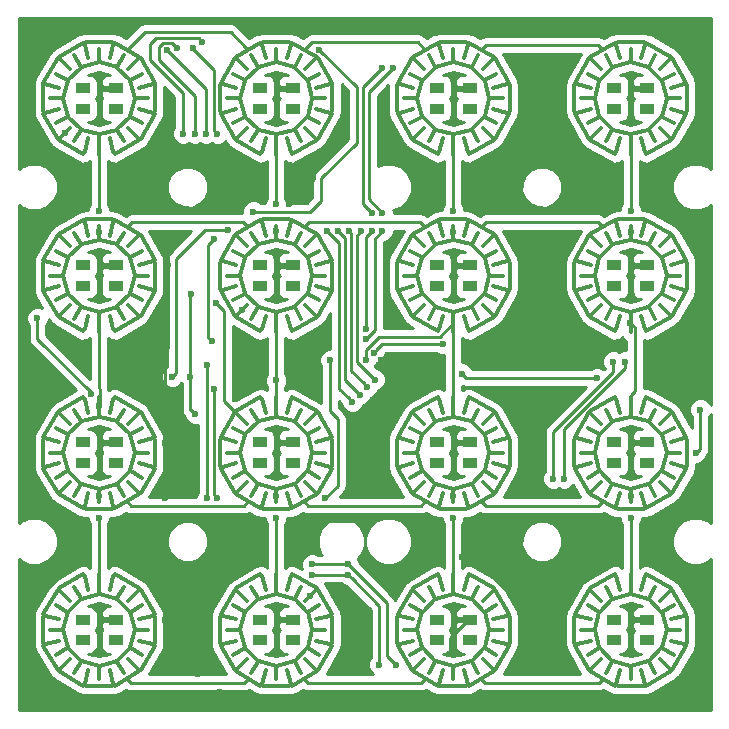
<source format=gtl>
G04 #@! TF.FileFunction,Copper,L1,Top,Signal*
%FSLAX46Y46*%
G04 Gerber Fmt 4.6, Leading zero omitted, Abs format (unit mm)*
G04 Created by KiCad (PCBNEW 4.0.7-e2-6376~58~ubuntu16.04.1) date Tue Sep 19 16:55:53 2017*
%MOMM*%
%LPD*%
G01*
G04 APERTURE LIST*
%ADD10C,0.100000*%
%ADD11C,0.300000*%
%ADD12O,0.300000X2.700000*%
%ADD13O,2.700000X0.300000*%
%ADD14O,0.300000X2.000000*%
%ADD15O,1.400000X0.300000*%
%ADD16O,0.300000X1.400000*%
%ADD17R,1.250000X0.950000*%
%ADD18C,0.600000*%
%ADD19C,0.250000*%
%ADD20C,0.254000*%
G04 APERTURE END LIST*
D10*
D11*
X52539072Y25543595D02*
X53987960Y25155367D01*
X51012040Y25155367D02*
X52460928Y25543595D01*
X49883705Y24055635D02*
X50944365Y25116295D01*
X49456405Y22539072D02*
X49844633Y23987960D01*
X49844633Y21012040D02*
X49456405Y22460928D01*
X50944365Y19883705D02*
X49883705Y20944365D01*
X52460928Y19456405D02*
X51012040Y19844633D01*
X53987960Y19844633D02*
X52539072Y19456405D01*
X55116295Y20944365D02*
X54055635Y19883705D01*
X55543595Y22460928D02*
X55155367Y21012040D01*
X55155367Y23987960D02*
X55543595Y22539072D01*
X54055635Y25116295D02*
X55116295Y24055635D01*
X53405867Y25880741D02*
X53716449Y27039851D01*
X49085770Y26013621D02*
X51164230Y27213621D01*
X47786379Y23835771D02*
X48986379Y25914231D01*
D12*
X47750000Y22500001D03*
D11*
X48986379Y19085770D02*
X47786379Y21164230D01*
X51164229Y17786379D02*
X49085769Y18986379D01*
D13*
X52499999Y17750000D03*
D11*
X55914230Y18986379D02*
X53835770Y17786379D01*
X57213621Y21164229D02*
X56013621Y19085769D01*
D12*
X57250000Y22499999D03*
D11*
X56013621Y25914230D02*
X57213621Y23835770D01*
X53835771Y27213621D02*
X55914231Y26013621D01*
D14*
X52500001Y26500000D03*
D11*
X51594133Y25880741D02*
X51283551Y27039851D01*
X50025126Y24974874D02*
X49176598Y25823402D01*
X49119259Y23405867D02*
X47960149Y23716449D01*
X49119259Y21594133D02*
X47960149Y21283551D01*
X50025126Y20025126D02*
X49176598Y19176598D01*
X51594133Y19119259D02*
X51283551Y17960149D01*
X53405867Y19119259D02*
X53716449Y17960149D01*
X54974874Y20025126D02*
X55823402Y19176598D01*
X55880741Y21594133D02*
X57039851Y21283551D01*
X55880741Y23405867D02*
X57039851Y23716449D01*
X54974874Y24974874D02*
X55823402Y25823402D01*
X54050000Y25184678D02*
X54600000Y26137306D01*
X55184679Y24049999D02*
X56137307Y24599999D01*
D15*
X56150000Y22500000D03*
D11*
X55184678Y20950000D02*
X56137306Y20400000D01*
X54049999Y19815321D02*
X54599999Y18862693D01*
D16*
X52500000Y18850000D03*
D11*
X50950000Y19815322D02*
X50400000Y18862694D01*
X49815321Y20950001D02*
X48862693Y20400001D01*
D15*
X48850000Y22500000D03*
D11*
X49815322Y24050000D02*
X48862694Y24600000D01*
X50950001Y25184679D02*
X50400001Y26137307D01*
D17*
X8900000Y53375000D03*
X8900000Y51625000D03*
X6100000Y51625000D03*
X6100000Y53375000D03*
X23900000Y53375000D03*
X23900000Y51625000D03*
X21100000Y51625000D03*
X21100000Y53375000D03*
X38900000Y53375000D03*
X38900000Y51625000D03*
X36100000Y51625000D03*
X36100000Y53375000D03*
X53900000Y53375000D03*
X53900000Y51625000D03*
X51100000Y51625000D03*
X51100000Y53375000D03*
X8900000Y38375000D03*
X8900000Y36625000D03*
X6100000Y36625000D03*
X6100000Y38375000D03*
X23900000Y38375000D03*
X23900000Y36625000D03*
X21100000Y36625000D03*
X21100000Y38375000D03*
X38900000Y38375000D03*
X38900000Y36625000D03*
X36100000Y36625000D03*
X36100000Y38375000D03*
X53900000Y38375000D03*
X53900000Y36625000D03*
X51100000Y36625000D03*
X51100000Y38375000D03*
X8900000Y23375000D03*
X8900000Y21625000D03*
X6100000Y21625000D03*
X6100000Y23375000D03*
X23900000Y23375000D03*
X23900000Y21625000D03*
X21100000Y21625000D03*
X21100000Y23375000D03*
X38900000Y23375000D03*
X38900000Y21625000D03*
X36100000Y21625000D03*
X36100000Y23375000D03*
X53900000Y23375000D03*
X53900000Y21625000D03*
X51100000Y21625000D03*
X51100000Y23375000D03*
X8900000Y8375000D03*
X8900000Y6625000D03*
X6100000Y6625000D03*
X6100000Y8375000D03*
X23900000Y8375000D03*
X23900000Y6625000D03*
X21100000Y6625000D03*
X21100000Y8375000D03*
X38900000Y8375000D03*
X38900000Y6625000D03*
X36100000Y6625000D03*
X36100000Y8375000D03*
X53900000Y8375000D03*
X53900000Y6625000D03*
X51100000Y6625000D03*
X51100000Y8375000D03*
D11*
X7460928Y49456405D02*
X6012040Y49844633D01*
X8987960Y49844633D02*
X7539072Y49456405D01*
X10116295Y50944365D02*
X9055635Y49883705D01*
X10543595Y52460928D02*
X10155367Y51012040D01*
X10155367Y53987960D02*
X10543595Y52539072D01*
X9055635Y55116295D02*
X10116295Y54055635D01*
X7539072Y55543595D02*
X8987960Y55155367D01*
X6012040Y55155367D02*
X7460928Y55543595D01*
X4883705Y54055635D02*
X5944365Y55116295D01*
X4456405Y52539072D02*
X4844633Y53987960D01*
X4844633Y51012040D02*
X4456405Y52460928D01*
X5944365Y49883705D02*
X4883705Y50944365D01*
X6594133Y49119259D02*
X6283551Y47960149D01*
X10914230Y48986379D02*
X8835770Y47786379D01*
X12213621Y51164229D02*
X11013621Y49085769D01*
D12*
X12250000Y52499999D03*
D11*
X11013621Y55914230D02*
X12213621Y53835770D01*
X8835771Y57213621D02*
X10914231Y56013621D01*
D13*
X7500001Y57250000D03*
D11*
X4085770Y56013621D02*
X6164230Y57213621D01*
X2786379Y53835771D02*
X3986379Y55914231D01*
D12*
X2750000Y52500001D03*
D11*
X3986379Y49085770D02*
X2786379Y51164230D01*
X6164229Y47786379D02*
X4085769Y48986379D01*
D14*
X7499999Y48500000D03*
D11*
X8405867Y49119259D02*
X8716449Y47960149D01*
X9974874Y50025126D02*
X10823402Y49176598D01*
X10880741Y51594133D02*
X12039851Y51283551D01*
X10880741Y53405867D02*
X12039851Y53716449D01*
X9974874Y54974874D02*
X10823402Y55823402D01*
X8405867Y55880741D02*
X8716449Y57039851D01*
X6594133Y55880741D02*
X6283551Y57039851D01*
X5025126Y54974874D02*
X4176598Y55823402D01*
X4119259Y53405867D02*
X2960149Y53716449D01*
X4119259Y51594133D02*
X2960149Y51283551D01*
X5025126Y50025126D02*
X4176598Y49176598D01*
X5950000Y49815322D02*
X5400000Y48862694D01*
X4815321Y50950001D02*
X3862693Y50400001D01*
D15*
X3850000Y52500000D03*
D11*
X4815322Y54050000D02*
X3862694Y54600000D01*
X5950001Y55184679D02*
X5400001Y56137307D01*
D16*
X7500000Y56150000D03*
D11*
X9050000Y55184678D02*
X9600000Y56137306D01*
X10184679Y54049999D02*
X11137307Y54599999D01*
D15*
X11150000Y52500000D03*
D11*
X10184678Y50950000D02*
X11137306Y50400000D01*
X9049999Y49815321D02*
X9599999Y48862693D01*
X22460928Y49456405D02*
X21012040Y49844633D01*
X23987960Y49844633D02*
X22539072Y49456405D01*
X25116295Y50944365D02*
X24055635Y49883705D01*
X25543595Y52460928D02*
X25155367Y51012040D01*
X25155367Y53987960D02*
X25543595Y52539072D01*
X24055635Y55116295D02*
X25116295Y54055635D01*
X22539072Y55543595D02*
X23987960Y55155367D01*
X21012040Y55155367D02*
X22460928Y55543595D01*
X19883705Y54055635D02*
X20944365Y55116295D01*
X19456405Y52539072D02*
X19844633Y53987960D01*
X19844633Y51012040D02*
X19456405Y52460928D01*
X20944365Y49883705D02*
X19883705Y50944365D01*
X21594133Y49119259D02*
X21283551Y47960149D01*
X25914230Y48986379D02*
X23835770Y47786379D01*
X27213621Y51164229D02*
X26013621Y49085769D01*
D12*
X27250000Y52499999D03*
D11*
X26013621Y55914230D02*
X27213621Y53835770D01*
X23835771Y57213621D02*
X25914231Y56013621D01*
D13*
X22500001Y57250000D03*
D11*
X19085770Y56013621D02*
X21164230Y57213621D01*
X17786379Y53835771D02*
X18986379Y55914231D01*
D12*
X17750000Y52500001D03*
D11*
X18986379Y49085770D02*
X17786379Y51164230D01*
X21164229Y47786379D02*
X19085769Y48986379D01*
D14*
X22499999Y48500000D03*
D11*
X23405867Y49119259D02*
X23716449Y47960149D01*
X24974874Y50025126D02*
X25823402Y49176598D01*
X25880741Y51594133D02*
X27039851Y51283551D01*
X25880741Y53405867D02*
X27039851Y53716449D01*
X24974874Y54974874D02*
X25823402Y55823402D01*
X23405867Y55880741D02*
X23716449Y57039851D01*
X21594133Y55880741D02*
X21283551Y57039851D01*
X20025126Y54974874D02*
X19176598Y55823402D01*
X19119259Y53405867D02*
X17960149Y53716449D01*
X19119259Y51594133D02*
X17960149Y51283551D01*
X20025126Y50025126D02*
X19176598Y49176598D01*
X20950000Y49815322D02*
X20400000Y48862694D01*
X19815321Y50950001D02*
X18862693Y50400001D01*
D15*
X18850000Y52500000D03*
D11*
X19815322Y54050000D02*
X18862694Y54600000D01*
X20950001Y55184679D02*
X20400001Y56137307D01*
D16*
X22500000Y56150000D03*
D11*
X24050000Y55184678D02*
X24600000Y56137306D01*
X25184679Y54049999D02*
X26137307Y54599999D01*
D15*
X26150000Y52500000D03*
D11*
X25184678Y50950000D02*
X26137306Y50400000D01*
X24049999Y49815321D02*
X24599999Y48862693D01*
X37460928Y49456405D02*
X36012040Y49844633D01*
X38987960Y49844633D02*
X37539072Y49456405D01*
X40116295Y50944365D02*
X39055635Y49883705D01*
X40543595Y52460928D02*
X40155367Y51012040D01*
X40155367Y53987960D02*
X40543595Y52539072D01*
X39055635Y55116295D02*
X40116295Y54055635D01*
X37539072Y55543595D02*
X38987960Y55155367D01*
X36012040Y55155367D02*
X37460928Y55543595D01*
X34883705Y54055635D02*
X35944365Y55116295D01*
X34456405Y52539072D02*
X34844633Y53987960D01*
X34844633Y51012040D02*
X34456405Y52460928D01*
X35944365Y49883705D02*
X34883705Y50944365D01*
X36594133Y49119259D02*
X36283551Y47960149D01*
X40914230Y48986379D02*
X38835770Y47786379D01*
X42213621Y51164229D02*
X41013621Y49085769D01*
D12*
X42250000Y52499999D03*
D11*
X41013621Y55914230D02*
X42213621Y53835770D01*
X38835771Y57213621D02*
X40914231Y56013621D01*
D13*
X37500001Y57250000D03*
D11*
X34085770Y56013621D02*
X36164230Y57213621D01*
X32786379Y53835771D02*
X33986379Y55914231D01*
D12*
X32750000Y52500001D03*
D11*
X33986379Y49085770D02*
X32786379Y51164230D01*
X36164229Y47786379D02*
X34085769Y48986379D01*
D14*
X37499999Y48500000D03*
D11*
X38405867Y49119259D02*
X38716449Y47960149D01*
X39974874Y50025126D02*
X40823402Y49176598D01*
X40880741Y51594133D02*
X42039851Y51283551D01*
X40880741Y53405867D02*
X42039851Y53716449D01*
X39974874Y54974874D02*
X40823402Y55823402D01*
X38405867Y55880741D02*
X38716449Y57039851D01*
X36594133Y55880741D02*
X36283551Y57039851D01*
X35025126Y54974874D02*
X34176598Y55823402D01*
X34119259Y53405867D02*
X32960149Y53716449D01*
X34119259Y51594133D02*
X32960149Y51283551D01*
X35025126Y50025126D02*
X34176598Y49176598D01*
X35950000Y49815322D02*
X35400000Y48862694D01*
X34815321Y50950001D02*
X33862693Y50400001D01*
D15*
X33850000Y52500000D03*
D11*
X34815322Y54050000D02*
X33862694Y54600000D01*
X35950001Y55184679D02*
X35400001Y56137307D01*
D16*
X37500000Y56150000D03*
D11*
X39050000Y55184678D02*
X39600000Y56137306D01*
X40184679Y54049999D02*
X41137307Y54599999D01*
D15*
X41150000Y52500000D03*
D11*
X40184678Y50950000D02*
X41137306Y50400000D01*
X39049999Y49815321D02*
X39599999Y48862693D01*
X52460928Y49456405D02*
X51012040Y49844633D01*
X53987960Y49844633D02*
X52539072Y49456405D01*
X55116295Y50944365D02*
X54055635Y49883705D01*
X55543595Y52460928D02*
X55155367Y51012040D01*
X55155367Y53987960D02*
X55543595Y52539072D01*
X54055635Y55116295D02*
X55116295Y54055635D01*
X52539072Y55543595D02*
X53987960Y55155367D01*
X51012040Y55155367D02*
X52460928Y55543595D01*
X49883705Y54055635D02*
X50944365Y55116295D01*
X49456405Y52539072D02*
X49844633Y53987960D01*
X49844633Y51012040D02*
X49456405Y52460928D01*
X50944365Y49883705D02*
X49883705Y50944365D01*
X51594133Y49119259D02*
X51283551Y47960149D01*
X55914230Y48986379D02*
X53835770Y47786379D01*
X57213621Y51164229D02*
X56013621Y49085769D01*
D12*
X57250000Y52499999D03*
D11*
X56013621Y55914230D02*
X57213621Y53835770D01*
X53835771Y57213621D02*
X55914231Y56013621D01*
D13*
X52500001Y57250000D03*
D11*
X49085770Y56013621D02*
X51164230Y57213621D01*
X47786379Y53835771D02*
X48986379Y55914231D01*
D12*
X47750000Y52500001D03*
D11*
X48986379Y49085770D02*
X47786379Y51164230D01*
X51164229Y47786379D02*
X49085769Y48986379D01*
D14*
X52499999Y48500000D03*
D11*
X53405867Y49119259D02*
X53716449Y47960149D01*
X54974874Y50025126D02*
X55823402Y49176598D01*
X55880741Y51594133D02*
X57039851Y51283551D01*
X55880741Y53405867D02*
X57039851Y53716449D01*
X54974874Y54974874D02*
X55823402Y55823402D01*
X53405867Y55880741D02*
X53716449Y57039851D01*
X51594133Y55880741D02*
X51283551Y57039851D01*
X50025126Y54974874D02*
X49176598Y55823402D01*
X49119259Y53405867D02*
X47960149Y53716449D01*
X49119259Y51594133D02*
X47960149Y51283551D01*
X50025126Y50025126D02*
X49176598Y49176598D01*
X50950000Y49815322D02*
X50400000Y48862694D01*
X49815321Y50950001D02*
X48862693Y50400001D01*
D15*
X48850000Y52500000D03*
D11*
X49815322Y54050000D02*
X48862694Y54600000D01*
X50950001Y55184679D02*
X50400001Y56137307D01*
D16*
X52500000Y56150000D03*
D11*
X54050000Y55184678D02*
X54600000Y56137306D01*
X55184679Y54049999D02*
X56137307Y54599999D01*
D15*
X56150000Y52500000D03*
D11*
X55184678Y50950000D02*
X56137306Y50400000D01*
X54049999Y49815321D02*
X54599999Y48862693D01*
X7460928Y34456405D02*
X6012040Y34844633D01*
X8987960Y34844633D02*
X7539072Y34456405D01*
X10116295Y35944365D02*
X9055635Y34883705D01*
X10543595Y37460928D02*
X10155367Y36012040D01*
X10155367Y38987960D02*
X10543595Y37539072D01*
X9055635Y40116295D02*
X10116295Y39055635D01*
X7539072Y40543595D02*
X8987960Y40155367D01*
X6012040Y40155367D02*
X7460928Y40543595D01*
X4883705Y39055635D02*
X5944365Y40116295D01*
X4456405Y37539072D02*
X4844633Y38987960D01*
X4844633Y36012040D02*
X4456405Y37460928D01*
X5944365Y34883705D02*
X4883705Y35944365D01*
X6594133Y34119259D02*
X6283551Y32960149D01*
X10914230Y33986379D02*
X8835770Y32786379D01*
X12213621Y36164229D02*
X11013621Y34085769D01*
D12*
X12250000Y37499999D03*
D11*
X11013621Y40914230D02*
X12213621Y38835770D01*
X8835771Y42213621D02*
X10914231Y41013621D01*
D13*
X7500001Y42250000D03*
D11*
X4085770Y41013621D02*
X6164230Y42213621D01*
X2786379Y38835771D02*
X3986379Y40914231D01*
D12*
X2750000Y37500001D03*
D11*
X3986379Y34085770D02*
X2786379Y36164230D01*
X6164229Y32786379D02*
X4085769Y33986379D01*
D14*
X7499999Y33500000D03*
D11*
X8405867Y34119259D02*
X8716449Y32960149D01*
X9974874Y35025126D02*
X10823402Y34176598D01*
X10880741Y36594133D02*
X12039851Y36283551D01*
X10880741Y38405867D02*
X12039851Y38716449D01*
X9974874Y39974874D02*
X10823402Y40823402D01*
X8405867Y40880741D02*
X8716449Y42039851D01*
X6594133Y40880741D02*
X6283551Y42039851D01*
X5025126Y39974874D02*
X4176598Y40823402D01*
X4119259Y38405867D02*
X2960149Y38716449D01*
X4119259Y36594133D02*
X2960149Y36283551D01*
X5025126Y35025126D02*
X4176598Y34176598D01*
X5950000Y34815322D02*
X5400000Y33862694D01*
X4815321Y35950001D02*
X3862693Y35400001D01*
D15*
X3850000Y37500000D03*
D11*
X4815322Y39050000D02*
X3862694Y39600000D01*
X5950001Y40184679D02*
X5400001Y41137307D01*
D16*
X7500000Y41150000D03*
D11*
X9050000Y40184678D02*
X9600000Y41137306D01*
X10184679Y39049999D02*
X11137307Y39599999D01*
D15*
X11150000Y37500000D03*
D11*
X10184678Y35950000D02*
X11137306Y35400000D01*
X9049999Y34815321D02*
X9599999Y33862693D01*
X22460928Y34456405D02*
X21012040Y34844633D01*
X23987960Y34844633D02*
X22539072Y34456405D01*
X25116295Y35944365D02*
X24055635Y34883705D01*
X25543595Y37460928D02*
X25155367Y36012040D01*
X25155367Y38987960D02*
X25543595Y37539072D01*
X24055635Y40116295D02*
X25116295Y39055635D01*
X22539072Y40543595D02*
X23987960Y40155367D01*
X21012040Y40155367D02*
X22460928Y40543595D01*
X19883705Y39055635D02*
X20944365Y40116295D01*
X19456405Y37539072D02*
X19844633Y38987960D01*
X19844633Y36012040D02*
X19456405Y37460928D01*
X20944365Y34883705D02*
X19883705Y35944365D01*
X21594133Y34119259D02*
X21283551Y32960149D01*
X25914230Y33986379D02*
X23835770Y32786379D01*
X27213621Y36164229D02*
X26013621Y34085769D01*
D12*
X27250000Y37499999D03*
D11*
X26013621Y40914230D02*
X27213621Y38835770D01*
X23835771Y42213621D02*
X25914231Y41013621D01*
D13*
X22500001Y42250000D03*
D11*
X19085770Y41013621D02*
X21164230Y42213621D01*
X17786379Y38835771D02*
X18986379Y40914231D01*
D12*
X17750000Y37500001D03*
D11*
X18986379Y34085770D02*
X17786379Y36164230D01*
X21164229Y32786379D02*
X19085769Y33986379D01*
D14*
X22499999Y33500000D03*
D11*
X23405867Y34119259D02*
X23716449Y32960149D01*
X24974874Y35025126D02*
X25823402Y34176598D01*
X25880741Y36594133D02*
X27039851Y36283551D01*
X25880741Y38405867D02*
X27039851Y38716449D01*
X24974874Y39974874D02*
X25823402Y40823402D01*
X23405867Y40880741D02*
X23716449Y42039851D01*
X21594133Y40880741D02*
X21283551Y42039851D01*
X20025126Y39974874D02*
X19176598Y40823402D01*
X19119259Y38405867D02*
X17960149Y38716449D01*
X19119259Y36594133D02*
X17960149Y36283551D01*
X20025126Y35025126D02*
X19176598Y34176598D01*
X20950000Y34815322D02*
X20400000Y33862694D01*
X19815321Y35950001D02*
X18862693Y35400001D01*
D15*
X18850000Y37500000D03*
D11*
X19815322Y39050000D02*
X18862694Y39600000D01*
X20950001Y40184679D02*
X20400001Y41137307D01*
D16*
X22500000Y41150000D03*
D11*
X24050000Y40184678D02*
X24600000Y41137306D01*
X25184679Y39049999D02*
X26137307Y39599999D01*
D15*
X26150000Y37500000D03*
D11*
X25184678Y35950000D02*
X26137306Y35400000D01*
X24049999Y34815321D02*
X24599999Y33862693D01*
X37460928Y34456405D02*
X36012040Y34844633D01*
X38987960Y34844633D02*
X37539072Y34456405D01*
X40116295Y35944365D02*
X39055635Y34883705D01*
X40543595Y37460928D02*
X40155367Y36012040D01*
X40155367Y38987960D02*
X40543595Y37539072D01*
X39055635Y40116295D02*
X40116295Y39055635D01*
X37539072Y40543595D02*
X38987960Y40155367D01*
X36012040Y40155367D02*
X37460928Y40543595D01*
X34883705Y39055635D02*
X35944365Y40116295D01*
X34456405Y37539072D02*
X34844633Y38987960D01*
X34844633Y36012040D02*
X34456405Y37460928D01*
X35944365Y34883705D02*
X34883705Y35944365D01*
X36594133Y34119259D02*
X36283551Y32960149D01*
X40914230Y33986379D02*
X38835770Y32786379D01*
X42213621Y36164229D02*
X41013621Y34085769D01*
D12*
X42250000Y37499999D03*
D11*
X41013621Y40914230D02*
X42213621Y38835770D01*
X38835771Y42213621D02*
X40914231Y41013621D01*
D13*
X37500001Y42250000D03*
D11*
X34085770Y41013621D02*
X36164230Y42213621D01*
X32786379Y38835771D02*
X33986379Y40914231D01*
D12*
X32750000Y37500001D03*
D11*
X33986379Y34085770D02*
X32786379Y36164230D01*
X36164229Y32786379D02*
X34085769Y33986379D01*
D14*
X37499999Y33500000D03*
D11*
X38405867Y34119259D02*
X38716449Y32960149D01*
X39974874Y35025126D02*
X40823402Y34176598D01*
X40880741Y36594133D02*
X42039851Y36283551D01*
X40880741Y38405867D02*
X42039851Y38716449D01*
X39974874Y39974874D02*
X40823402Y40823402D01*
X38405867Y40880741D02*
X38716449Y42039851D01*
X36594133Y40880741D02*
X36283551Y42039851D01*
X35025126Y39974874D02*
X34176598Y40823402D01*
X34119259Y38405867D02*
X32960149Y38716449D01*
X34119259Y36594133D02*
X32960149Y36283551D01*
X35025126Y35025126D02*
X34176598Y34176598D01*
X35950000Y34815322D02*
X35400000Y33862694D01*
X34815321Y35950001D02*
X33862693Y35400001D01*
D15*
X33850000Y37500000D03*
D11*
X34815322Y39050000D02*
X33862694Y39600000D01*
X35950001Y40184679D02*
X35400001Y41137307D01*
D16*
X37500000Y41150000D03*
D11*
X39050000Y40184678D02*
X39600000Y41137306D01*
X40184679Y39049999D02*
X41137307Y39599999D01*
D15*
X41150000Y37500000D03*
D11*
X40184678Y35950000D02*
X41137306Y35400000D01*
X39049999Y34815321D02*
X39599999Y33862693D01*
X52460928Y34456405D02*
X51012040Y34844633D01*
X53987960Y34844633D02*
X52539072Y34456405D01*
X55116295Y35944365D02*
X54055635Y34883705D01*
X55543595Y37460928D02*
X55155367Y36012040D01*
X55155367Y38987960D02*
X55543595Y37539072D01*
X54055635Y40116295D02*
X55116295Y39055635D01*
X52539072Y40543595D02*
X53987960Y40155367D01*
X51012040Y40155367D02*
X52460928Y40543595D01*
X49883705Y39055635D02*
X50944365Y40116295D01*
X49456405Y37539072D02*
X49844633Y38987960D01*
X49844633Y36012040D02*
X49456405Y37460928D01*
X50944365Y34883705D02*
X49883705Y35944365D01*
X51594133Y34119259D02*
X51283551Y32960149D01*
X55914230Y33986379D02*
X53835770Y32786379D01*
X57213621Y36164229D02*
X56013621Y34085769D01*
D12*
X57250000Y37499999D03*
D11*
X56013621Y40914230D02*
X57213621Y38835770D01*
X53835771Y42213621D02*
X55914231Y41013621D01*
D13*
X52500001Y42250000D03*
D11*
X49085770Y41013621D02*
X51164230Y42213621D01*
X47786379Y38835771D02*
X48986379Y40914231D01*
D12*
X47750000Y37500001D03*
D11*
X48986379Y34085770D02*
X47786379Y36164230D01*
X51164229Y32786379D02*
X49085769Y33986379D01*
D14*
X52499999Y33500000D03*
D11*
X53405867Y34119259D02*
X53716449Y32960149D01*
X54974874Y35025126D02*
X55823402Y34176598D01*
X55880741Y36594133D02*
X57039851Y36283551D01*
X55880741Y38405867D02*
X57039851Y38716449D01*
X54974874Y39974874D02*
X55823402Y40823402D01*
X53405867Y40880741D02*
X53716449Y42039851D01*
X51594133Y40880741D02*
X51283551Y42039851D01*
X50025126Y39974874D02*
X49176598Y40823402D01*
X49119259Y38405867D02*
X47960149Y38716449D01*
X49119259Y36594133D02*
X47960149Y36283551D01*
X50025126Y35025126D02*
X49176598Y34176598D01*
X50950000Y34815322D02*
X50400000Y33862694D01*
X49815321Y35950001D02*
X48862693Y35400001D01*
D15*
X48850000Y37500000D03*
D11*
X49815322Y39050000D02*
X48862694Y39600000D01*
X50950001Y40184679D02*
X50400001Y41137307D01*
D16*
X52500000Y41150000D03*
D11*
X54050000Y40184678D02*
X54600000Y41137306D01*
X55184679Y39049999D02*
X56137307Y39599999D01*
D15*
X56150000Y37500000D03*
D11*
X55184678Y35950000D02*
X56137306Y35400000D01*
X54049999Y34815321D02*
X54599999Y33862693D01*
X7539072Y25543595D02*
X8987960Y25155367D01*
X6012040Y25155367D02*
X7460928Y25543595D01*
X4883705Y24055635D02*
X5944365Y25116295D01*
X4456405Y22539072D02*
X4844633Y23987960D01*
X4844633Y21012040D02*
X4456405Y22460928D01*
X5944365Y19883705D02*
X4883705Y20944365D01*
X7460928Y19456405D02*
X6012040Y19844633D01*
X8987960Y19844633D02*
X7539072Y19456405D01*
X10116295Y20944365D02*
X9055635Y19883705D01*
X10543595Y22460928D02*
X10155367Y21012040D01*
X10155367Y23987960D02*
X10543595Y22539072D01*
X9055635Y25116295D02*
X10116295Y24055635D01*
X8405867Y25880741D02*
X8716449Y27039851D01*
X4085770Y26013621D02*
X6164230Y27213621D01*
X2786379Y23835771D02*
X3986379Y25914231D01*
D12*
X2750000Y22500001D03*
D11*
X3986379Y19085770D02*
X2786379Y21164230D01*
X6164229Y17786379D02*
X4085769Y18986379D01*
D13*
X7499999Y17750000D03*
D11*
X10914230Y18986379D02*
X8835770Y17786379D01*
X12213621Y21164229D02*
X11013621Y19085769D01*
D12*
X12250000Y22499999D03*
D11*
X11013621Y25914230D02*
X12213621Y23835770D01*
X8835771Y27213621D02*
X10914231Y26013621D01*
D14*
X7500001Y26500000D03*
D11*
X6594133Y25880741D02*
X6283551Y27039851D01*
X5025126Y24974874D02*
X4176598Y25823402D01*
X4119259Y23405867D02*
X2960149Y23716449D01*
X4119259Y21594133D02*
X2960149Y21283551D01*
X5025126Y20025126D02*
X4176598Y19176598D01*
X6594133Y19119259D02*
X6283551Y17960149D01*
X8405867Y19119259D02*
X8716449Y17960149D01*
X9974874Y20025126D02*
X10823402Y19176598D01*
X10880741Y21594133D02*
X12039851Y21283551D01*
X10880741Y23405867D02*
X12039851Y23716449D01*
X9974874Y24974874D02*
X10823402Y25823402D01*
X9050000Y25184678D02*
X9600000Y26137306D01*
X10184679Y24049999D02*
X11137307Y24599999D01*
D15*
X11150000Y22500000D03*
D11*
X10184678Y20950000D02*
X11137306Y20400000D01*
X9049999Y19815321D02*
X9599999Y18862693D01*
D16*
X7500000Y18850000D03*
D11*
X5950000Y19815322D02*
X5400000Y18862694D01*
X4815321Y20950001D02*
X3862693Y20400001D01*
D15*
X3850000Y22500000D03*
D11*
X4815322Y24050000D02*
X3862694Y24600000D01*
X5950001Y25184679D02*
X5400001Y26137307D01*
X22539072Y25543595D02*
X23987960Y25155367D01*
X21012040Y25155367D02*
X22460928Y25543595D01*
X19883705Y24055635D02*
X20944365Y25116295D01*
X19456405Y22539072D02*
X19844633Y23987960D01*
X19844633Y21012040D02*
X19456405Y22460928D01*
X20944365Y19883705D02*
X19883705Y20944365D01*
X22460928Y19456405D02*
X21012040Y19844633D01*
X23987960Y19844633D02*
X22539072Y19456405D01*
X25116295Y20944365D02*
X24055635Y19883705D01*
X25543595Y22460928D02*
X25155367Y21012040D01*
X25155367Y23987960D02*
X25543595Y22539072D01*
X24055635Y25116295D02*
X25116295Y24055635D01*
X23405867Y25880741D02*
X23716449Y27039851D01*
X19085770Y26013621D02*
X21164230Y27213621D01*
X17786379Y23835771D02*
X18986379Y25914231D01*
D12*
X17750000Y22500001D03*
D11*
X18986379Y19085770D02*
X17786379Y21164230D01*
X21164229Y17786379D02*
X19085769Y18986379D01*
D13*
X22499999Y17750000D03*
D11*
X25914230Y18986379D02*
X23835770Y17786379D01*
X27213621Y21164229D02*
X26013621Y19085769D01*
D12*
X27250000Y22499999D03*
D11*
X26013621Y25914230D02*
X27213621Y23835770D01*
X23835771Y27213621D02*
X25914231Y26013621D01*
D14*
X22500001Y26500000D03*
D11*
X21594133Y25880741D02*
X21283551Y27039851D01*
X20025126Y24974874D02*
X19176598Y25823402D01*
X19119259Y23405867D02*
X17960149Y23716449D01*
X19119259Y21594133D02*
X17960149Y21283551D01*
X20025126Y20025126D02*
X19176598Y19176598D01*
X21594133Y19119259D02*
X21283551Y17960149D01*
X23405867Y19119259D02*
X23716449Y17960149D01*
X24974874Y20025126D02*
X25823402Y19176598D01*
X25880741Y21594133D02*
X27039851Y21283551D01*
X25880741Y23405867D02*
X27039851Y23716449D01*
X24974874Y24974874D02*
X25823402Y25823402D01*
X24050000Y25184678D02*
X24600000Y26137306D01*
X25184679Y24049999D02*
X26137307Y24599999D01*
D15*
X26150000Y22500000D03*
D11*
X25184678Y20950000D02*
X26137306Y20400000D01*
X24049999Y19815321D02*
X24599999Y18862693D01*
D16*
X22500000Y18850000D03*
D11*
X20950000Y19815322D02*
X20400000Y18862694D01*
X19815321Y20950001D02*
X18862693Y20400001D01*
D15*
X18850000Y22500000D03*
D11*
X19815322Y24050000D02*
X18862694Y24600000D01*
X20950001Y25184679D02*
X20400001Y26137307D01*
X37539072Y25543595D02*
X38987960Y25155367D01*
X36012040Y25155367D02*
X37460928Y25543595D01*
X34883705Y24055635D02*
X35944365Y25116295D01*
X34456405Y22539072D02*
X34844633Y23987960D01*
X34844633Y21012040D02*
X34456405Y22460928D01*
X35944365Y19883705D02*
X34883705Y20944365D01*
X37460928Y19456405D02*
X36012040Y19844633D01*
X38987960Y19844633D02*
X37539072Y19456405D01*
X40116295Y20944365D02*
X39055635Y19883705D01*
X40543595Y22460928D02*
X40155367Y21012040D01*
X40155367Y23987960D02*
X40543595Y22539072D01*
X39055635Y25116295D02*
X40116295Y24055635D01*
X38405867Y25880741D02*
X38716449Y27039851D01*
X34085770Y26013621D02*
X36164230Y27213621D01*
X32786379Y23835771D02*
X33986379Y25914231D01*
D12*
X32750000Y22500001D03*
D11*
X33986379Y19085770D02*
X32786379Y21164230D01*
X36164229Y17786379D02*
X34085769Y18986379D01*
D13*
X37499999Y17750000D03*
D11*
X40914230Y18986379D02*
X38835770Y17786379D01*
X42213621Y21164229D02*
X41013621Y19085769D01*
D12*
X42250000Y22499999D03*
D11*
X41013621Y25914230D02*
X42213621Y23835770D01*
X38835771Y27213621D02*
X40914231Y26013621D01*
D14*
X37500001Y26500000D03*
D11*
X36594133Y25880741D02*
X36283551Y27039851D01*
X35025126Y24974874D02*
X34176598Y25823402D01*
X34119259Y23405867D02*
X32960149Y23716449D01*
X34119259Y21594133D02*
X32960149Y21283551D01*
X35025126Y20025126D02*
X34176598Y19176598D01*
X36594133Y19119259D02*
X36283551Y17960149D01*
X38405867Y19119259D02*
X38716449Y17960149D01*
X39974874Y20025126D02*
X40823402Y19176598D01*
X40880741Y21594133D02*
X42039851Y21283551D01*
X40880741Y23405867D02*
X42039851Y23716449D01*
X39974874Y24974874D02*
X40823402Y25823402D01*
X39050000Y25184678D02*
X39600000Y26137306D01*
X40184679Y24049999D02*
X41137307Y24599999D01*
D15*
X41150000Y22500000D03*
D11*
X40184678Y20950000D02*
X41137306Y20400000D01*
X39049999Y19815321D02*
X39599999Y18862693D01*
D16*
X37500000Y18850000D03*
D11*
X35950000Y19815322D02*
X35400000Y18862694D01*
X34815321Y20950001D02*
X33862693Y20400001D01*
D15*
X33850000Y22500000D03*
D11*
X34815322Y24050000D02*
X33862694Y24600000D01*
X35950001Y25184679D02*
X35400001Y26137307D01*
X7539072Y10543595D02*
X8987960Y10155367D01*
X6012040Y10155367D02*
X7460928Y10543595D01*
X4883705Y9055635D02*
X5944365Y10116295D01*
X4456405Y7539072D02*
X4844633Y8987960D01*
X4844633Y6012040D02*
X4456405Y7460928D01*
X5944365Y4883705D02*
X4883705Y5944365D01*
X7460928Y4456405D02*
X6012040Y4844633D01*
X8987960Y4844633D02*
X7539072Y4456405D01*
X10116295Y5944365D02*
X9055635Y4883705D01*
X10543595Y7460928D02*
X10155367Y6012040D01*
X10155367Y8987960D02*
X10543595Y7539072D01*
X9055635Y10116295D02*
X10116295Y9055635D01*
X8405867Y10880741D02*
X8716449Y12039851D01*
X4085770Y11013621D02*
X6164230Y12213621D01*
X2786379Y8835771D02*
X3986379Y10914231D01*
D12*
X2750000Y7500001D03*
D11*
X3986379Y4085770D02*
X2786379Y6164230D01*
X6164229Y2786379D02*
X4085769Y3986379D01*
D13*
X7499999Y2750000D03*
D11*
X10914230Y3986379D02*
X8835770Y2786379D01*
X12213621Y6164229D02*
X11013621Y4085769D01*
D12*
X12250000Y7499999D03*
D11*
X11013621Y10914230D02*
X12213621Y8835770D01*
X8835771Y12213621D02*
X10914231Y11013621D01*
D14*
X7500001Y11500000D03*
D11*
X6594133Y10880741D02*
X6283551Y12039851D01*
X5025126Y9974874D02*
X4176598Y10823402D01*
X4119259Y8405867D02*
X2960149Y8716449D01*
X4119259Y6594133D02*
X2960149Y6283551D01*
X5025126Y5025126D02*
X4176598Y4176598D01*
X6594133Y4119259D02*
X6283551Y2960149D01*
X8405867Y4119259D02*
X8716449Y2960149D01*
X9974874Y5025126D02*
X10823402Y4176598D01*
X10880741Y6594133D02*
X12039851Y6283551D01*
X10880741Y8405867D02*
X12039851Y8716449D01*
X9974874Y9974874D02*
X10823402Y10823402D01*
X9050000Y10184678D02*
X9600000Y11137306D01*
X10184679Y9049999D02*
X11137307Y9599999D01*
D15*
X11150000Y7500000D03*
D11*
X10184678Y5950000D02*
X11137306Y5400000D01*
X9049999Y4815321D02*
X9599999Y3862693D01*
D16*
X7500000Y3850000D03*
D11*
X5950000Y4815322D02*
X5400000Y3862694D01*
X4815321Y5950001D02*
X3862693Y5400001D01*
D15*
X3850000Y7500000D03*
D11*
X4815322Y9050000D02*
X3862694Y9600000D01*
X5950001Y10184679D02*
X5400001Y11137307D01*
X22539072Y10543595D02*
X23987960Y10155367D01*
X21012040Y10155367D02*
X22460928Y10543595D01*
X19883705Y9055635D02*
X20944365Y10116295D01*
X19456405Y7539072D02*
X19844633Y8987960D01*
X19844633Y6012040D02*
X19456405Y7460928D01*
X20944365Y4883705D02*
X19883705Y5944365D01*
X22460928Y4456405D02*
X21012040Y4844633D01*
X23987960Y4844633D02*
X22539072Y4456405D01*
X25116295Y5944365D02*
X24055635Y4883705D01*
X25543595Y7460928D02*
X25155367Y6012040D01*
X25155367Y8987960D02*
X25543595Y7539072D01*
X24055635Y10116295D02*
X25116295Y9055635D01*
X23405867Y10880741D02*
X23716449Y12039851D01*
X19085770Y11013621D02*
X21164230Y12213621D01*
X17786379Y8835771D02*
X18986379Y10914231D01*
D12*
X17750000Y7500001D03*
D11*
X18986379Y4085770D02*
X17786379Y6164230D01*
X21164229Y2786379D02*
X19085769Y3986379D01*
D13*
X22499999Y2750000D03*
D11*
X25914230Y3986379D02*
X23835770Y2786379D01*
X27213621Y6164229D02*
X26013621Y4085769D01*
D12*
X27250000Y7499999D03*
D11*
X26013621Y10914230D02*
X27213621Y8835770D01*
X23835771Y12213621D02*
X25914231Y11013621D01*
D14*
X22500001Y11500000D03*
D11*
X21594133Y10880741D02*
X21283551Y12039851D01*
X20025126Y9974874D02*
X19176598Y10823402D01*
X19119259Y8405867D02*
X17960149Y8716449D01*
X19119259Y6594133D02*
X17960149Y6283551D01*
X20025126Y5025126D02*
X19176598Y4176598D01*
X21594133Y4119259D02*
X21283551Y2960149D01*
X23405867Y4119259D02*
X23716449Y2960149D01*
X24974874Y5025126D02*
X25823402Y4176598D01*
X25880741Y6594133D02*
X27039851Y6283551D01*
X25880741Y8405867D02*
X27039851Y8716449D01*
X24974874Y9974874D02*
X25823402Y10823402D01*
X24050000Y10184678D02*
X24600000Y11137306D01*
X25184679Y9049999D02*
X26137307Y9599999D01*
D15*
X26150000Y7500000D03*
D11*
X25184678Y5950000D02*
X26137306Y5400000D01*
X24049999Y4815321D02*
X24599999Y3862693D01*
D16*
X22500000Y3850000D03*
D11*
X20950000Y4815322D02*
X20400000Y3862694D01*
X19815321Y5950001D02*
X18862693Y5400001D01*
D15*
X18850000Y7500000D03*
D11*
X19815322Y9050000D02*
X18862694Y9600000D01*
X20950001Y10184679D02*
X20400001Y11137307D01*
X37539072Y10543595D02*
X38987960Y10155367D01*
X36012040Y10155367D02*
X37460928Y10543595D01*
X34883705Y9055635D02*
X35944365Y10116295D01*
X34456405Y7539072D02*
X34844633Y8987960D01*
X34844633Y6012040D02*
X34456405Y7460928D01*
X35944365Y4883705D02*
X34883705Y5944365D01*
X37460928Y4456405D02*
X36012040Y4844633D01*
X38987960Y4844633D02*
X37539072Y4456405D01*
X40116295Y5944365D02*
X39055635Y4883705D01*
X40543595Y7460928D02*
X40155367Y6012040D01*
X40155367Y8987960D02*
X40543595Y7539072D01*
X39055635Y10116295D02*
X40116295Y9055635D01*
X38405867Y10880741D02*
X38716449Y12039851D01*
X34085770Y11013621D02*
X36164230Y12213621D01*
X32786379Y8835771D02*
X33986379Y10914231D01*
D12*
X32750000Y7500001D03*
D11*
X33986379Y4085770D02*
X32786379Y6164230D01*
X36164229Y2786379D02*
X34085769Y3986379D01*
D13*
X37499999Y2750000D03*
D11*
X40914230Y3986379D02*
X38835770Y2786379D01*
X42213621Y6164229D02*
X41013621Y4085769D01*
D12*
X42250000Y7499999D03*
D11*
X41013621Y10914230D02*
X42213621Y8835770D01*
X38835771Y12213621D02*
X40914231Y11013621D01*
D14*
X37500001Y11500000D03*
D11*
X36594133Y10880741D02*
X36283551Y12039851D01*
X35025126Y9974874D02*
X34176598Y10823402D01*
X34119259Y8405867D02*
X32960149Y8716449D01*
X34119259Y6594133D02*
X32960149Y6283551D01*
X35025126Y5025126D02*
X34176598Y4176598D01*
X36594133Y4119259D02*
X36283551Y2960149D01*
X38405867Y4119259D02*
X38716449Y2960149D01*
X39974874Y5025126D02*
X40823402Y4176598D01*
X40880741Y6594133D02*
X42039851Y6283551D01*
X40880741Y8405867D02*
X42039851Y8716449D01*
X39974874Y9974874D02*
X40823402Y10823402D01*
X39050000Y10184678D02*
X39600000Y11137306D01*
X40184679Y9049999D02*
X41137307Y9599999D01*
D15*
X41150000Y7500000D03*
D11*
X40184678Y5950000D02*
X41137306Y5400000D01*
X39049999Y4815321D02*
X39599999Y3862693D01*
D16*
X37500000Y3850000D03*
D11*
X35950000Y4815322D02*
X35400000Y3862694D01*
X34815321Y5950001D02*
X33862693Y5400001D01*
D15*
X33850000Y7500000D03*
D11*
X34815322Y9050000D02*
X33862694Y9600000D01*
X35950001Y10184679D02*
X35400001Y11137307D01*
X52539072Y10543595D02*
X53987960Y10155367D01*
X51012040Y10155367D02*
X52460928Y10543595D01*
X49883705Y9055635D02*
X50944365Y10116295D01*
X49456405Y7539072D02*
X49844633Y8987960D01*
X49844633Y6012040D02*
X49456405Y7460928D01*
X50944365Y4883705D02*
X49883705Y5944365D01*
X52460928Y4456405D02*
X51012040Y4844633D01*
X53987960Y4844633D02*
X52539072Y4456405D01*
X55116295Y5944365D02*
X54055635Y4883705D01*
X55543595Y7460928D02*
X55155367Y6012040D01*
X55155367Y8987960D02*
X55543595Y7539072D01*
X54055635Y10116295D02*
X55116295Y9055635D01*
X53405867Y10880741D02*
X53716449Y12039851D01*
X49085770Y11013621D02*
X51164230Y12213621D01*
X47786379Y8835771D02*
X48986379Y10914231D01*
D12*
X47750000Y7500001D03*
D11*
X48986379Y4085770D02*
X47786379Y6164230D01*
X51164229Y2786379D02*
X49085769Y3986379D01*
D13*
X52499999Y2750000D03*
D11*
X55914230Y3986379D02*
X53835770Y2786379D01*
X57213621Y6164229D02*
X56013621Y4085769D01*
D12*
X57250000Y7499999D03*
D11*
X56013621Y10914230D02*
X57213621Y8835770D01*
X53835771Y12213621D02*
X55914231Y11013621D01*
D14*
X52500001Y11500000D03*
D11*
X51594133Y10880741D02*
X51283551Y12039851D01*
X50025126Y9974874D02*
X49176598Y10823402D01*
X49119259Y8405867D02*
X47960149Y8716449D01*
X49119259Y6594133D02*
X47960149Y6283551D01*
X50025126Y5025126D02*
X49176598Y4176598D01*
X51594133Y4119259D02*
X51283551Y2960149D01*
X53405867Y4119259D02*
X53716449Y2960149D01*
X54974874Y5025126D02*
X55823402Y4176598D01*
X55880741Y6594133D02*
X57039851Y6283551D01*
X55880741Y8405867D02*
X57039851Y8716449D01*
X54974874Y9974874D02*
X55823402Y10823402D01*
X54050000Y10184678D02*
X54600000Y11137306D01*
X55184679Y9049999D02*
X56137307Y9599999D01*
D15*
X56150000Y7500000D03*
D11*
X55184678Y5950000D02*
X56137306Y5400000D01*
X54049999Y4815321D02*
X54599999Y3862693D01*
D16*
X52500000Y3850000D03*
D11*
X50950000Y4815322D02*
X50400000Y3862694D01*
X49815321Y5950001D02*
X48862693Y5400001D01*
D15*
X48850000Y7500000D03*
D11*
X49815322Y9050000D02*
X48862694Y9600000D01*
X50950001Y10184679D02*
X50400001Y11137307D01*
D18*
X49657000Y28829000D03*
X6100000Y36625000D03*
X15241000Y35900000D03*
X15621000Y25781000D03*
X15240000Y28956000D03*
X58039000Y22479000D03*
X6100000Y21625000D03*
X21100000Y21625000D03*
X36100000Y21625000D03*
X51100000Y21625000D03*
X38227000Y29210000D03*
X58420000Y26162000D03*
X36100000Y36625000D03*
X51100000Y6625000D03*
X36100000Y6625000D03*
X21100000Y6625000D03*
X6100000Y6625000D03*
X51100000Y36625000D03*
X21100000Y36625000D03*
X51100000Y51625000D03*
X36100000Y51625000D03*
X21100000Y51625000D03*
X6100000Y51625000D03*
X31878000Y38375000D03*
X2413000Y10287000D03*
X6350000Y14224000D03*
X27813000Y10668000D03*
X43053000Y26289000D03*
X24003000Y30226000D03*
X20320000Y30480000D03*
X19050000Y27051000D03*
X25699988Y47625000D03*
X17018000Y43052998D03*
X13336000Y38375000D03*
X12319000Y41148000D03*
X19685000Y1270000D03*
X17780000Y2286000D03*
X15875000Y3810000D03*
X29211000Y8375000D03*
X21082000Y16510000D03*
X24003000Y14986000D03*
X29845000Y16764000D03*
X38227000Y13716000D03*
X44451000Y8375000D03*
X13082000Y8375000D03*
X13081000Y10414000D03*
X13081000Y18669000D03*
X13081000Y23368000D03*
X34798000Y46482000D03*
X44450000Y48895000D03*
X44451000Y53375000D03*
X31372174Y30356174D03*
X36576000Y30607000D03*
X44790212Y31079313D03*
X39370000Y31115000D03*
X5597000Y30734000D03*
X2794000Y47752000D03*
X6223000Y45720000D03*
X23622000Y43560998D03*
X19812000Y43561000D03*
X53900000Y38375000D03*
X48387000Y29845004D03*
X12700000Y30734000D03*
X46990000Y29845000D03*
X37211000Y5461000D03*
X23863003Y23310888D03*
X53900000Y8375000D03*
X38900000Y8375000D03*
X23900000Y8375000D03*
X8900000Y8375000D03*
X53900000Y23375000D03*
X38900000Y23375000D03*
X8900000Y23375000D03*
X38900000Y38375000D03*
X23900000Y38375000D03*
X8900000Y38375000D03*
X53900000Y53375000D03*
X38900000Y53375000D03*
X23900000Y53375000D03*
X8900000Y53375000D03*
X30861000Y28702000D03*
X29718000Y41275008D03*
X6100000Y53375000D03*
X17272010Y40640000D03*
X16256000Y57277002D03*
X14605000Y49530000D03*
X17019000Y31923000D03*
X29591000Y27431996D03*
X13264668Y56582979D03*
X27723999Y41279583D03*
X16548013Y49530000D03*
X28956000Y26797000D03*
X14096996Y56769000D03*
X26797008Y41275000D03*
X15621004Y49530000D03*
X30226000Y28067000D03*
X15412718Y56753618D03*
X28702000Y41275000D03*
X17526000Y49530000D03*
X20573992Y42926000D03*
X26162000Y56642000D03*
X18415000Y41402000D03*
X13716000Y28956000D03*
X6856533Y27441991D03*
X28575000Y13081000D03*
X32385000Y55118000D03*
X31496000Y42799000D03*
X31496000Y41275000D03*
X30099000Y32131000D03*
X51054000Y30226000D03*
X45974000Y20320000D03*
X32639000Y4572000D03*
X25527000Y13081000D03*
X17526000Y18669000D03*
X17272000Y27940000D03*
X2286000Y33908996D03*
X28575000Y12192000D03*
X31496000Y55118000D03*
X30607000Y42799000D03*
X30607000Y41275000D03*
X30099000Y33020000D03*
X52070000Y30226000D03*
X46863000Y20320000D03*
X31242000Y4572000D03*
X25527000Y12192000D03*
X16637000Y18669000D03*
X16637000Y29972000D03*
X8900000Y51625000D03*
X21100000Y53375000D03*
X36100000Y53375000D03*
X23900000Y51625000D03*
X38900000Y51625000D03*
X51100000Y53375000D03*
X6100000Y38375000D03*
X53900000Y51625000D03*
X21100000Y38375000D03*
X8900000Y36625000D03*
X36100529Y38363990D03*
X23900000Y36625000D03*
X51100000Y38375000D03*
X38900000Y36625000D03*
X6100000Y23375000D03*
X53900000Y36625000D03*
X21100000Y23308979D03*
X8900000Y21625000D03*
X36100000Y23375000D03*
X23900000Y21625000D03*
X51100000Y23375000D03*
X38900000Y21625000D03*
X6100000Y8375000D03*
X53900000Y21625000D03*
X21100000Y8375000D03*
X8900000Y6625000D03*
X36100000Y8375000D03*
X23900000Y6625000D03*
X51100000Y8375000D03*
X38900000Y6625000D03*
X7500001Y26500000D03*
X7500000Y18850000D03*
X7500000Y17000000D03*
X7500000Y41150000D03*
X7500000Y43000000D03*
X4581990Y49602574D03*
X22479000Y43561002D03*
X22500000Y41265010D03*
X22499999Y28621000D03*
X22500000Y18850000D03*
X22500000Y17000000D03*
X30099000Y30353000D03*
X37500000Y18850000D03*
X37500000Y17000000D03*
X37500000Y41150000D03*
X37500000Y43000000D03*
X30738413Y30981176D03*
X52450992Y33528000D03*
X36584463Y31727987D03*
X52500000Y18850000D03*
X52500000Y17000000D03*
X52500000Y41150000D03*
X52500000Y43000000D03*
X19600862Y34600862D03*
X17399000Y35179004D03*
X27060990Y30353000D03*
X25399138Y10399138D03*
X26670000Y18669000D03*
D19*
X38227000Y29210000D02*
X38608000Y28829000D01*
X49232736Y28829000D02*
X49657000Y28829000D01*
X38608000Y28829000D02*
X49232736Y28829000D01*
X15240000Y28956000D02*
X15240000Y35899000D01*
X15240000Y35899000D02*
X15241000Y35900000D01*
X15240000Y26162000D02*
X15321001Y26080999D01*
X15321001Y26080999D02*
X15621000Y25781000D01*
X15240000Y28956000D02*
X15240000Y26162000D01*
X58338999Y22778999D02*
X58039000Y22479000D01*
X58420000Y22860000D02*
X58338999Y22778999D01*
X58420000Y26162000D02*
X58420000Y22860000D01*
X6350000Y14224000D02*
X2413000Y10287000D01*
X29211000Y8375000D02*
X29211000Y9270000D01*
X29211000Y9270000D02*
X27813000Y10668000D01*
X19050000Y27051000D02*
X20320000Y28321000D01*
X20320000Y28321000D02*
X20320000Y30480000D01*
X25699988Y47200736D02*
X25699988Y47625000D01*
X25699988Y45638986D02*
X25699988Y47200736D01*
X23622000Y43560998D02*
X25699988Y45638986D01*
X19387736Y43561000D02*
X19812000Y43561000D01*
X17526002Y43561000D02*
X19387736Y43561000D01*
X17018000Y43052998D02*
X17526002Y43561000D01*
X13081000Y23792264D02*
X13081000Y23368000D01*
X12700000Y30734000D02*
X13081000Y30353000D01*
X13081000Y30353000D02*
X13081000Y23792264D01*
X13335000Y38374000D02*
X13336000Y38375000D01*
X13335000Y31369000D02*
X13335000Y38374000D01*
X12700000Y30734000D02*
X13335000Y31369000D01*
X13336000Y38375000D02*
X13336000Y40131000D01*
X13336000Y40131000D02*
X12319000Y41148000D01*
X17780000Y2286000D02*
X18669000Y2286000D01*
X18669000Y2286000D02*
X19685000Y1270000D01*
X13082000Y8375000D02*
X13082000Y6603000D01*
X13082000Y6603000D02*
X15875000Y3810000D01*
X21082000Y16510000D02*
X14986000Y10414000D01*
X14986000Y10414000D02*
X13081000Y10414000D01*
X25527000Y16764000D02*
X24003000Y15240000D01*
X24003000Y15240000D02*
X24003000Y14986000D01*
X29845000Y16764000D02*
X25527000Y16764000D01*
X44451000Y8375000D02*
X39110000Y13716000D01*
X39110000Y13716000D02*
X38227000Y13716000D01*
X13081000Y10414000D02*
X13081000Y8376000D01*
X13081000Y8376000D02*
X13082000Y8375000D01*
X13081000Y23368000D02*
X13081000Y18669000D01*
X44451000Y53375000D02*
X44451000Y48896000D01*
X44451000Y48896000D02*
X44450000Y48895000D01*
X36576000Y30607000D02*
X31623000Y30607000D01*
X31623000Y30607000D02*
X31372174Y30356174D01*
X44754525Y31115000D02*
X44790212Y31079313D01*
X43688008Y31115000D02*
X44754525Y31115000D01*
X39370000Y31115000D02*
X43688008Y31115000D01*
X6223000Y45720000D02*
X4826000Y45720000D01*
X4826000Y45720000D02*
X2794000Y47752000D01*
X48386996Y29845000D02*
X48387000Y29845004D01*
X46990000Y29845000D02*
X48386996Y29845000D01*
X37211000Y5461000D02*
X37211000Y6836000D01*
X38750000Y8375000D02*
X38900000Y8375000D01*
X37211000Y6836000D02*
X38750000Y8375000D01*
X29718000Y41275008D02*
X29337000Y40894008D01*
X29337000Y40894008D02*
X29337000Y30226000D01*
X29337000Y30226000D02*
X30561001Y29001999D01*
X30561001Y29001999D02*
X30861000Y28702000D01*
X16972011Y40340001D02*
X17272010Y40640000D01*
X16719001Y32222999D02*
X16719001Y40086991D01*
X17019000Y31923000D02*
X16719001Y32222999D01*
X16719001Y40086991D02*
X16972011Y40340001D01*
X12318999Y57657999D02*
X15875003Y57657999D01*
X11811000Y57150000D02*
X12318999Y57657999D01*
X11811000Y55753000D02*
X11811000Y57150000D01*
X14605000Y52959000D02*
X11811000Y55753000D01*
X14605000Y49530000D02*
X14605000Y52959000D01*
X15875003Y57657999D02*
X15956001Y57577001D01*
X15956001Y57577001D02*
X16256000Y57277002D01*
X27723999Y41279583D02*
X28321000Y40682582D01*
X28321000Y40682582D02*
X28321000Y28701996D01*
X28321000Y28701996D02*
X29291001Y27731995D01*
X29291001Y27731995D02*
X29591000Y27431996D01*
X16548013Y53299634D02*
X13564667Y56282980D01*
X16548013Y49530000D02*
X16548013Y53299634D01*
X13564667Y56282980D02*
X13264668Y56582979D01*
X26797008Y41275000D02*
X27813000Y40259008D01*
X27813000Y40259008D02*
X27813000Y27940000D01*
X27813000Y27940000D02*
X28656001Y27096999D01*
X28656001Y27096999D02*
X28956000Y26797000D01*
X13796997Y57068999D02*
X14096996Y56769000D01*
X13658007Y57207989D02*
X13796997Y57068999D01*
X12884989Y57207989D02*
X13658007Y57207989D01*
X12573000Y56896000D02*
X12884989Y57207989D01*
X12573000Y55753000D02*
X12573000Y56896000D01*
X15621004Y52704996D02*
X12573000Y55753000D01*
X15621004Y49530000D02*
X15621004Y52704996D01*
X28702000Y41275000D02*
X28829000Y41148000D01*
X28829000Y41148000D02*
X28829000Y29464000D01*
X28829000Y29464000D02*
X29926001Y28366999D01*
X29926001Y28366999D02*
X30226000Y28067000D01*
X17226001Y54873997D02*
X15412718Y56687280D01*
X17226001Y49829999D02*
X17226001Y54873997D01*
X15412718Y56687280D02*
X15412718Y56753618D01*
X17526000Y49530000D02*
X17226001Y49829999D01*
X26162000Y56642000D02*
X29337000Y53467000D01*
X25400000Y42926000D02*
X20998256Y42926000D01*
X29337000Y53467000D02*
X29337000Y48768000D01*
X29337000Y48768000D02*
X26324998Y45755998D01*
X26324998Y45755998D02*
X26324998Y43850998D01*
X26324998Y43850998D02*
X25400000Y42926000D01*
X20998256Y42926000D02*
X20573992Y42926000D01*
X13716000Y28956000D02*
X14015999Y29255999D01*
X14015999Y29255999D02*
X14015999Y38907999D01*
X14015999Y38907999D02*
X16510000Y41402000D01*
X16510000Y41402000D02*
X18415000Y41402000D01*
X45974000Y24220998D02*
X51054000Y29300998D01*
X51054000Y29801736D02*
X51054000Y30226000D01*
X51054000Y29300998D02*
X51054000Y29801736D01*
X45974000Y20320000D02*
X45974000Y24220998D01*
X6882814Y27468272D02*
X6856533Y27441991D01*
X6882814Y27553915D02*
X6882814Y27468272D01*
X2286000Y33908996D02*
X2286000Y32150729D01*
X2286000Y32150729D02*
X6882814Y27553915D01*
X32639000Y4572000D02*
X31877000Y5334000D01*
X31877000Y5334000D02*
X31877000Y9779000D01*
X31877000Y9779000D02*
X28575000Y13081000D01*
X25527000Y13081000D02*
X28575000Y13081000D01*
X30099000Y32131000D02*
X30861000Y32893000D01*
X30861000Y32893000D02*
X30861000Y40640000D01*
X30861000Y40640000D02*
X31496000Y41275000D01*
X31496000Y42799000D02*
X30324999Y43970001D01*
X30324999Y43970001D02*
X30324999Y53057999D01*
X30324999Y53057999D02*
X32385000Y55118000D01*
X17272000Y27940000D02*
X17272000Y18923000D01*
X17272000Y18923000D02*
X17526000Y18669000D01*
X52070000Y29680587D02*
X52070000Y29801736D01*
X46863000Y20320000D02*
X46863000Y24473587D01*
X46863000Y24473587D02*
X52070000Y29680587D01*
X52070000Y29801736D02*
X52070000Y30226000D01*
X28874999Y11892001D02*
X28575000Y12192000D01*
X31242000Y9525000D02*
X28874999Y11892001D01*
X31242000Y4572000D02*
X31242000Y9525000D01*
X25527000Y12192000D02*
X28575000Y12192000D01*
X30099000Y33020000D02*
X30099000Y40767000D01*
X30099000Y40767000D02*
X30607000Y41275000D01*
X31196001Y54818001D02*
X31496000Y55118000D01*
X29874988Y53496988D02*
X31196001Y54818001D01*
X29874988Y43531012D02*
X29874988Y53496988D01*
X30607000Y42799000D02*
X29874988Y43531012D01*
X16637000Y29972000D02*
X16637000Y18669000D01*
X7499999Y33500000D02*
X7499999Y27967273D01*
X7499999Y27967273D02*
X7536593Y27930679D01*
X7536593Y27930679D02*
X7536593Y26536592D01*
X7536593Y26536592D02*
X7500001Y26500000D01*
X7500001Y11500000D02*
X7500000Y12750001D01*
X7500000Y12750001D02*
X7500000Y17000000D01*
X7499999Y48500000D02*
X7500000Y47249999D01*
X7500000Y47249999D02*
X7500000Y43000000D01*
X34944483Y56794138D02*
X35125000Y56613621D01*
X34471619Y57267002D02*
X34944483Y56794138D01*
X25528382Y57267002D02*
X34471619Y57267002D01*
X24875001Y56613621D02*
X25528382Y57267002D01*
X9875001Y56613621D02*
X11369391Y58108011D01*
X11369391Y58108011D02*
X18630610Y58108011D01*
X19944483Y56794138D02*
X20125000Y56613621D01*
X18630610Y58108011D02*
X19944483Y56794138D01*
X39875001Y56613621D02*
X40284380Y57023000D01*
X40284380Y57023000D02*
X49715621Y57023000D01*
X49715621Y57023000D02*
X50125000Y56613621D01*
X22499999Y43582001D02*
X22479000Y43561002D01*
X22499999Y48500000D02*
X22499999Y43582001D01*
X22499999Y28621000D02*
X22499999Y26500002D01*
X22499999Y33500000D02*
X22499999Y28621000D01*
X22500001Y11500000D02*
X22500000Y12750001D01*
X22500000Y12750001D02*
X22500000Y17000000D01*
X22499999Y26500002D02*
X22500001Y26500000D01*
X37499999Y33500000D02*
X37499999Y33451189D01*
X37499999Y33451189D02*
X36360179Y32311369D01*
X36360179Y32311369D02*
X31188631Y32311369D01*
X31188631Y32311369D02*
X30627262Y31750000D01*
X30627262Y31750000D02*
X30607000Y31750000D01*
X30607000Y31750000D02*
X30099000Y31242000D01*
X30099000Y31242000D02*
X30099000Y30353000D01*
X37500001Y11500000D02*
X37500000Y12750001D01*
X37500000Y12750001D02*
X37500000Y17000000D01*
X37499999Y48500000D02*
X37500000Y47249999D01*
X37500000Y47249999D02*
X37500000Y43000000D01*
X37499999Y33500000D02*
X37499999Y26500002D01*
X37499999Y26500002D02*
X37500001Y26500000D01*
X31485224Y31727987D02*
X31038412Y31281175D01*
X31038412Y31281175D02*
X30738413Y30981176D01*
X36584463Y31727987D02*
X31485224Y31727987D01*
X52900001Y33078991D02*
X52750991Y33228001D01*
X52750991Y33228001D02*
X52450992Y33528000D01*
X52500001Y27350000D02*
X52900001Y27750000D01*
X52900001Y27750000D02*
X52900001Y33078991D01*
X52500001Y26500000D02*
X52500001Y27350000D01*
X52500001Y11500000D02*
X52500000Y12750001D01*
X52500000Y12750001D02*
X52500000Y17000000D01*
X52499999Y48500000D02*
X52500000Y47249999D01*
X52500000Y47249999D02*
X52500000Y43000000D01*
X19701621Y42037000D02*
X20125000Y41613621D01*
X10298380Y42037000D02*
X19701621Y42037000D01*
X9875001Y41613621D02*
X10298380Y42037000D01*
X24875001Y41613621D02*
X25298380Y42037000D01*
X25298380Y42037000D02*
X34701621Y42037000D01*
X34944483Y41794138D02*
X35125000Y41613621D01*
X34701621Y42037000D02*
X34944483Y41794138D01*
X39875001Y41613621D02*
X40298380Y42037000D01*
X40298380Y42037000D02*
X49701621Y42037000D01*
X49701621Y42037000D02*
X50125000Y41613621D01*
X18079999Y34498005D02*
X17698999Y34879005D01*
X17698999Y34879005D02*
X17399000Y35179004D01*
X18079999Y26920001D02*
X18079999Y34498005D01*
X19600862Y25399138D02*
X18079999Y26920001D01*
X9875000Y18386379D02*
X10227379Y18034000D01*
X10227379Y18034000D02*
X19772620Y18034000D01*
X19772620Y18034000D02*
X20124999Y18386379D01*
X24875000Y18386379D02*
X25227379Y18034000D01*
X34772620Y18034000D02*
X35124999Y18386379D01*
X25227379Y18034000D02*
X34772620Y18034000D01*
X39875000Y18386379D02*
X40227379Y18034000D01*
X40227379Y18034000D02*
X49772620Y18034000D01*
X49772620Y18034000D02*
X50124999Y18386379D01*
X27060990Y26025010D02*
X27060990Y29928736D01*
X27725010Y25360990D02*
X27060990Y26025010D01*
X27725010Y19724010D02*
X27725010Y25360990D01*
X26670000Y18669000D02*
X27725010Y19724010D01*
X27060990Y29928736D02*
X27060990Y30353000D01*
X9875000Y3386379D02*
X10213379Y3048000D01*
X10213379Y3048000D02*
X19786620Y3048000D01*
X19786620Y3048000D02*
X20124999Y3386379D01*
X24875000Y3386379D02*
X25213379Y3048000D01*
X25213379Y3048000D02*
X34786620Y3048000D01*
X34786620Y3048000D02*
X35124999Y3386379D01*
X39875000Y3386379D02*
X40213379Y3048000D01*
X40213379Y3048000D02*
X49786620Y3048000D01*
X49786620Y3048000D02*
X50124999Y3386379D01*
D20*
G36*
X59290000Y46517412D02*
X59125880Y46681819D01*
X58396573Y46984654D01*
X57606891Y46985343D01*
X56877057Y46683782D01*
X56318181Y46125880D01*
X56015346Y45396573D01*
X56014657Y44606891D01*
X56316218Y43877057D01*
X56874120Y43318181D01*
X57603427Y43015346D01*
X58393109Y43014657D01*
X59122943Y43316218D01*
X59290000Y43482984D01*
X59290000Y26504871D01*
X59213117Y26690943D01*
X58950327Y26954192D01*
X58606799Y27096838D01*
X58234833Y27097162D01*
X57891057Y26955117D01*
X57627808Y26692327D01*
X57485162Y26348799D01*
X57484838Y25976833D01*
X57626883Y25633057D01*
X57660000Y25599882D01*
X57660000Y24632619D01*
X56674007Y26340408D01*
X56586283Y26440437D01*
X56570691Y26472055D01*
X56518133Y26518147D01*
X56472054Y26570690D01*
X56440444Y26586278D01*
X56340409Y26674007D01*
X54194593Y27912895D01*
X53904556Y28011349D01*
X53660001Y27995320D01*
X53660001Y32004680D01*
X53904555Y31988651D01*
X54194592Y32087105D01*
X56340408Y33325993D01*
X56440440Y33413718D01*
X56472054Y33429309D01*
X56518141Y33481860D01*
X56570690Y33527945D01*
X56586280Y33559558D01*
X56674007Y33659591D01*
X57912895Y35805407D01*
X57955663Y35931398D01*
X57975245Y35960705D01*
X57988881Y36029256D01*
X58011348Y36095443D01*
X58009043Y36130616D01*
X58035000Y36261111D01*
X58035000Y38738887D01*
X58009043Y38869382D01*
X58011348Y38904556D01*
X57988880Y38970744D01*
X57975245Y39039293D01*
X57955663Y39068599D01*
X57912895Y39194592D01*
X56674007Y41340408D01*
X56586283Y41440437D01*
X56570691Y41472055D01*
X56518133Y41518147D01*
X56472054Y41570690D01*
X56440444Y41586278D01*
X56340409Y41674007D01*
X54194593Y42912895D01*
X54068601Y42955663D01*
X54039295Y42975245D01*
X53970748Y42988880D01*
X53904556Y43011349D01*
X53869380Y43009043D01*
X53738889Y43035000D01*
X53435031Y43035000D01*
X53435162Y43185167D01*
X53293117Y43528943D01*
X53260000Y43562118D01*
X53260000Y47217376D01*
X53324215Y47144153D01*
X53598919Y47008683D01*
X53904555Y46988651D01*
X54194592Y47087105D01*
X56340408Y48325993D01*
X56440440Y48413718D01*
X56472054Y48429309D01*
X56518141Y48481860D01*
X56570690Y48527945D01*
X56586280Y48559558D01*
X56674007Y48659591D01*
X57912895Y50805407D01*
X57955663Y50931398D01*
X57975245Y50960705D01*
X57988881Y51029256D01*
X58011348Y51095443D01*
X58009043Y51130616D01*
X58035000Y51261111D01*
X58035000Y53738887D01*
X58009043Y53869382D01*
X58011348Y53904556D01*
X57988880Y53970744D01*
X57975245Y54039293D01*
X57955663Y54068599D01*
X57912895Y54194592D01*
X56674007Y56340408D01*
X56586283Y56440437D01*
X56570691Y56472055D01*
X56518133Y56518147D01*
X56472054Y56570690D01*
X56440444Y56586278D01*
X56340409Y56674007D01*
X54194593Y57912895D01*
X54068601Y57955663D01*
X54039295Y57975245D01*
X53970748Y57988880D01*
X53904556Y58011349D01*
X53869380Y58009043D01*
X53738889Y58035000D01*
X51261113Y58035000D01*
X51130618Y58009043D01*
X51095444Y58011348D01*
X51029256Y57988880D01*
X50960707Y57975245D01*
X50931401Y57955663D01*
X50805408Y57912895D01*
X50226067Y57578412D01*
X50006460Y57725148D01*
X49715621Y57783000D01*
X40284380Y57783000D01*
X39993540Y57725148D01*
X39773934Y57578412D01*
X39194593Y57912895D01*
X39068601Y57955663D01*
X39039295Y57975245D01*
X38970748Y57988880D01*
X38904556Y58011349D01*
X38869380Y58009043D01*
X38738889Y58035000D01*
X36261113Y58035000D01*
X36130618Y58009043D01*
X36095444Y58011348D01*
X36029256Y57988880D01*
X35960707Y57975245D01*
X35931401Y57955663D01*
X35805408Y57912895D01*
X35231737Y57581686D01*
X35009020Y57804403D01*
X34762458Y57969150D01*
X34471619Y58027002D01*
X25528382Y58027002D01*
X25237542Y57969150D01*
X24990981Y57804403D01*
X24768264Y57581686D01*
X24194593Y57912895D01*
X24068601Y57955663D01*
X24039295Y57975245D01*
X23970748Y57988880D01*
X23904556Y58011349D01*
X23869380Y58009043D01*
X23738889Y58035000D01*
X21261113Y58035000D01*
X21130618Y58009043D01*
X21095444Y58011348D01*
X21029256Y57988880D01*
X20960707Y57975245D01*
X20931401Y57955663D01*
X20805408Y57912895D01*
X20231737Y57581686D01*
X19168011Y58645412D01*
X18921449Y58810159D01*
X18630610Y58868011D01*
X11369391Y58868011D01*
X11078552Y58810159D01*
X10831990Y58645412D01*
X9768264Y57581686D01*
X9194593Y57912895D01*
X9068601Y57955663D01*
X9039295Y57975245D01*
X8970748Y57988880D01*
X8904556Y58011349D01*
X8869380Y58009043D01*
X8738889Y58035000D01*
X6261113Y58035000D01*
X6130618Y58009043D01*
X6095444Y58011348D01*
X6029256Y57988880D01*
X5960707Y57975245D01*
X5931401Y57955663D01*
X5805408Y57912895D01*
X3659592Y56674007D01*
X3559563Y56586283D01*
X3527945Y56570691D01*
X3481853Y56518133D01*
X3429310Y56472054D01*
X3413722Y56440444D01*
X3325993Y56340409D01*
X2087105Y54194593D01*
X2044337Y54068601D01*
X2024755Y54039295D01*
X2011120Y53970748D01*
X1988651Y53904556D01*
X1990957Y53869380D01*
X1965000Y53738889D01*
X1965000Y51261113D01*
X1990957Y51130622D01*
X1988651Y51095445D01*
X2011120Y51029252D01*
X2024755Y50960707D01*
X2044336Y50931402D01*
X2087105Y50805408D01*
X3325993Y48659592D01*
X3413718Y48559560D01*
X3429309Y48527946D01*
X3481860Y48481859D01*
X3527945Y48429310D01*
X3559558Y48413720D01*
X3659591Y48325993D01*
X5805407Y47087105D01*
X6095443Y46988652D01*
X6401080Y47008683D01*
X6675784Y47144153D01*
X6740000Y47217377D01*
X6740000Y43562463D01*
X6707808Y43530327D01*
X6565162Y43186799D01*
X6565030Y43035000D01*
X6261113Y43035000D01*
X6130618Y43009043D01*
X6095444Y43011348D01*
X6029256Y42988880D01*
X5960707Y42975245D01*
X5931401Y42955663D01*
X5805408Y42912895D01*
X3659592Y41674007D01*
X3559563Y41586283D01*
X3527945Y41570691D01*
X3481853Y41518133D01*
X3429310Y41472054D01*
X3413722Y41440444D01*
X3325993Y41340409D01*
X2087105Y39194593D01*
X2044337Y39068601D01*
X2024755Y39039295D01*
X2011120Y38970748D01*
X1988651Y38904556D01*
X1990957Y38869380D01*
X1965000Y38738889D01*
X1965000Y36261113D01*
X1990957Y36130622D01*
X1988651Y36095445D01*
X2011120Y36029252D01*
X2024755Y35960707D01*
X2044336Y35931402D01*
X2087105Y35805408D01*
X2695711Y34751273D01*
X2472799Y34843834D01*
X2100833Y34844158D01*
X1757057Y34702113D01*
X1493808Y34439323D01*
X1351162Y34095795D01*
X1350838Y33723829D01*
X1492883Y33380053D01*
X1526000Y33346878D01*
X1526000Y32150729D01*
X1583852Y31859890D01*
X1748599Y31613328D01*
X5579475Y27782452D01*
X3659592Y26674007D01*
X3559563Y26586283D01*
X3527945Y26570691D01*
X3481853Y26518133D01*
X3429310Y26472054D01*
X3413722Y26440444D01*
X3325993Y26340409D01*
X2087105Y24194593D01*
X2044337Y24068601D01*
X2024755Y24039295D01*
X2011120Y23970748D01*
X1988651Y23904556D01*
X1990957Y23869380D01*
X1965000Y23738889D01*
X1965000Y21261113D01*
X1990957Y21130622D01*
X1988651Y21095445D01*
X2011120Y21029252D01*
X2024755Y20960707D01*
X2044336Y20931402D01*
X2087105Y20805408D01*
X3325993Y18659592D01*
X3413718Y18559560D01*
X3429309Y18527946D01*
X3481860Y18481859D01*
X3527945Y18429310D01*
X3559558Y18413720D01*
X3659591Y18325993D01*
X5805407Y17087105D01*
X5931398Y17044337D01*
X5960705Y17024755D01*
X6029256Y17011119D01*
X6095443Y16988652D01*
X6130616Y16990957D01*
X6261111Y16965000D01*
X6564969Y16965000D01*
X6564838Y16814833D01*
X6706883Y16471057D01*
X6740000Y16437882D01*
X6740000Y12782624D01*
X6675785Y12855847D01*
X6401081Y12991317D01*
X6095444Y13011348D01*
X5805408Y12912895D01*
X3659592Y11674007D01*
X3559563Y11586283D01*
X3527945Y11570691D01*
X3481853Y11518133D01*
X3429310Y11472054D01*
X3413722Y11440444D01*
X3325993Y11340409D01*
X2087105Y9194593D01*
X2044337Y9068601D01*
X2024755Y9039295D01*
X2011120Y8970748D01*
X1988651Y8904556D01*
X1990957Y8869380D01*
X1965000Y8738889D01*
X1965000Y6261113D01*
X1990957Y6130622D01*
X1988651Y6095445D01*
X2011120Y6029252D01*
X2024755Y5960707D01*
X2044336Y5931402D01*
X2087105Y5805408D01*
X3325993Y3659592D01*
X3413718Y3559560D01*
X3429309Y3527946D01*
X3481860Y3481859D01*
X3527945Y3429310D01*
X3559558Y3413720D01*
X3659591Y3325993D01*
X5805407Y2087105D01*
X5931398Y2044337D01*
X5960705Y2024755D01*
X6029256Y2011119D01*
X6095443Y1988652D01*
X6130616Y1990957D01*
X6261111Y1965000D01*
X8738887Y1965000D01*
X8869378Y1990957D01*
X8904555Y1988651D01*
X8970748Y2011120D01*
X9039293Y2024755D01*
X9068598Y2044336D01*
X9194592Y2087105D01*
X9792848Y2432509D01*
X9922539Y2345852D01*
X10213379Y2288000D01*
X19786620Y2288000D01*
X20077459Y2345852D01*
X20207150Y2432509D01*
X20805407Y2087105D01*
X20931398Y2044337D01*
X20960705Y2024755D01*
X21029256Y2011119D01*
X21095443Y1988652D01*
X21130616Y1990957D01*
X21261111Y1965000D01*
X23738887Y1965000D01*
X23869378Y1990957D01*
X23904555Y1988651D01*
X23970748Y2011120D01*
X24039293Y2024755D01*
X24068598Y2044336D01*
X24194592Y2087105D01*
X24792848Y2432509D01*
X24922539Y2345852D01*
X25213379Y2288000D01*
X34786620Y2288000D01*
X35077459Y2345852D01*
X35207150Y2432509D01*
X35805407Y2087105D01*
X35931398Y2044337D01*
X35960705Y2024755D01*
X36029256Y2011119D01*
X36095443Y1988652D01*
X36130616Y1990957D01*
X36261111Y1965000D01*
X38738887Y1965000D01*
X38869378Y1990957D01*
X38904555Y1988651D01*
X38970748Y2011120D01*
X39039293Y2024755D01*
X39068598Y2044336D01*
X39194592Y2087105D01*
X39792848Y2432509D01*
X39922539Y2345852D01*
X40213379Y2288000D01*
X49786620Y2288000D01*
X50077459Y2345852D01*
X50207150Y2432509D01*
X50805407Y2087105D01*
X50931398Y2044337D01*
X50960705Y2024755D01*
X51029256Y2011119D01*
X51095443Y1988652D01*
X51130616Y1990957D01*
X51261111Y1965000D01*
X53738887Y1965000D01*
X53869378Y1990957D01*
X53904555Y1988651D01*
X53970748Y2011120D01*
X54039293Y2024755D01*
X54068598Y2044336D01*
X54194592Y2087105D01*
X56340408Y3325993D01*
X56440440Y3413718D01*
X56472054Y3429309D01*
X56518141Y3481860D01*
X56570690Y3527945D01*
X56586280Y3559558D01*
X56674007Y3659591D01*
X57912895Y5805407D01*
X57955663Y5931398D01*
X57975245Y5960705D01*
X57988881Y6029256D01*
X58011348Y6095443D01*
X58009043Y6130616D01*
X58035000Y6261111D01*
X58035000Y8738887D01*
X58009043Y8869382D01*
X58011348Y8904556D01*
X57988880Y8970744D01*
X57975245Y9039293D01*
X57955663Y9068599D01*
X57912895Y9194592D01*
X56674007Y11340408D01*
X56586283Y11440437D01*
X56570691Y11472055D01*
X56518133Y11518147D01*
X56472054Y11570690D01*
X56440444Y11586278D01*
X56340409Y11674007D01*
X54194593Y12912895D01*
X53904556Y13011349D01*
X53598920Y12991317D01*
X53324216Y12855847D01*
X53260000Y12782623D01*
X53260000Y16437537D01*
X53292192Y16469673D01*
X53434838Y16813201D01*
X53434970Y16965000D01*
X53738887Y16965000D01*
X53869378Y16990957D01*
X53904555Y16988651D01*
X53970748Y17011120D01*
X54039293Y17024755D01*
X54068598Y17044336D01*
X54194592Y17087105D01*
X56340408Y18325993D01*
X56440440Y18413718D01*
X56472054Y18429309D01*
X56518141Y18481860D01*
X56570690Y18527945D01*
X56586280Y18559558D01*
X56674007Y18659591D01*
X57912895Y20805407D01*
X57955663Y20931398D01*
X57975245Y20960705D01*
X57988881Y21029256D01*
X58011348Y21095443D01*
X58009043Y21130616D01*
X58035000Y21261111D01*
X58035000Y21544003D01*
X58224167Y21543838D01*
X58567943Y21685883D01*
X58831192Y21948673D01*
X58973838Y22292201D01*
X58973886Y22347271D01*
X59122148Y22569161D01*
X59180000Y22860000D01*
X59180000Y25599537D01*
X59212192Y25631673D01*
X59290000Y25819055D01*
X59290000Y16517412D01*
X59125880Y16681819D01*
X58396573Y16984654D01*
X57606891Y16985343D01*
X56877057Y16683782D01*
X56318181Y16125880D01*
X56015346Y15396573D01*
X56014657Y14606891D01*
X56316218Y13877057D01*
X56874120Y13318181D01*
X57603427Y13015346D01*
X58393109Y13014657D01*
X59122943Y13316218D01*
X59290000Y13482984D01*
X59290000Y710000D01*
X710000Y710000D01*
X710000Y13482588D01*
X874120Y13318181D01*
X1603427Y13015346D01*
X2393109Y13014657D01*
X3122943Y13316218D01*
X3681819Y13874120D01*
X3984654Y14603427D01*
X3985343Y15393109D01*
X3683782Y16122943D01*
X3125880Y16681819D01*
X2396573Y16984654D01*
X1606891Y16985343D01*
X877057Y16683782D01*
X710000Y16517016D01*
X710000Y43482588D01*
X874120Y43318181D01*
X1603427Y43015346D01*
X2393109Y43014657D01*
X3122943Y43316218D01*
X3681819Y43874120D01*
X3984654Y44603427D01*
X3985343Y45393109D01*
X3683782Y46122943D01*
X3125880Y46681819D01*
X2396573Y46984654D01*
X1606891Y46985343D01*
X877057Y46683782D01*
X710000Y46517016D01*
X710000Y59290000D01*
X59290000Y59290000D01*
X59290000Y46517412D01*
X59290000Y46517412D01*
G37*
X59290000Y46517412D02*
X59125880Y46681819D01*
X58396573Y46984654D01*
X57606891Y46985343D01*
X56877057Y46683782D01*
X56318181Y46125880D01*
X56015346Y45396573D01*
X56014657Y44606891D01*
X56316218Y43877057D01*
X56874120Y43318181D01*
X57603427Y43015346D01*
X58393109Y43014657D01*
X59122943Y43316218D01*
X59290000Y43482984D01*
X59290000Y26504871D01*
X59213117Y26690943D01*
X58950327Y26954192D01*
X58606799Y27096838D01*
X58234833Y27097162D01*
X57891057Y26955117D01*
X57627808Y26692327D01*
X57485162Y26348799D01*
X57484838Y25976833D01*
X57626883Y25633057D01*
X57660000Y25599882D01*
X57660000Y24632619D01*
X56674007Y26340408D01*
X56586283Y26440437D01*
X56570691Y26472055D01*
X56518133Y26518147D01*
X56472054Y26570690D01*
X56440444Y26586278D01*
X56340409Y26674007D01*
X54194593Y27912895D01*
X53904556Y28011349D01*
X53660001Y27995320D01*
X53660001Y32004680D01*
X53904555Y31988651D01*
X54194592Y32087105D01*
X56340408Y33325993D01*
X56440440Y33413718D01*
X56472054Y33429309D01*
X56518141Y33481860D01*
X56570690Y33527945D01*
X56586280Y33559558D01*
X56674007Y33659591D01*
X57912895Y35805407D01*
X57955663Y35931398D01*
X57975245Y35960705D01*
X57988881Y36029256D01*
X58011348Y36095443D01*
X58009043Y36130616D01*
X58035000Y36261111D01*
X58035000Y38738887D01*
X58009043Y38869382D01*
X58011348Y38904556D01*
X57988880Y38970744D01*
X57975245Y39039293D01*
X57955663Y39068599D01*
X57912895Y39194592D01*
X56674007Y41340408D01*
X56586283Y41440437D01*
X56570691Y41472055D01*
X56518133Y41518147D01*
X56472054Y41570690D01*
X56440444Y41586278D01*
X56340409Y41674007D01*
X54194593Y42912895D01*
X54068601Y42955663D01*
X54039295Y42975245D01*
X53970748Y42988880D01*
X53904556Y43011349D01*
X53869380Y43009043D01*
X53738889Y43035000D01*
X53435031Y43035000D01*
X53435162Y43185167D01*
X53293117Y43528943D01*
X53260000Y43562118D01*
X53260000Y47217376D01*
X53324215Y47144153D01*
X53598919Y47008683D01*
X53904555Y46988651D01*
X54194592Y47087105D01*
X56340408Y48325993D01*
X56440440Y48413718D01*
X56472054Y48429309D01*
X56518141Y48481860D01*
X56570690Y48527945D01*
X56586280Y48559558D01*
X56674007Y48659591D01*
X57912895Y50805407D01*
X57955663Y50931398D01*
X57975245Y50960705D01*
X57988881Y51029256D01*
X58011348Y51095443D01*
X58009043Y51130616D01*
X58035000Y51261111D01*
X58035000Y53738887D01*
X58009043Y53869382D01*
X58011348Y53904556D01*
X57988880Y53970744D01*
X57975245Y54039293D01*
X57955663Y54068599D01*
X57912895Y54194592D01*
X56674007Y56340408D01*
X56586283Y56440437D01*
X56570691Y56472055D01*
X56518133Y56518147D01*
X56472054Y56570690D01*
X56440444Y56586278D01*
X56340409Y56674007D01*
X54194593Y57912895D01*
X54068601Y57955663D01*
X54039295Y57975245D01*
X53970748Y57988880D01*
X53904556Y58011349D01*
X53869380Y58009043D01*
X53738889Y58035000D01*
X51261113Y58035000D01*
X51130618Y58009043D01*
X51095444Y58011348D01*
X51029256Y57988880D01*
X50960707Y57975245D01*
X50931401Y57955663D01*
X50805408Y57912895D01*
X50226067Y57578412D01*
X50006460Y57725148D01*
X49715621Y57783000D01*
X40284380Y57783000D01*
X39993540Y57725148D01*
X39773934Y57578412D01*
X39194593Y57912895D01*
X39068601Y57955663D01*
X39039295Y57975245D01*
X38970748Y57988880D01*
X38904556Y58011349D01*
X38869380Y58009043D01*
X38738889Y58035000D01*
X36261113Y58035000D01*
X36130618Y58009043D01*
X36095444Y58011348D01*
X36029256Y57988880D01*
X35960707Y57975245D01*
X35931401Y57955663D01*
X35805408Y57912895D01*
X35231737Y57581686D01*
X35009020Y57804403D01*
X34762458Y57969150D01*
X34471619Y58027002D01*
X25528382Y58027002D01*
X25237542Y57969150D01*
X24990981Y57804403D01*
X24768264Y57581686D01*
X24194593Y57912895D01*
X24068601Y57955663D01*
X24039295Y57975245D01*
X23970748Y57988880D01*
X23904556Y58011349D01*
X23869380Y58009043D01*
X23738889Y58035000D01*
X21261113Y58035000D01*
X21130618Y58009043D01*
X21095444Y58011348D01*
X21029256Y57988880D01*
X20960707Y57975245D01*
X20931401Y57955663D01*
X20805408Y57912895D01*
X20231737Y57581686D01*
X19168011Y58645412D01*
X18921449Y58810159D01*
X18630610Y58868011D01*
X11369391Y58868011D01*
X11078552Y58810159D01*
X10831990Y58645412D01*
X9768264Y57581686D01*
X9194593Y57912895D01*
X9068601Y57955663D01*
X9039295Y57975245D01*
X8970748Y57988880D01*
X8904556Y58011349D01*
X8869380Y58009043D01*
X8738889Y58035000D01*
X6261113Y58035000D01*
X6130618Y58009043D01*
X6095444Y58011348D01*
X6029256Y57988880D01*
X5960707Y57975245D01*
X5931401Y57955663D01*
X5805408Y57912895D01*
X3659592Y56674007D01*
X3559563Y56586283D01*
X3527945Y56570691D01*
X3481853Y56518133D01*
X3429310Y56472054D01*
X3413722Y56440444D01*
X3325993Y56340409D01*
X2087105Y54194593D01*
X2044337Y54068601D01*
X2024755Y54039295D01*
X2011120Y53970748D01*
X1988651Y53904556D01*
X1990957Y53869380D01*
X1965000Y53738889D01*
X1965000Y51261113D01*
X1990957Y51130622D01*
X1988651Y51095445D01*
X2011120Y51029252D01*
X2024755Y50960707D01*
X2044336Y50931402D01*
X2087105Y50805408D01*
X3325993Y48659592D01*
X3413718Y48559560D01*
X3429309Y48527946D01*
X3481860Y48481859D01*
X3527945Y48429310D01*
X3559558Y48413720D01*
X3659591Y48325993D01*
X5805407Y47087105D01*
X6095443Y46988652D01*
X6401080Y47008683D01*
X6675784Y47144153D01*
X6740000Y47217377D01*
X6740000Y43562463D01*
X6707808Y43530327D01*
X6565162Y43186799D01*
X6565030Y43035000D01*
X6261113Y43035000D01*
X6130618Y43009043D01*
X6095444Y43011348D01*
X6029256Y42988880D01*
X5960707Y42975245D01*
X5931401Y42955663D01*
X5805408Y42912895D01*
X3659592Y41674007D01*
X3559563Y41586283D01*
X3527945Y41570691D01*
X3481853Y41518133D01*
X3429310Y41472054D01*
X3413722Y41440444D01*
X3325993Y41340409D01*
X2087105Y39194593D01*
X2044337Y39068601D01*
X2024755Y39039295D01*
X2011120Y38970748D01*
X1988651Y38904556D01*
X1990957Y38869380D01*
X1965000Y38738889D01*
X1965000Y36261113D01*
X1990957Y36130622D01*
X1988651Y36095445D01*
X2011120Y36029252D01*
X2024755Y35960707D01*
X2044336Y35931402D01*
X2087105Y35805408D01*
X2695711Y34751273D01*
X2472799Y34843834D01*
X2100833Y34844158D01*
X1757057Y34702113D01*
X1493808Y34439323D01*
X1351162Y34095795D01*
X1350838Y33723829D01*
X1492883Y33380053D01*
X1526000Y33346878D01*
X1526000Y32150729D01*
X1583852Y31859890D01*
X1748599Y31613328D01*
X5579475Y27782452D01*
X3659592Y26674007D01*
X3559563Y26586283D01*
X3527945Y26570691D01*
X3481853Y26518133D01*
X3429310Y26472054D01*
X3413722Y26440444D01*
X3325993Y26340409D01*
X2087105Y24194593D01*
X2044337Y24068601D01*
X2024755Y24039295D01*
X2011120Y23970748D01*
X1988651Y23904556D01*
X1990957Y23869380D01*
X1965000Y23738889D01*
X1965000Y21261113D01*
X1990957Y21130622D01*
X1988651Y21095445D01*
X2011120Y21029252D01*
X2024755Y20960707D01*
X2044336Y20931402D01*
X2087105Y20805408D01*
X3325993Y18659592D01*
X3413718Y18559560D01*
X3429309Y18527946D01*
X3481860Y18481859D01*
X3527945Y18429310D01*
X3559558Y18413720D01*
X3659591Y18325993D01*
X5805407Y17087105D01*
X5931398Y17044337D01*
X5960705Y17024755D01*
X6029256Y17011119D01*
X6095443Y16988652D01*
X6130616Y16990957D01*
X6261111Y16965000D01*
X6564969Y16965000D01*
X6564838Y16814833D01*
X6706883Y16471057D01*
X6740000Y16437882D01*
X6740000Y12782624D01*
X6675785Y12855847D01*
X6401081Y12991317D01*
X6095444Y13011348D01*
X5805408Y12912895D01*
X3659592Y11674007D01*
X3559563Y11586283D01*
X3527945Y11570691D01*
X3481853Y11518133D01*
X3429310Y11472054D01*
X3413722Y11440444D01*
X3325993Y11340409D01*
X2087105Y9194593D01*
X2044337Y9068601D01*
X2024755Y9039295D01*
X2011120Y8970748D01*
X1988651Y8904556D01*
X1990957Y8869380D01*
X1965000Y8738889D01*
X1965000Y6261113D01*
X1990957Y6130622D01*
X1988651Y6095445D01*
X2011120Y6029252D01*
X2024755Y5960707D01*
X2044336Y5931402D01*
X2087105Y5805408D01*
X3325993Y3659592D01*
X3413718Y3559560D01*
X3429309Y3527946D01*
X3481860Y3481859D01*
X3527945Y3429310D01*
X3559558Y3413720D01*
X3659591Y3325993D01*
X5805407Y2087105D01*
X5931398Y2044337D01*
X5960705Y2024755D01*
X6029256Y2011119D01*
X6095443Y1988652D01*
X6130616Y1990957D01*
X6261111Y1965000D01*
X8738887Y1965000D01*
X8869378Y1990957D01*
X8904555Y1988651D01*
X8970748Y2011120D01*
X9039293Y2024755D01*
X9068598Y2044336D01*
X9194592Y2087105D01*
X9792848Y2432509D01*
X9922539Y2345852D01*
X10213379Y2288000D01*
X19786620Y2288000D01*
X20077459Y2345852D01*
X20207150Y2432509D01*
X20805407Y2087105D01*
X20931398Y2044337D01*
X20960705Y2024755D01*
X21029256Y2011119D01*
X21095443Y1988652D01*
X21130616Y1990957D01*
X21261111Y1965000D01*
X23738887Y1965000D01*
X23869378Y1990957D01*
X23904555Y1988651D01*
X23970748Y2011120D01*
X24039293Y2024755D01*
X24068598Y2044336D01*
X24194592Y2087105D01*
X24792848Y2432509D01*
X24922539Y2345852D01*
X25213379Y2288000D01*
X34786620Y2288000D01*
X35077459Y2345852D01*
X35207150Y2432509D01*
X35805407Y2087105D01*
X35931398Y2044337D01*
X35960705Y2024755D01*
X36029256Y2011119D01*
X36095443Y1988652D01*
X36130616Y1990957D01*
X36261111Y1965000D01*
X38738887Y1965000D01*
X38869378Y1990957D01*
X38904555Y1988651D01*
X38970748Y2011120D01*
X39039293Y2024755D01*
X39068598Y2044336D01*
X39194592Y2087105D01*
X39792848Y2432509D01*
X39922539Y2345852D01*
X40213379Y2288000D01*
X49786620Y2288000D01*
X50077459Y2345852D01*
X50207150Y2432509D01*
X50805407Y2087105D01*
X50931398Y2044337D01*
X50960705Y2024755D01*
X51029256Y2011119D01*
X51095443Y1988652D01*
X51130616Y1990957D01*
X51261111Y1965000D01*
X53738887Y1965000D01*
X53869378Y1990957D01*
X53904555Y1988651D01*
X53970748Y2011120D01*
X54039293Y2024755D01*
X54068598Y2044336D01*
X54194592Y2087105D01*
X56340408Y3325993D01*
X56440440Y3413718D01*
X56472054Y3429309D01*
X56518141Y3481860D01*
X56570690Y3527945D01*
X56586280Y3559558D01*
X56674007Y3659591D01*
X57912895Y5805407D01*
X57955663Y5931398D01*
X57975245Y5960705D01*
X57988881Y6029256D01*
X58011348Y6095443D01*
X58009043Y6130616D01*
X58035000Y6261111D01*
X58035000Y8738887D01*
X58009043Y8869382D01*
X58011348Y8904556D01*
X57988880Y8970744D01*
X57975245Y9039293D01*
X57955663Y9068599D01*
X57912895Y9194592D01*
X56674007Y11340408D01*
X56586283Y11440437D01*
X56570691Y11472055D01*
X56518133Y11518147D01*
X56472054Y11570690D01*
X56440444Y11586278D01*
X56340409Y11674007D01*
X54194593Y12912895D01*
X53904556Y13011349D01*
X53598920Y12991317D01*
X53324216Y12855847D01*
X53260000Y12782623D01*
X53260000Y16437537D01*
X53292192Y16469673D01*
X53434838Y16813201D01*
X53434970Y16965000D01*
X53738887Y16965000D01*
X53869378Y16990957D01*
X53904555Y16988651D01*
X53970748Y17011120D01*
X54039293Y17024755D01*
X54068598Y17044336D01*
X54194592Y17087105D01*
X56340408Y18325993D01*
X56440440Y18413718D01*
X56472054Y18429309D01*
X56518141Y18481860D01*
X56570690Y18527945D01*
X56586280Y18559558D01*
X56674007Y18659591D01*
X57912895Y20805407D01*
X57955663Y20931398D01*
X57975245Y20960705D01*
X57988881Y21029256D01*
X58011348Y21095443D01*
X58009043Y21130616D01*
X58035000Y21261111D01*
X58035000Y21544003D01*
X58224167Y21543838D01*
X58567943Y21685883D01*
X58831192Y21948673D01*
X58973838Y22292201D01*
X58973886Y22347271D01*
X59122148Y22569161D01*
X59180000Y22860000D01*
X59180000Y25599537D01*
X59212192Y25631673D01*
X59290000Y25819055D01*
X59290000Y16517412D01*
X59125880Y16681819D01*
X58396573Y16984654D01*
X57606891Y16985343D01*
X56877057Y16683782D01*
X56318181Y16125880D01*
X56015346Y15396573D01*
X56014657Y14606891D01*
X56316218Y13877057D01*
X56874120Y13318181D01*
X57603427Y13015346D01*
X58393109Y13014657D01*
X59122943Y13316218D01*
X59290000Y13482984D01*
X59290000Y710000D01*
X710000Y710000D01*
X710000Y13482588D01*
X874120Y13318181D01*
X1603427Y13015346D01*
X2393109Y13014657D01*
X3122943Y13316218D01*
X3681819Y13874120D01*
X3984654Y14603427D01*
X3985343Y15393109D01*
X3683782Y16122943D01*
X3125880Y16681819D01*
X2396573Y16984654D01*
X1606891Y16985343D01*
X877057Y16683782D01*
X710000Y16517016D01*
X710000Y43482588D01*
X874120Y43318181D01*
X1603427Y43015346D01*
X2393109Y43014657D01*
X3122943Y43316218D01*
X3681819Y43874120D01*
X3984654Y44603427D01*
X3985343Y45393109D01*
X3683782Y46122943D01*
X3125880Y46681819D01*
X2396573Y46984654D01*
X1606891Y46985343D01*
X877057Y46683782D01*
X710000Y46517016D01*
X710000Y59290000D01*
X59290000Y59290000D01*
X59290000Y46517412D01*
G36*
X50805407Y17087105D02*
X50931398Y17044337D01*
X50960705Y17024755D01*
X51029256Y17011119D01*
X51095443Y16988652D01*
X51130616Y16990957D01*
X51261111Y16965000D01*
X51564969Y16965000D01*
X51564838Y16814833D01*
X51706883Y16471057D01*
X51740000Y16437882D01*
X51740000Y12782624D01*
X51675785Y12855847D01*
X51401081Y12991317D01*
X51095444Y13011348D01*
X50805408Y12912895D01*
X48659592Y11674007D01*
X48559563Y11586283D01*
X48527945Y11570691D01*
X48481853Y11518133D01*
X48429310Y11472054D01*
X48413722Y11440444D01*
X48325993Y11340409D01*
X47087105Y9194593D01*
X47044337Y9068601D01*
X47024755Y9039295D01*
X47011120Y8970748D01*
X46988651Y8904556D01*
X46990957Y8869380D01*
X46965000Y8738889D01*
X46965000Y6261113D01*
X46990957Y6130622D01*
X46988651Y6095445D01*
X47011120Y6029252D01*
X47024755Y5960707D01*
X47044336Y5931402D01*
X47087105Y5805408D01*
X48240310Y3808000D01*
X41759691Y3808000D01*
X42912895Y5805407D01*
X42955663Y5931398D01*
X42975245Y5960705D01*
X42988881Y6029256D01*
X43011348Y6095443D01*
X43009043Y6130616D01*
X43035000Y6261111D01*
X43035000Y8738887D01*
X43009043Y8869382D01*
X43011348Y8904556D01*
X42988880Y8970744D01*
X42975245Y9039293D01*
X42955663Y9068599D01*
X42912895Y9194592D01*
X41674007Y11340408D01*
X41586283Y11440437D01*
X41570691Y11472055D01*
X41518133Y11518147D01*
X41472054Y11570690D01*
X41440444Y11586278D01*
X41340409Y11674007D01*
X39194593Y12912895D01*
X38904556Y13011349D01*
X38598920Y12991317D01*
X38324216Y12855847D01*
X38260000Y12782623D01*
X38260000Y14656401D01*
X43264699Y14656401D01*
X43528281Y14018485D01*
X44015918Y13529996D01*
X44653373Y13265301D01*
X45343599Y13264699D01*
X45981515Y13528281D01*
X46470004Y14015918D01*
X46734699Y14653373D01*
X46735301Y15343599D01*
X46471719Y15981515D01*
X45984082Y16470004D01*
X45346627Y16734699D01*
X44656401Y16735301D01*
X44018485Y16471719D01*
X43529996Y15984082D01*
X43265301Y15346627D01*
X43264699Y14656401D01*
X38260000Y14656401D01*
X38260000Y16437537D01*
X38292192Y16469673D01*
X38434838Y16813201D01*
X38434970Y16965000D01*
X38738887Y16965000D01*
X38869378Y16990957D01*
X38904555Y16988651D01*
X38970748Y17011120D01*
X39039293Y17024755D01*
X39068598Y17044336D01*
X39194592Y17087105D01*
X39789119Y17430355D01*
X39936540Y17331852D01*
X40227379Y17274000D01*
X49772620Y17274000D01*
X50063459Y17331852D01*
X50210880Y17430355D01*
X50805407Y17087105D01*
X50805407Y17087105D01*
G37*
X50805407Y17087105D02*
X50931398Y17044337D01*
X50960705Y17024755D01*
X51029256Y17011119D01*
X51095443Y16988652D01*
X51130616Y16990957D01*
X51261111Y16965000D01*
X51564969Y16965000D01*
X51564838Y16814833D01*
X51706883Y16471057D01*
X51740000Y16437882D01*
X51740000Y12782624D01*
X51675785Y12855847D01*
X51401081Y12991317D01*
X51095444Y13011348D01*
X50805408Y12912895D01*
X48659592Y11674007D01*
X48559563Y11586283D01*
X48527945Y11570691D01*
X48481853Y11518133D01*
X48429310Y11472054D01*
X48413722Y11440444D01*
X48325993Y11340409D01*
X47087105Y9194593D01*
X47044337Y9068601D01*
X47024755Y9039295D01*
X47011120Y8970748D01*
X46988651Y8904556D01*
X46990957Y8869380D01*
X46965000Y8738889D01*
X46965000Y6261113D01*
X46990957Y6130622D01*
X46988651Y6095445D01*
X47011120Y6029252D01*
X47024755Y5960707D01*
X47044336Y5931402D01*
X47087105Y5805408D01*
X48240310Y3808000D01*
X41759691Y3808000D01*
X42912895Y5805407D01*
X42955663Y5931398D01*
X42975245Y5960705D01*
X42988881Y6029256D01*
X43011348Y6095443D01*
X43009043Y6130616D01*
X43035000Y6261111D01*
X43035000Y8738887D01*
X43009043Y8869382D01*
X43011348Y8904556D01*
X42988880Y8970744D01*
X42975245Y9039293D01*
X42955663Y9068599D01*
X42912895Y9194592D01*
X41674007Y11340408D01*
X41586283Y11440437D01*
X41570691Y11472055D01*
X41518133Y11518147D01*
X41472054Y11570690D01*
X41440444Y11586278D01*
X41340409Y11674007D01*
X39194593Y12912895D01*
X38904556Y13011349D01*
X38598920Y12991317D01*
X38324216Y12855847D01*
X38260000Y12782623D01*
X38260000Y14656401D01*
X43264699Y14656401D01*
X43528281Y14018485D01*
X44015918Y13529996D01*
X44653373Y13265301D01*
X45343599Y13264699D01*
X45981515Y13528281D01*
X46470004Y14015918D01*
X46734699Y14653373D01*
X46735301Y15343599D01*
X46471719Y15981515D01*
X45984082Y16470004D01*
X45346627Y16734699D01*
X44656401Y16735301D01*
X44018485Y16471719D01*
X43529996Y15984082D01*
X43265301Y15346627D01*
X43264699Y14656401D01*
X38260000Y14656401D01*
X38260000Y16437537D01*
X38292192Y16469673D01*
X38434838Y16813201D01*
X38434970Y16965000D01*
X38738887Y16965000D01*
X38869378Y16990957D01*
X38904555Y16988651D01*
X38970748Y17011120D01*
X39039293Y17024755D01*
X39068598Y17044336D01*
X39194592Y17087105D01*
X39789119Y17430355D01*
X39936540Y17331852D01*
X40227379Y17274000D01*
X49772620Y17274000D01*
X50063459Y17331852D01*
X50210880Y17430355D01*
X50805407Y17087105D01*
G36*
X28044673Y11399808D02*
X28388201Y11257162D01*
X28435077Y11257121D01*
X30482000Y9210198D01*
X30482000Y5134463D01*
X30449808Y5102327D01*
X30307162Y4758799D01*
X30306838Y4386833D01*
X30448883Y4043057D01*
X30683530Y3808000D01*
X26759691Y3808000D01*
X27912895Y5805407D01*
X27955663Y5931398D01*
X27975245Y5960705D01*
X27988881Y6029256D01*
X28011348Y6095443D01*
X28009043Y6130616D01*
X28035000Y6261111D01*
X28035000Y8738887D01*
X28009043Y8869382D01*
X28011348Y8904556D01*
X27988880Y8970744D01*
X27975245Y9039293D01*
X27955663Y9068599D01*
X27912895Y9194592D01*
X26674007Y11340408D01*
X26593683Y11432000D01*
X28012537Y11432000D01*
X28044673Y11399808D01*
X28044673Y11399808D01*
G37*
X28044673Y11399808D02*
X28388201Y11257162D01*
X28435077Y11257121D01*
X30482000Y9210198D01*
X30482000Y5134463D01*
X30449808Y5102327D01*
X30307162Y4758799D01*
X30306838Y4386833D01*
X30448883Y4043057D01*
X30683530Y3808000D01*
X26759691Y3808000D01*
X27912895Y5805407D01*
X27955663Y5931398D01*
X27975245Y5960705D01*
X27988881Y6029256D01*
X28011348Y6095443D01*
X28009043Y6130616D01*
X28035000Y6261111D01*
X28035000Y8738887D01*
X28009043Y8869382D01*
X28011348Y8904556D01*
X27988880Y8970744D01*
X27975245Y9039293D01*
X27955663Y9068599D01*
X27912895Y9194592D01*
X26674007Y11340408D01*
X26593683Y11432000D01*
X28012537Y11432000D01*
X28044673Y11399808D01*
G36*
X20805407Y17087105D02*
X20931398Y17044337D01*
X20960705Y17024755D01*
X21029256Y17011119D01*
X21095443Y16988652D01*
X21130616Y16990957D01*
X21261111Y16965000D01*
X21564969Y16965000D01*
X21564838Y16814833D01*
X21706883Y16471057D01*
X21740000Y16437882D01*
X21740000Y12782624D01*
X21675785Y12855847D01*
X21401081Y12991317D01*
X21095444Y13011348D01*
X20805408Y12912895D01*
X18659592Y11674007D01*
X18559563Y11586283D01*
X18527945Y11570691D01*
X18481853Y11518133D01*
X18429310Y11472054D01*
X18413722Y11440444D01*
X18325993Y11340409D01*
X17087105Y9194593D01*
X17044337Y9068601D01*
X17024755Y9039295D01*
X17011120Y8970748D01*
X16988651Y8904556D01*
X16990957Y8869380D01*
X16965000Y8738889D01*
X16965000Y6261113D01*
X16990957Y6130622D01*
X16988651Y6095445D01*
X17011120Y6029252D01*
X17024755Y5960707D01*
X17044336Y5931402D01*
X17087105Y5805408D01*
X18240310Y3808000D01*
X11759691Y3808000D01*
X12912895Y5805407D01*
X12955663Y5931398D01*
X12975245Y5960705D01*
X12988881Y6029256D01*
X13011348Y6095443D01*
X13009043Y6130616D01*
X13035000Y6261111D01*
X13035000Y8738887D01*
X13009043Y8869382D01*
X13011348Y8904556D01*
X12988880Y8970744D01*
X12975245Y9039293D01*
X12955663Y9068599D01*
X12912895Y9194592D01*
X11674007Y11340408D01*
X11586283Y11440437D01*
X11570691Y11472055D01*
X11518133Y11518147D01*
X11472054Y11570690D01*
X11440444Y11586278D01*
X11340409Y11674007D01*
X9194593Y12912895D01*
X8904556Y13011349D01*
X8598920Y12991317D01*
X8324216Y12855847D01*
X8260000Y12782623D01*
X8260000Y14656401D01*
X13264699Y14656401D01*
X13528281Y14018485D01*
X14015918Y13529996D01*
X14653373Y13265301D01*
X15343599Y13264699D01*
X15981515Y13528281D01*
X16470004Y14015918D01*
X16734699Y14653373D01*
X16735301Y15343599D01*
X16471719Y15981515D01*
X15984082Y16470004D01*
X15346627Y16734699D01*
X14656401Y16735301D01*
X14018485Y16471719D01*
X13529996Y15984082D01*
X13265301Y15346627D01*
X13264699Y14656401D01*
X8260000Y14656401D01*
X8260000Y16437537D01*
X8292192Y16469673D01*
X8434838Y16813201D01*
X8434970Y16965000D01*
X8738887Y16965000D01*
X8869378Y16990957D01*
X8904555Y16988651D01*
X8970748Y17011120D01*
X9039293Y17024755D01*
X9068598Y17044336D01*
X9194592Y17087105D01*
X9789119Y17430355D01*
X9936540Y17331852D01*
X10227379Y17274000D01*
X19772620Y17274000D01*
X20063459Y17331852D01*
X20210880Y17430355D01*
X20805407Y17087105D01*
X20805407Y17087105D01*
G37*
X20805407Y17087105D02*
X20931398Y17044337D01*
X20960705Y17024755D01*
X21029256Y17011119D01*
X21095443Y16988652D01*
X21130616Y16990957D01*
X21261111Y16965000D01*
X21564969Y16965000D01*
X21564838Y16814833D01*
X21706883Y16471057D01*
X21740000Y16437882D01*
X21740000Y12782624D01*
X21675785Y12855847D01*
X21401081Y12991317D01*
X21095444Y13011348D01*
X20805408Y12912895D01*
X18659592Y11674007D01*
X18559563Y11586283D01*
X18527945Y11570691D01*
X18481853Y11518133D01*
X18429310Y11472054D01*
X18413722Y11440444D01*
X18325993Y11340409D01*
X17087105Y9194593D01*
X17044337Y9068601D01*
X17024755Y9039295D01*
X17011120Y8970748D01*
X16988651Y8904556D01*
X16990957Y8869380D01*
X16965000Y8738889D01*
X16965000Y6261113D01*
X16990957Y6130622D01*
X16988651Y6095445D01*
X17011120Y6029252D01*
X17024755Y5960707D01*
X17044336Y5931402D01*
X17087105Y5805408D01*
X18240310Y3808000D01*
X11759691Y3808000D01*
X12912895Y5805407D01*
X12955663Y5931398D01*
X12975245Y5960705D01*
X12988881Y6029256D01*
X13011348Y6095443D01*
X13009043Y6130616D01*
X13035000Y6261111D01*
X13035000Y8738887D01*
X13009043Y8869382D01*
X13011348Y8904556D01*
X12988880Y8970744D01*
X12975245Y9039293D01*
X12955663Y9068599D01*
X12912895Y9194592D01*
X11674007Y11340408D01*
X11586283Y11440437D01*
X11570691Y11472055D01*
X11518133Y11518147D01*
X11472054Y11570690D01*
X11440444Y11586278D01*
X11340409Y11674007D01*
X9194593Y12912895D01*
X8904556Y13011349D01*
X8598920Y12991317D01*
X8324216Y12855847D01*
X8260000Y12782623D01*
X8260000Y14656401D01*
X13264699Y14656401D01*
X13528281Y14018485D01*
X14015918Y13529996D01*
X14653373Y13265301D01*
X15343599Y13264699D01*
X15981515Y13528281D01*
X16470004Y14015918D01*
X16734699Y14653373D01*
X16735301Y15343599D01*
X16471719Y15981515D01*
X15984082Y16470004D01*
X15346627Y16734699D01*
X14656401Y16735301D01*
X14018485Y16471719D01*
X13529996Y15984082D01*
X13265301Y15346627D01*
X13264699Y14656401D01*
X8260000Y14656401D01*
X8260000Y16437537D01*
X8292192Y16469673D01*
X8434838Y16813201D01*
X8434970Y16965000D01*
X8738887Y16965000D01*
X8869378Y16990957D01*
X8904555Y16988651D01*
X8970748Y17011120D01*
X9039293Y17024755D01*
X9068598Y17044336D01*
X9194592Y17087105D01*
X9789119Y17430355D01*
X9936540Y17331852D01*
X10227379Y17274000D01*
X19772620Y17274000D01*
X20063459Y17331852D01*
X20210880Y17430355D01*
X20805407Y17087105D01*
G36*
X23456796Y9485000D02*
X23148691Y9485000D01*
X22915302Y9388327D01*
X22736673Y9209699D01*
X22640000Y8976310D01*
X22640000Y8660750D01*
X22798750Y8502000D01*
X23773000Y8502000D01*
X23773000Y8522000D01*
X24027000Y8522000D01*
X24027000Y8502000D01*
X24047000Y8502000D01*
X24047000Y8248000D01*
X24027000Y8248000D01*
X24027000Y8228000D01*
X23773000Y8228000D01*
X23773000Y8248000D01*
X22798750Y8248000D01*
X22640000Y8089250D01*
X22640000Y7773690D01*
X22736673Y7540301D01*
X22778634Y7498340D01*
X22678569Y7351890D01*
X22627560Y7100000D01*
X22627560Y6150000D01*
X22671838Y5914683D01*
X22810910Y5698559D01*
X23023110Y5553569D01*
X23275000Y5502560D01*
X23410370Y5502560D01*
X22500000Y5258628D01*
X21589630Y5502560D01*
X21725000Y5502560D01*
X21960317Y5546838D01*
X22176441Y5685910D01*
X22321431Y5898110D01*
X22372440Y6150000D01*
X22372440Y7100000D01*
X22328162Y7335317D01*
X22221241Y7501477D01*
X22321431Y7648110D01*
X22372440Y7900000D01*
X22372440Y8850000D01*
X22328162Y9085317D01*
X22189090Y9301441D01*
X21976890Y9446431D01*
X21725000Y9497440D01*
X21589630Y9497440D01*
X22500000Y9741372D01*
X23456796Y9485000D01*
X23456796Y9485000D01*
G37*
X23456796Y9485000D02*
X23148691Y9485000D01*
X22915302Y9388327D01*
X22736673Y9209699D01*
X22640000Y8976310D01*
X22640000Y8660750D01*
X22798750Y8502000D01*
X23773000Y8502000D01*
X23773000Y8522000D01*
X24027000Y8522000D01*
X24027000Y8502000D01*
X24047000Y8502000D01*
X24047000Y8248000D01*
X24027000Y8248000D01*
X24027000Y8228000D01*
X23773000Y8228000D01*
X23773000Y8248000D01*
X22798750Y8248000D01*
X22640000Y8089250D01*
X22640000Y7773690D01*
X22736673Y7540301D01*
X22778634Y7498340D01*
X22678569Y7351890D01*
X22627560Y7100000D01*
X22627560Y6150000D01*
X22671838Y5914683D01*
X22810910Y5698559D01*
X23023110Y5553569D01*
X23275000Y5502560D01*
X23410370Y5502560D01*
X22500000Y5258628D01*
X21589630Y5502560D01*
X21725000Y5502560D01*
X21960317Y5546838D01*
X22176441Y5685910D01*
X22321431Y5898110D01*
X22372440Y6150000D01*
X22372440Y7100000D01*
X22328162Y7335317D01*
X22221241Y7501477D01*
X22321431Y7648110D01*
X22372440Y7900000D01*
X22372440Y8850000D01*
X22328162Y9085317D01*
X22189090Y9301441D01*
X21976890Y9446431D01*
X21725000Y9497440D01*
X21589630Y9497440D01*
X22500000Y9741372D01*
X23456796Y9485000D01*
G36*
X38456796Y9485000D02*
X38148691Y9485000D01*
X37915302Y9388327D01*
X37736673Y9209699D01*
X37640000Y8976310D01*
X37640000Y8660750D01*
X37798750Y8502000D01*
X38773000Y8502000D01*
X38773000Y8522000D01*
X39027000Y8522000D01*
X39027000Y8502000D01*
X39047000Y8502000D01*
X39047000Y8248000D01*
X39027000Y8248000D01*
X39027000Y8228000D01*
X38773000Y8228000D01*
X38773000Y8248000D01*
X37798750Y8248000D01*
X37640000Y8089250D01*
X37640000Y7773690D01*
X37736673Y7540301D01*
X37778634Y7498340D01*
X37678569Y7351890D01*
X37627560Y7100000D01*
X37627560Y6150000D01*
X37671838Y5914683D01*
X37810910Y5698559D01*
X38023110Y5553569D01*
X38275000Y5502560D01*
X38410370Y5502560D01*
X37500000Y5258628D01*
X36589630Y5502560D01*
X36725000Y5502560D01*
X36960317Y5546838D01*
X37176441Y5685910D01*
X37321431Y5898110D01*
X37372440Y6150000D01*
X37372440Y7100000D01*
X37328162Y7335317D01*
X37221241Y7501477D01*
X37321431Y7648110D01*
X37372440Y7900000D01*
X37372440Y8850000D01*
X37328162Y9085317D01*
X37189090Y9301441D01*
X36976890Y9446431D01*
X36725000Y9497440D01*
X36589630Y9497440D01*
X37500000Y9741372D01*
X38456796Y9485000D01*
X38456796Y9485000D01*
G37*
X38456796Y9485000D02*
X38148691Y9485000D01*
X37915302Y9388327D01*
X37736673Y9209699D01*
X37640000Y8976310D01*
X37640000Y8660750D01*
X37798750Y8502000D01*
X38773000Y8502000D01*
X38773000Y8522000D01*
X39027000Y8522000D01*
X39027000Y8502000D01*
X39047000Y8502000D01*
X39047000Y8248000D01*
X39027000Y8248000D01*
X39027000Y8228000D01*
X38773000Y8228000D01*
X38773000Y8248000D01*
X37798750Y8248000D01*
X37640000Y8089250D01*
X37640000Y7773690D01*
X37736673Y7540301D01*
X37778634Y7498340D01*
X37678569Y7351890D01*
X37627560Y7100000D01*
X37627560Y6150000D01*
X37671838Y5914683D01*
X37810910Y5698559D01*
X38023110Y5553569D01*
X38275000Y5502560D01*
X38410370Y5502560D01*
X37500000Y5258628D01*
X36589630Y5502560D01*
X36725000Y5502560D01*
X36960317Y5546838D01*
X37176441Y5685910D01*
X37321431Y5898110D01*
X37372440Y6150000D01*
X37372440Y7100000D01*
X37328162Y7335317D01*
X37221241Y7501477D01*
X37321431Y7648110D01*
X37372440Y7900000D01*
X37372440Y8850000D01*
X37328162Y9085317D01*
X37189090Y9301441D01*
X36976890Y9446431D01*
X36725000Y9497440D01*
X36589630Y9497440D01*
X37500000Y9741372D01*
X38456796Y9485000D01*
G36*
X8456796Y9485000D02*
X8148691Y9485000D01*
X7915302Y9388327D01*
X7736673Y9209699D01*
X7640000Y8976310D01*
X7640000Y8660750D01*
X7798750Y8502000D01*
X8773000Y8502000D01*
X8773000Y8522000D01*
X9027000Y8522000D01*
X9027000Y8502000D01*
X9047000Y8502000D01*
X9047000Y8248000D01*
X9027000Y8248000D01*
X9027000Y8228000D01*
X8773000Y8228000D01*
X8773000Y8248000D01*
X7798750Y8248000D01*
X7640000Y8089250D01*
X7640000Y7773690D01*
X7736673Y7540301D01*
X7778634Y7498340D01*
X7678569Y7351890D01*
X7627560Y7100000D01*
X7627560Y6150000D01*
X7671838Y5914683D01*
X7810910Y5698559D01*
X8023110Y5553569D01*
X8275000Y5502560D01*
X8410370Y5502560D01*
X7500000Y5258628D01*
X6589630Y5502560D01*
X6725000Y5502560D01*
X6960317Y5546838D01*
X7176441Y5685910D01*
X7321431Y5898110D01*
X7372440Y6150000D01*
X7372440Y7100000D01*
X7328162Y7335317D01*
X7221241Y7501477D01*
X7321431Y7648110D01*
X7372440Y7900000D01*
X7372440Y8850000D01*
X7328162Y9085317D01*
X7189090Y9301441D01*
X6976890Y9446431D01*
X6725000Y9497440D01*
X6589630Y9497440D01*
X7500000Y9741372D01*
X8456796Y9485000D01*
X8456796Y9485000D01*
G37*
X8456796Y9485000D02*
X8148691Y9485000D01*
X7915302Y9388327D01*
X7736673Y9209699D01*
X7640000Y8976310D01*
X7640000Y8660750D01*
X7798750Y8502000D01*
X8773000Y8502000D01*
X8773000Y8522000D01*
X9027000Y8522000D01*
X9027000Y8502000D01*
X9047000Y8502000D01*
X9047000Y8248000D01*
X9027000Y8248000D01*
X9027000Y8228000D01*
X8773000Y8228000D01*
X8773000Y8248000D01*
X7798750Y8248000D01*
X7640000Y8089250D01*
X7640000Y7773690D01*
X7736673Y7540301D01*
X7778634Y7498340D01*
X7678569Y7351890D01*
X7627560Y7100000D01*
X7627560Y6150000D01*
X7671838Y5914683D01*
X7810910Y5698559D01*
X8023110Y5553569D01*
X8275000Y5502560D01*
X8410370Y5502560D01*
X7500000Y5258628D01*
X6589630Y5502560D01*
X6725000Y5502560D01*
X6960317Y5546838D01*
X7176441Y5685910D01*
X7321431Y5898110D01*
X7372440Y6150000D01*
X7372440Y7100000D01*
X7328162Y7335317D01*
X7221241Y7501477D01*
X7321431Y7648110D01*
X7372440Y7900000D01*
X7372440Y8850000D01*
X7328162Y9085317D01*
X7189090Y9301441D01*
X6976890Y9446431D01*
X6725000Y9497440D01*
X6589630Y9497440D01*
X7500000Y9741372D01*
X8456796Y9485000D01*
G36*
X53456796Y9485000D02*
X53148691Y9485000D01*
X52915302Y9388327D01*
X52736673Y9209699D01*
X52640000Y8976310D01*
X52640000Y8660750D01*
X52798750Y8502000D01*
X53773000Y8502000D01*
X53773000Y8522000D01*
X54027000Y8522000D01*
X54027000Y8502000D01*
X54047000Y8502000D01*
X54047000Y8248000D01*
X54027000Y8248000D01*
X54027000Y8228000D01*
X53773000Y8228000D01*
X53773000Y8248000D01*
X52798750Y8248000D01*
X52640000Y8089250D01*
X52640000Y7773690D01*
X52736673Y7540301D01*
X52778634Y7498340D01*
X52678569Y7351890D01*
X52627560Y7100000D01*
X52627560Y6150000D01*
X52671838Y5914683D01*
X52810910Y5698559D01*
X53023110Y5553569D01*
X53275000Y5502560D01*
X53410370Y5502560D01*
X52500000Y5258628D01*
X51589630Y5502560D01*
X51725000Y5502560D01*
X51960317Y5546838D01*
X52176441Y5685910D01*
X52321431Y5898110D01*
X52372440Y6150000D01*
X52372440Y7100000D01*
X52328162Y7335317D01*
X52221241Y7501477D01*
X52321431Y7648110D01*
X52372440Y7900000D01*
X52372440Y8850000D01*
X52328162Y9085317D01*
X52189090Y9301441D01*
X51976890Y9446431D01*
X51725000Y9497440D01*
X51589630Y9497440D01*
X52500000Y9741372D01*
X53456796Y9485000D01*
X53456796Y9485000D01*
G37*
X53456796Y9485000D02*
X53148691Y9485000D01*
X52915302Y9388327D01*
X52736673Y9209699D01*
X52640000Y8976310D01*
X52640000Y8660750D01*
X52798750Y8502000D01*
X53773000Y8502000D01*
X53773000Y8522000D01*
X54027000Y8522000D01*
X54027000Y8502000D01*
X54047000Y8502000D01*
X54047000Y8248000D01*
X54027000Y8248000D01*
X54027000Y8228000D01*
X53773000Y8228000D01*
X53773000Y8248000D01*
X52798750Y8248000D01*
X52640000Y8089250D01*
X52640000Y7773690D01*
X52736673Y7540301D01*
X52778634Y7498340D01*
X52678569Y7351890D01*
X52627560Y7100000D01*
X52627560Y6150000D01*
X52671838Y5914683D01*
X52810910Y5698559D01*
X53023110Y5553569D01*
X53275000Y5502560D01*
X53410370Y5502560D01*
X52500000Y5258628D01*
X51589630Y5502560D01*
X51725000Y5502560D01*
X51960317Y5546838D01*
X52176441Y5685910D01*
X52321431Y5898110D01*
X52372440Y6150000D01*
X52372440Y7100000D01*
X52328162Y7335317D01*
X52221241Y7501477D01*
X52321431Y7648110D01*
X52372440Y7900000D01*
X52372440Y8850000D01*
X52328162Y9085317D01*
X52189090Y9301441D01*
X51976890Y9446431D01*
X51725000Y9497440D01*
X51589630Y9497440D01*
X52500000Y9741372D01*
X53456796Y9485000D01*
G36*
X35805407Y17087105D02*
X35931398Y17044337D01*
X35960705Y17024755D01*
X36029256Y17011119D01*
X36095443Y16988652D01*
X36130616Y16990957D01*
X36261111Y16965000D01*
X36564969Y16965000D01*
X36564838Y16814833D01*
X36706883Y16471057D01*
X36740000Y16437882D01*
X36740000Y12782624D01*
X36675785Y12855847D01*
X36401081Y12991317D01*
X36095444Y13011348D01*
X35805408Y12912895D01*
X33659592Y11674007D01*
X33559563Y11586283D01*
X33527945Y11570691D01*
X33481853Y11518133D01*
X33429310Y11472054D01*
X33413722Y11440444D01*
X33325993Y11340409D01*
X32582551Y10052731D01*
X32579148Y10069840D01*
X32414401Y10316401D01*
X29510122Y13220680D01*
X29510162Y13266167D01*
X29382445Y13575267D01*
X29681819Y13874120D01*
X29984654Y14603427D01*
X29984657Y14606891D01*
X30014657Y14606891D01*
X30316218Y13877057D01*
X30874120Y13318181D01*
X31603427Y13015346D01*
X32393109Y13014657D01*
X33122943Y13316218D01*
X33681819Y13874120D01*
X33984654Y14603427D01*
X33985343Y15393109D01*
X33683782Y16122943D01*
X33125880Y16681819D01*
X32396573Y16984654D01*
X31606891Y16985343D01*
X30877057Y16683782D01*
X30318181Y16125880D01*
X30015346Y15396573D01*
X30014657Y14606891D01*
X29984657Y14606891D01*
X29985343Y15393109D01*
X29683782Y16122943D01*
X29125880Y16681819D01*
X28396573Y16984654D01*
X27606891Y16985343D01*
X26877057Y16683782D01*
X26318181Y16125880D01*
X26015346Y15396573D01*
X26014657Y14606891D01*
X26316218Y13877057D01*
X26352212Y13841000D01*
X26089463Y13841000D01*
X26057327Y13873192D01*
X25713799Y14015838D01*
X25341833Y14016162D01*
X24998057Y13874117D01*
X24734808Y13611327D01*
X24592162Y13267799D01*
X24591838Y12895833D01*
X24699080Y12636286D01*
X24694171Y12624463D01*
X24194593Y12912895D01*
X23904556Y13011349D01*
X23598920Y12991317D01*
X23324216Y12855847D01*
X23260000Y12782623D01*
X23260000Y16437537D01*
X23292192Y16469673D01*
X23434838Y16813201D01*
X23434970Y16965000D01*
X23738887Y16965000D01*
X23869378Y16990957D01*
X23904555Y16988651D01*
X23970748Y17011120D01*
X24039293Y17024755D01*
X24068598Y17044336D01*
X24194592Y17087105D01*
X24789119Y17430355D01*
X24936540Y17331852D01*
X25227379Y17274000D01*
X34772620Y17274000D01*
X35063459Y17331852D01*
X35210880Y17430355D01*
X35805407Y17087105D01*
X35805407Y17087105D01*
G37*
X35805407Y17087105D02*
X35931398Y17044337D01*
X35960705Y17024755D01*
X36029256Y17011119D01*
X36095443Y16988652D01*
X36130616Y16990957D01*
X36261111Y16965000D01*
X36564969Y16965000D01*
X36564838Y16814833D01*
X36706883Y16471057D01*
X36740000Y16437882D01*
X36740000Y12782624D01*
X36675785Y12855847D01*
X36401081Y12991317D01*
X36095444Y13011348D01*
X35805408Y12912895D01*
X33659592Y11674007D01*
X33559563Y11586283D01*
X33527945Y11570691D01*
X33481853Y11518133D01*
X33429310Y11472054D01*
X33413722Y11440444D01*
X33325993Y11340409D01*
X32582551Y10052731D01*
X32579148Y10069840D01*
X32414401Y10316401D01*
X29510122Y13220680D01*
X29510162Y13266167D01*
X29382445Y13575267D01*
X29681819Y13874120D01*
X29984654Y14603427D01*
X29984657Y14606891D01*
X30014657Y14606891D01*
X30316218Y13877057D01*
X30874120Y13318181D01*
X31603427Y13015346D01*
X32393109Y13014657D01*
X33122943Y13316218D01*
X33681819Y13874120D01*
X33984654Y14603427D01*
X33985343Y15393109D01*
X33683782Y16122943D01*
X33125880Y16681819D01*
X32396573Y16984654D01*
X31606891Y16985343D01*
X30877057Y16683782D01*
X30318181Y16125880D01*
X30015346Y15396573D01*
X30014657Y14606891D01*
X29984657Y14606891D01*
X29985343Y15393109D01*
X29683782Y16122943D01*
X29125880Y16681819D01*
X28396573Y16984654D01*
X27606891Y16985343D01*
X26877057Y16683782D01*
X26318181Y16125880D01*
X26015346Y15396573D01*
X26014657Y14606891D01*
X26316218Y13877057D01*
X26352212Y13841000D01*
X26089463Y13841000D01*
X26057327Y13873192D01*
X25713799Y14015838D01*
X25341833Y14016162D01*
X24998057Y13874117D01*
X24734808Y13611327D01*
X24592162Y13267799D01*
X24591838Y12895833D01*
X24699080Y12636286D01*
X24694171Y12624463D01*
X24194593Y12912895D01*
X23904556Y13011349D01*
X23598920Y12991317D01*
X23324216Y12855847D01*
X23260000Y12782623D01*
X23260000Y16437537D01*
X23292192Y16469673D01*
X23434838Y16813201D01*
X23434970Y16965000D01*
X23738887Y16965000D01*
X23869378Y16990957D01*
X23904555Y16988651D01*
X23970748Y17011120D01*
X24039293Y17024755D01*
X24068598Y17044336D01*
X24194592Y17087105D01*
X24789119Y17430355D01*
X24936540Y17331852D01*
X25227379Y17274000D01*
X34772620Y17274000D01*
X35063459Y17331852D01*
X35210880Y17430355D01*
X35805407Y17087105D01*
G36*
X38317160Y28126852D02*
X38608000Y28069000D01*
X48747200Y28069000D01*
X45436599Y24758399D01*
X45271852Y24511837D01*
X45214000Y24220998D01*
X45214000Y20882463D01*
X45181808Y20850327D01*
X45039162Y20506799D01*
X45038838Y20134833D01*
X45180883Y19791057D01*
X45443673Y19527808D01*
X45787201Y19385162D01*
X46159167Y19384838D01*
X46418714Y19492080D01*
X46676201Y19385162D01*
X47048167Y19384838D01*
X47391943Y19526883D01*
X47655192Y19789673D01*
X47662868Y19808158D01*
X48248392Y18794000D01*
X41751608Y18794000D01*
X42912895Y20805407D01*
X42955663Y20931398D01*
X42975245Y20960705D01*
X42988881Y21029256D01*
X43011348Y21095443D01*
X43009043Y21130616D01*
X43035000Y21261111D01*
X43035000Y23738887D01*
X43009043Y23869382D01*
X43011348Y23904556D01*
X42988880Y23970744D01*
X42975245Y24039293D01*
X42955663Y24068599D01*
X42912895Y24194592D01*
X41674007Y26340408D01*
X41586283Y26440437D01*
X41570691Y26472055D01*
X41518133Y26518147D01*
X41472054Y26570690D01*
X41440444Y26586278D01*
X41340409Y26674007D01*
X39194593Y27912895D01*
X38904556Y28011349D01*
X38598920Y27991317D01*
X38324216Y27855847D01*
X38259999Y27782622D01*
X38259999Y28165046D01*
X38317160Y28126852D01*
X38317160Y28126852D01*
G37*
X38317160Y28126852D02*
X38608000Y28069000D01*
X48747200Y28069000D01*
X45436599Y24758399D01*
X45271852Y24511837D01*
X45214000Y24220998D01*
X45214000Y20882463D01*
X45181808Y20850327D01*
X45039162Y20506799D01*
X45038838Y20134833D01*
X45180883Y19791057D01*
X45443673Y19527808D01*
X45787201Y19385162D01*
X46159167Y19384838D01*
X46418714Y19492080D01*
X46676201Y19385162D01*
X47048167Y19384838D01*
X47391943Y19526883D01*
X47655192Y19789673D01*
X47662868Y19808158D01*
X48248392Y18794000D01*
X41751608Y18794000D01*
X42912895Y20805407D01*
X42955663Y20931398D01*
X42975245Y20960705D01*
X42988881Y21029256D01*
X43011348Y21095443D01*
X43009043Y21130616D01*
X43035000Y21261111D01*
X43035000Y23738887D01*
X43009043Y23869382D01*
X43011348Y23904556D01*
X42988880Y23970744D01*
X42975245Y24039293D01*
X42955663Y24068599D01*
X42912895Y24194592D01*
X41674007Y26340408D01*
X41586283Y26440437D01*
X41570691Y26472055D01*
X41518133Y26518147D01*
X41472054Y26570690D01*
X41440444Y26586278D01*
X41340409Y26674007D01*
X39194593Y27912895D01*
X38904556Y28011349D01*
X38598920Y27991317D01*
X38324216Y27855847D01*
X38259999Y27782622D01*
X38259999Y28165046D01*
X38317160Y28126852D01*
G36*
X13478598Y39445400D02*
X13313851Y39198838D01*
X13255999Y38907999D01*
X13255999Y29777603D01*
X13187057Y29749117D01*
X12923808Y29486327D01*
X12781162Y29142799D01*
X12780838Y28770833D01*
X12922883Y28427057D01*
X13185673Y28163808D01*
X13529201Y28021162D01*
X13901167Y28020838D01*
X14244943Y28162883D01*
X14478176Y28395709D01*
X14480000Y28393882D01*
X14480000Y26162000D01*
X14537852Y25871161D01*
X14685885Y25649614D01*
X14685838Y25595833D01*
X14827883Y25252057D01*
X15090673Y24988808D01*
X15434201Y24846162D01*
X15806167Y24845838D01*
X15877000Y24875106D01*
X15877000Y19231463D01*
X15844808Y19199327D01*
X15702162Y18855799D01*
X15702108Y18794000D01*
X11751608Y18794000D01*
X12912895Y20805407D01*
X12955663Y20931398D01*
X12975245Y20960705D01*
X12988881Y21029256D01*
X13011348Y21095443D01*
X13009043Y21130616D01*
X13035000Y21261111D01*
X13035000Y23738887D01*
X13009043Y23869382D01*
X13011348Y23904556D01*
X12988880Y23970744D01*
X12975245Y24039293D01*
X12955663Y24068599D01*
X12912895Y24194592D01*
X11674007Y26340408D01*
X11586283Y26440437D01*
X11570691Y26472055D01*
X11518133Y26518147D01*
X11472054Y26570690D01*
X11440444Y26586278D01*
X11340409Y26674007D01*
X9194593Y27912895D01*
X8904556Y28011349D01*
X8598920Y27991317D01*
X8324216Y27855847D01*
X8296593Y27824349D01*
X8296593Y27930679D01*
X8259999Y28114648D01*
X8259999Y32217377D01*
X8324215Y32144153D01*
X8598919Y32008683D01*
X8904555Y31988651D01*
X9194592Y32087105D01*
X11340408Y33325993D01*
X11440440Y33413718D01*
X11472054Y33429309D01*
X11518141Y33481860D01*
X11570690Y33527945D01*
X11586280Y33559558D01*
X11674007Y33659591D01*
X12912895Y35805407D01*
X12955663Y35931398D01*
X12975245Y35960705D01*
X12988881Y36029256D01*
X13011348Y36095443D01*
X13009043Y36130616D01*
X13035000Y36261111D01*
X13035000Y38738887D01*
X13009043Y38869382D01*
X13011348Y38904556D01*
X12988880Y38970744D01*
X12975245Y39039293D01*
X12955663Y39068599D01*
X12912895Y39194592D01*
X11710616Y41277000D01*
X15310198Y41277000D01*
X13478598Y39445400D01*
X13478598Y39445400D01*
G37*
X13478598Y39445400D02*
X13313851Y39198838D01*
X13255999Y38907999D01*
X13255999Y29777603D01*
X13187057Y29749117D01*
X12923808Y29486327D01*
X12781162Y29142799D01*
X12780838Y28770833D01*
X12922883Y28427057D01*
X13185673Y28163808D01*
X13529201Y28021162D01*
X13901167Y28020838D01*
X14244943Y28162883D01*
X14478176Y28395709D01*
X14480000Y28393882D01*
X14480000Y26162000D01*
X14537852Y25871161D01*
X14685885Y25649614D01*
X14685838Y25595833D01*
X14827883Y25252057D01*
X15090673Y24988808D01*
X15434201Y24846162D01*
X15806167Y24845838D01*
X15877000Y24875106D01*
X15877000Y19231463D01*
X15844808Y19199327D01*
X15702162Y18855799D01*
X15702108Y18794000D01*
X11751608Y18794000D01*
X12912895Y20805407D01*
X12955663Y20931398D01*
X12975245Y20960705D01*
X12988881Y21029256D01*
X13011348Y21095443D01*
X13009043Y21130616D01*
X13035000Y21261111D01*
X13035000Y23738887D01*
X13009043Y23869382D01*
X13011348Y23904556D01*
X12988880Y23970744D01*
X12975245Y24039293D01*
X12955663Y24068599D01*
X12912895Y24194592D01*
X11674007Y26340408D01*
X11586283Y26440437D01*
X11570691Y26472055D01*
X11518133Y26518147D01*
X11472054Y26570690D01*
X11440444Y26586278D01*
X11340409Y26674007D01*
X9194593Y27912895D01*
X8904556Y28011349D01*
X8598920Y27991317D01*
X8324216Y27855847D01*
X8296593Y27824349D01*
X8296593Y27930679D01*
X8259999Y28114648D01*
X8259999Y32217377D01*
X8324215Y32144153D01*
X8598919Y32008683D01*
X8904555Y31988651D01*
X9194592Y32087105D01*
X11340408Y33325993D01*
X11440440Y33413718D01*
X11472054Y33429309D01*
X11518141Y33481860D01*
X11570690Y33527945D01*
X11586280Y33559558D01*
X11674007Y33659591D01*
X12912895Y35805407D01*
X12955663Y35931398D01*
X12975245Y35960705D01*
X12988881Y36029256D01*
X13011348Y36095443D01*
X13009043Y36130616D01*
X13035000Y36261111D01*
X13035000Y38738887D01*
X13009043Y38869382D01*
X13011348Y38904556D01*
X12988880Y38970744D01*
X12975245Y39039293D01*
X12955663Y39068599D01*
X12912895Y39194592D01*
X11710616Y41277000D01*
X15310198Y41277000D01*
X13478598Y39445400D01*
G36*
X36054136Y30935795D02*
X36397664Y30793149D01*
X36739999Y30792851D01*
X36739999Y27782625D01*
X36675785Y27855847D01*
X36401081Y27991317D01*
X36095444Y28011348D01*
X35805408Y27912895D01*
X33659592Y26674007D01*
X33559563Y26586283D01*
X33527945Y26570691D01*
X33481853Y26518133D01*
X33429310Y26472054D01*
X33413722Y26440444D01*
X33325993Y26340409D01*
X32087105Y24194593D01*
X32044337Y24068601D01*
X32024755Y24039295D01*
X32011120Y23970748D01*
X31988651Y23904556D01*
X31990957Y23869380D01*
X31965000Y23738889D01*
X31965000Y21261113D01*
X31990957Y21130622D01*
X31988651Y21095445D01*
X32011120Y21029252D01*
X32024755Y20960707D01*
X32044336Y20931402D01*
X32087105Y20805408D01*
X33248392Y18794000D01*
X27869802Y18794000D01*
X28262411Y19186609D01*
X28427158Y19433170D01*
X28438310Y19489234D01*
X28485010Y19724010D01*
X28485010Y25360990D01*
X28427158Y25651829D01*
X28262411Y25898391D01*
X27820990Y26339812D01*
X27820990Y26857208D01*
X28020878Y26657320D01*
X28020838Y26611833D01*
X28162883Y26268057D01*
X28425673Y26004808D01*
X28769201Y25862162D01*
X29141167Y25861838D01*
X29484943Y26003883D01*
X29748192Y26266673D01*
X29857763Y26530549D01*
X30119943Y26638879D01*
X30383192Y26901669D01*
X30492767Y27165555D01*
X30754943Y27273883D01*
X31018192Y27536673D01*
X31127765Y27800554D01*
X31389943Y27908883D01*
X31653192Y28171673D01*
X31795838Y28515201D01*
X31796162Y28887167D01*
X31654117Y29230943D01*
X31391327Y29494192D01*
X31047799Y29636838D01*
X31000923Y29636879D01*
X30853127Y29784675D01*
X30891192Y29822673D01*
X30996431Y30076115D01*
X31267356Y30188059D01*
X31530605Y30450849D01*
X31673251Y30794377D01*
X31673292Y30841253D01*
X31800026Y30967987D01*
X36022000Y30967987D01*
X36054136Y30935795D01*
X36054136Y30935795D01*
G37*
X36054136Y30935795D02*
X36397664Y30793149D01*
X36739999Y30792851D01*
X36739999Y27782625D01*
X36675785Y27855847D01*
X36401081Y27991317D01*
X36095444Y28011348D01*
X35805408Y27912895D01*
X33659592Y26674007D01*
X33559563Y26586283D01*
X33527945Y26570691D01*
X33481853Y26518133D01*
X33429310Y26472054D01*
X33413722Y26440444D01*
X33325993Y26340409D01*
X32087105Y24194593D01*
X32044337Y24068601D01*
X32024755Y24039295D01*
X32011120Y23970748D01*
X31988651Y23904556D01*
X31990957Y23869380D01*
X31965000Y23738889D01*
X31965000Y21261113D01*
X31990957Y21130622D01*
X31988651Y21095445D01*
X32011120Y21029252D01*
X32024755Y20960707D01*
X32044336Y20931402D01*
X32087105Y20805408D01*
X33248392Y18794000D01*
X27869802Y18794000D01*
X28262411Y19186609D01*
X28427158Y19433170D01*
X28438310Y19489234D01*
X28485010Y19724010D01*
X28485010Y25360990D01*
X28427158Y25651829D01*
X28262411Y25898391D01*
X27820990Y26339812D01*
X27820990Y26857208D01*
X28020878Y26657320D01*
X28020838Y26611833D01*
X28162883Y26268057D01*
X28425673Y26004808D01*
X28769201Y25862162D01*
X29141167Y25861838D01*
X29484943Y26003883D01*
X29748192Y26266673D01*
X29857763Y26530549D01*
X30119943Y26638879D01*
X30383192Y26901669D01*
X30492767Y27165555D01*
X30754943Y27273883D01*
X31018192Y27536673D01*
X31127765Y27800554D01*
X31389943Y27908883D01*
X31653192Y28171673D01*
X31795838Y28515201D01*
X31796162Y28887167D01*
X31654117Y29230943D01*
X31391327Y29494192D01*
X31047799Y29636838D01*
X31000923Y29636879D01*
X30853127Y29784675D01*
X30891192Y29822673D01*
X30996431Y30076115D01*
X31267356Y30188059D01*
X31530605Y30450849D01*
X31673251Y30794377D01*
X31673292Y30841253D01*
X31800026Y30967987D01*
X36022000Y30967987D01*
X36054136Y30935795D01*
G36*
X38456796Y24485000D02*
X38148691Y24485000D01*
X37915302Y24388327D01*
X37736673Y24209699D01*
X37640000Y23976310D01*
X37640000Y23660750D01*
X37798750Y23502000D01*
X38773000Y23502000D01*
X38773000Y23522000D01*
X39027000Y23522000D01*
X39027000Y23502000D01*
X39047000Y23502000D01*
X39047000Y23248000D01*
X39027000Y23248000D01*
X39027000Y23228000D01*
X38773000Y23228000D01*
X38773000Y23248000D01*
X37798750Y23248000D01*
X37640000Y23089250D01*
X37640000Y22773690D01*
X37736673Y22540301D01*
X37778634Y22498340D01*
X37678569Y22351890D01*
X37627560Y22100000D01*
X37627560Y21150000D01*
X37671838Y20914683D01*
X37810910Y20698559D01*
X38023110Y20553569D01*
X38275000Y20502560D01*
X38410370Y20502560D01*
X37500000Y20258628D01*
X36589630Y20502560D01*
X36725000Y20502560D01*
X36960317Y20546838D01*
X37176441Y20685910D01*
X37321431Y20898110D01*
X37372440Y21150000D01*
X37372440Y22100000D01*
X37328162Y22335317D01*
X37221241Y22501477D01*
X37321431Y22648110D01*
X37372440Y22900000D01*
X37372440Y23850000D01*
X37328162Y24085317D01*
X37189090Y24301441D01*
X36976890Y24446431D01*
X36725000Y24497440D01*
X36589630Y24497440D01*
X37500000Y24741372D01*
X38456796Y24485000D01*
X38456796Y24485000D01*
G37*
X38456796Y24485000D02*
X38148691Y24485000D01*
X37915302Y24388327D01*
X37736673Y24209699D01*
X37640000Y23976310D01*
X37640000Y23660750D01*
X37798750Y23502000D01*
X38773000Y23502000D01*
X38773000Y23522000D01*
X39027000Y23522000D01*
X39027000Y23502000D01*
X39047000Y23502000D01*
X39047000Y23248000D01*
X39027000Y23248000D01*
X39027000Y23228000D01*
X38773000Y23228000D01*
X38773000Y23248000D01*
X37798750Y23248000D01*
X37640000Y23089250D01*
X37640000Y22773690D01*
X37736673Y22540301D01*
X37778634Y22498340D01*
X37678569Y22351890D01*
X37627560Y22100000D01*
X37627560Y21150000D01*
X37671838Y20914683D01*
X37810910Y20698559D01*
X38023110Y20553569D01*
X38275000Y20502560D01*
X38410370Y20502560D01*
X37500000Y20258628D01*
X36589630Y20502560D01*
X36725000Y20502560D01*
X36960317Y20546838D01*
X37176441Y20685910D01*
X37321431Y20898110D01*
X37372440Y21150000D01*
X37372440Y22100000D01*
X37328162Y22335317D01*
X37221241Y22501477D01*
X37321431Y22648110D01*
X37372440Y22900000D01*
X37372440Y23850000D01*
X37328162Y24085317D01*
X37189090Y24301441D01*
X36976890Y24446431D01*
X36725000Y24497440D01*
X36589630Y24497440D01*
X37500000Y24741372D01*
X38456796Y24485000D01*
G36*
X53456796Y24485000D02*
X53148691Y24485000D01*
X52915302Y24388327D01*
X52736673Y24209699D01*
X52640000Y23976310D01*
X52640000Y23660750D01*
X52798750Y23502000D01*
X53773000Y23502000D01*
X53773000Y23522000D01*
X54027000Y23522000D01*
X54027000Y23502000D01*
X54047000Y23502000D01*
X54047000Y23248000D01*
X54027000Y23248000D01*
X54027000Y23228000D01*
X53773000Y23228000D01*
X53773000Y23248000D01*
X52798750Y23248000D01*
X52640000Y23089250D01*
X52640000Y22773690D01*
X52736673Y22540301D01*
X52778634Y22498340D01*
X52678569Y22351890D01*
X52627560Y22100000D01*
X52627560Y21150000D01*
X52671838Y20914683D01*
X52810910Y20698559D01*
X53023110Y20553569D01*
X53275000Y20502560D01*
X53410370Y20502560D01*
X52500000Y20258628D01*
X51589630Y20502560D01*
X51725000Y20502560D01*
X51960317Y20546838D01*
X52176441Y20685910D01*
X52321431Y20898110D01*
X52372440Y21150000D01*
X52372440Y22100000D01*
X52328162Y22335317D01*
X52221241Y22501477D01*
X52321431Y22648110D01*
X52372440Y22900000D01*
X52372440Y23850000D01*
X52328162Y24085317D01*
X52189090Y24301441D01*
X51976890Y24446431D01*
X51725000Y24497440D01*
X51589630Y24497440D01*
X52500000Y24741372D01*
X53456796Y24485000D01*
X53456796Y24485000D01*
G37*
X53456796Y24485000D02*
X53148691Y24485000D01*
X52915302Y24388327D01*
X52736673Y24209699D01*
X52640000Y23976310D01*
X52640000Y23660750D01*
X52798750Y23502000D01*
X53773000Y23502000D01*
X53773000Y23522000D01*
X54027000Y23522000D01*
X54027000Y23502000D01*
X54047000Y23502000D01*
X54047000Y23248000D01*
X54027000Y23248000D01*
X54027000Y23228000D01*
X53773000Y23228000D01*
X53773000Y23248000D01*
X52798750Y23248000D01*
X52640000Y23089250D01*
X52640000Y22773690D01*
X52736673Y22540301D01*
X52778634Y22498340D01*
X52678569Y22351890D01*
X52627560Y22100000D01*
X52627560Y21150000D01*
X52671838Y20914683D01*
X52810910Y20698559D01*
X53023110Y20553569D01*
X53275000Y20502560D01*
X53410370Y20502560D01*
X52500000Y20258628D01*
X51589630Y20502560D01*
X51725000Y20502560D01*
X51960317Y20546838D01*
X52176441Y20685910D01*
X52321431Y20898110D01*
X52372440Y21150000D01*
X52372440Y22100000D01*
X52328162Y22335317D01*
X52221241Y22501477D01*
X52321431Y22648110D01*
X52372440Y22900000D01*
X52372440Y23850000D01*
X52328162Y24085317D01*
X52189090Y24301441D01*
X51976890Y24446431D01*
X51725000Y24497440D01*
X51589630Y24497440D01*
X52500000Y24741372D01*
X53456796Y24485000D01*
G36*
X23456796Y24485000D02*
X23148691Y24485000D01*
X22915302Y24388327D01*
X22736673Y24209699D01*
X22640000Y23976310D01*
X22640000Y23660750D01*
X22798750Y23502000D01*
X23773000Y23502000D01*
X23773000Y23522000D01*
X24027000Y23522000D01*
X24027000Y23502000D01*
X24047000Y23502000D01*
X24047000Y23248000D01*
X24027000Y23248000D01*
X24027000Y23228000D01*
X23773000Y23228000D01*
X23773000Y23248000D01*
X22798750Y23248000D01*
X22640000Y23089250D01*
X22640000Y22773690D01*
X22736673Y22540301D01*
X22778634Y22498340D01*
X22678569Y22351890D01*
X22627560Y22100000D01*
X22627560Y21150000D01*
X22671838Y20914683D01*
X22810910Y20698559D01*
X23023110Y20553569D01*
X23275000Y20502560D01*
X23410370Y20502560D01*
X22500000Y20258628D01*
X21589630Y20502560D01*
X21725000Y20502560D01*
X21960317Y20546838D01*
X22176441Y20685910D01*
X22321431Y20898110D01*
X22372440Y21150000D01*
X22372440Y22100000D01*
X22328162Y22335317D01*
X22221241Y22501477D01*
X22321431Y22648110D01*
X22372440Y22900000D01*
X22372440Y23850000D01*
X22328162Y24085317D01*
X22189090Y24301441D01*
X21976890Y24446431D01*
X21725000Y24497440D01*
X21589630Y24497440D01*
X22500000Y24741372D01*
X23456796Y24485000D01*
X23456796Y24485000D01*
G37*
X23456796Y24485000D02*
X23148691Y24485000D01*
X22915302Y24388327D01*
X22736673Y24209699D01*
X22640000Y23976310D01*
X22640000Y23660750D01*
X22798750Y23502000D01*
X23773000Y23502000D01*
X23773000Y23522000D01*
X24027000Y23522000D01*
X24027000Y23502000D01*
X24047000Y23502000D01*
X24047000Y23248000D01*
X24027000Y23248000D01*
X24027000Y23228000D01*
X23773000Y23228000D01*
X23773000Y23248000D01*
X22798750Y23248000D01*
X22640000Y23089250D01*
X22640000Y22773690D01*
X22736673Y22540301D01*
X22778634Y22498340D01*
X22678569Y22351890D01*
X22627560Y22100000D01*
X22627560Y21150000D01*
X22671838Y20914683D01*
X22810910Y20698559D01*
X23023110Y20553569D01*
X23275000Y20502560D01*
X23410370Y20502560D01*
X22500000Y20258628D01*
X21589630Y20502560D01*
X21725000Y20502560D01*
X21960317Y20546838D01*
X22176441Y20685910D01*
X22321431Y20898110D01*
X22372440Y21150000D01*
X22372440Y22100000D01*
X22328162Y22335317D01*
X22221241Y22501477D01*
X22321431Y22648110D01*
X22372440Y22900000D01*
X22372440Y23850000D01*
X22328162Y24085317D01*
X22189090Y24301441D01*
X21976890Y24446431D01*
X21725000Y24497440D01*
X21589630Y24497440D01*
X22500000Y24741372D01*
X23456796Y24485000D01*
G36*
X8456796Y24485000D02*
X8148691Y24485000D01*
X7915302Y24388327D01*
X7736673Y24209699D01*
X7640000Y23976310D01*
X7640000Y23660750D01*
X7798750Y23502000D01*
X8773000Y23502000D01*
X8773000Y23522000D01*
X9027000Y23522000D01*
X9027000Y23502000D01*
X9047000Y23502000D01*
X9047000Y23248000D01*
X9027000Y23248000D01*
X9027000Y23228000D01*
X8773000Y23228000D01*
X8773000Y23248000D01*
X7798750Y23248000D01*
X7640000Y23089250D01*
X7640000Y22773690D01*
X7736673Y22540301D01*
X7778634Y22498340D01*
X7678569Y22351890D01*
X7627560Y22100000D01*
X7627560Y21150000D01*
X7671838Y20914683D01*
X7810910Y20698559D01*
X8023110Y20553569D01*
X8275000Y20502560D01*
X8410370Y20502560D01*
X7500000Y20258628D01*
X6589630Y20502560D01*
X6725000Y20502560D01*
X6960317Y20546838D01*
X7176441Y20685910D01*
X7321431Y20898110D01*
X7372440Y21150000D01*
X7372440Y22100000D01*
X7328162Y22335317D01*
X7221241Y22501477D01*
X7321431Y22648110D01*
X7372440Y22900000D01*
X7372440Y23850000D01*
X7328162Y24085317D01*
X7189090Y24301441D01*
X6976890Y24446431D01*
X6725000Y24497440D01*
X6589630Y24497440D01*
X7500000Y24741372D01*
X8456796Y24485000D01*
X8456796Y24485000D01*
G37*
X8456796Y24485000D02*
X8148691Y24485000D01*
X7915302Y24388327D01*
X7736673Y24209699D01*
X7640000Y23976310D01*
X7640000Y23660750D01*
X7798750Y23502000D01*
X8773000Y23502000D01*
X8773000Y23522000D01*
X9027000Y23522000D01*
X9027000Y23502000D01*
X9047000Y23502000D01*
X9047000Y23248000D01*
X9027000Y23248000D01*
X9027000Y23228000D01*
X8773000Y23228000D01*
X8773000Y23248000D01*
X7798750Y23248000D01*
X7640000Y23089250D01*
X7640000Y22773690D01*
X7736673Y22540301D01*
X7778634Y22498340D01*
X7678569Y22351890D01*
X7627560Y22100000D01*
X7627560Y21150000D01*
X7671838Y20914683D01*
X7810910Y20698559D01*
X8023110Y20553569D01*
X8275000Y20502560D01*
X8410370Y20502560D01*
X7500000Y20258628D01*
X6589630Y20502560D01*
X6725000Y20502560D01*
X6960317Y20546838D01*
X7176441Y20685910D01*
X7321431Y20898110D01*
X7372440Y21150000D01*
X7372440Y22100000D01*
X7328162Y22335317D01*
X7221241Y22501477D01*
X7321431Y22648110D01*
X7372440Y22900000D01*
X7372440Y23850000D01*
X7328162Y24085317D01*
X7189090Y24301441D01*
X6976890Y24446431D01*
X6725000Y24497440D01*
X6589630Y24497440D01*
X7500000Y24741372D01*
X8456796Y24485000D01*
G36*
X27053000Y31288008D02*
X26875823Y31288162D01*
X26532047Y31146117D01*
X26268798Y30883327D01*
X26126152Y30539799D01*
X26125828Y30167833D01*
X26267873Y29824057D01*
X26300990Y29790882D01*
X26300990Y26696766D01*
X24194593Y27912895D01*
X23904556Y28011349D01*
X23598920Y27991317D01*
X23324216Y27855847D01*
X23259999Y27782622D01*
X23259999Y28058537D01*
X23292191Y28090673D01*
X23434837Y28434201D01*
X23435161Y28806167D01*
X23293116Y29149943D01*
X23259999Y29183118D01*
X23259999Y32217377D01*
X23324215Y32144153D01*
X23598919Y32008683D01*
X23904555Y31988651D01*
X24194592Y32087105D01*
X26340408Y33325993D01*
X26440440Y33413718D01*
X26472054Y33429309D01*
X26518141Y33481860D01*
X26570690Y33527945D01*
X26586280Y33559558D01*
X26674007Y33659591D01*
X27053000Y34316026D01*
X27053000Y31288008D01*
X27053000Y31288008D01*
G37*
X27053000Y31288008D02*
X26875823Y31288162D01*
X26532047Y31146117D01*
X26268798Y30883327D01*
X26126152Y30539799D01*
X26125828Y30167833D01*
X26267873Y29824057D01*
X26300990Y29790882D01*
X26300990Y26696766D01*
X24194593Y27912895D01*
X23904556Y28011349D01*
X23598920Y27991317D01*
X23324216Y27855847D01*
X23259999Y27782622D01*
X23259999Y28058537D01*
X23292191Y28090673D01*
X23434837Y28434201D01*
X23435161Y28806167D01*
X23293116Y29149943D01*
X23259999Y29183118D01*
X23259999Y32217377D01*
X23324215Y32144153D01*
X23598919Y32008683D01*
X23904555Y31988651D01*
X24194592Y32087105D01*
X26340408Y33325993D01*
X26440440Y33413718D01*
X26472054Y33429309D01*
X26518141Y33481860D01*
X26570690Y33527945D01*
X26586280Y33559558D01*
X26674007Y33659591D01*
X27053000Y34316026D01*
X27053000Y31288008D01*
G36*
X20805407Y32087105D02*
X21095443Y31988652D01*
X21401080Y32008683D01*
X21675784Y32144153D01*
X21739999Y32217376D01*
X21739999Y29183463D01*
X21707807Y29151327D01*
X21565161Y28807799D01*
X21564837Y28435833D01*
X21706882Y28092057D01*
X21739999Y28058882D01*
X21739999Y27782625D01*
X21675785Y27855847D01*
X21401081Y27991317D01*
X21095444Y28011348D01*
X20805408Y27912895D01*
X19129496Y26945306D01*
X18839999Y27234803D01*
X18839999Y33221834D01*
X20805407Y32087105D01*
X20805407Y32087105D01*
G37*
X20805407Y32087105D02*
X21095443Y31988652D01*
X21401080Y32008683D01*
X21675784Y32144153D01*
X21739999Y32217376D01*
X21739999Y29183463D01*
X21707807Y29151327D01*
X21565161Y28807799D01*
X21564837Y28435833D01*
X21706882Y28092057D01*
X21739999Y28058882D01*
X21739999Y27782625D01*
X21675785Y27855847D01*
X21401081Y27991317D01*
X21095444Y28011348D01*
X20805408Y27912895D01*
X19129496Y26945306D01*
X18839999Y27234803D01*
X18839999Y33221834D01*
X20805407Y32087105D01*
G36*
X3325993Y33659592D02*
X3413718Y33559560D01*
X3429309Y33527946D01*
X3481860Y33481859D01*
X3527945Y33429310D01*
X3559558Y33413720D01*
X3659591Y33325993D01*
X5805407Y32087105D01*
X6095443Y31988652D01*
X6401080Y32008683D01*
X6675784Y32144153D01*
X6739999Y32217376D01*
X6739999Y28771532D01*
X3046000Y32465531D01*
X3046000Y33346533D01*
X3078192Y33378669D01*
X3220838Y33722197D01*
X3220942Y33841546D01*
X3325993Y33659592D01*
X3325993Y33659592D01*
G37*
X3325993Y33659592D02*
X3413718Y33559560D01*
X3429309Y33527946D01*
X3481860Y33481859D01*
X3527945Y33429310D01*
X3559558Y33413720D01*
X3659591Y33325993D01*
X5805407Y32087105D01*
X6095443Y31988652D01*
X6401080Y32008683D01*
X6675784Y32144153D01*
X6739999Y32217376D01*
X6739999Y28771532D01*
X3046000Y32465531D01*
X3046000Y33346533D01*
X3078192Y33378669D01*
X3220838Y33722197D01*
X3220942Y33841546D01*
X3325993Y33659592D01*
G36*
X47087105Y39194593D02*
X47044337Y39068601D01*
X47024755Y39039295D01*
X47011120Y38970748D01*
X46988651Y38904556D01*
X46990957Y38869380D01*
X46965000Y38738889D01*
X46965000Y36261113D01*
X46990957Y36130622D01*
X46988651Y36095445D01*
X47011120Y36029252D01*
X47024755Y35960707D01*
X47044336Y35931402D01*
X47087105Y35805408D01*
X48325993Y33659592D01*
X48413718Y33559560D01*
X48429309Y33527946D01*
X48481860Y33481859D01*
X48527945Y33429310D01*
X48559558Y33413720D01*
X48659591Y33325993D01*
X50805407Y32087105D01*
X51095443Y31988652D01*
X51401080Y32008683D01*
X51675784Y32144153D01*
X51797719Y32283192D01*
X51944920Y32062889D01*
X52140001Y31932541D01*
X52140001Y31160940D01*
X51884833Y31161162D01*
X51561629Y31027617D01*
X51240799Y31160838D01*
X50868833Y31161162D01*
X50525057Y31019117D01*
X50261808Y30756327D01*
X50119162Y30412799D01*
X50118838Y30040833D01*
X50260883Y29697057D01*
X50294000Y29663882D01*
X50294000Y29615800D01*
X50243311Y29565111D01*
X50187327Y29621192D01*
X49843799Y29763838D01*
X49471833Y29764162D01*
X49128057Y29622117D01*
X49094882Y29589000D01*
X39082072Y29589000D01*
X39020117Y29738943D01*
X38757327Y30002192D01*
X38413799Y30144838D01*
X38259999Y30144972D01*
X38259999Y32217377D01*
X38324215Y32144153D01*
X38598919Y32008683D01*
X38904555Y31988651D01*
X39194592Y32087105D01*
X41340408Y33325993D01*
X41440440Y33413718D01*
X41472054Y33429309D01*
X41518141Y33481860D01*
X41570690Y33527945D01*
X41586280Y33559558D01*
X41674007Y33659591D01*
X42912895Y35805407D01*
X42955663Y35931398D01*
X42975245Y35960705D01*
X42988881Y36029256D01*
X43011348Y36095443D01*
X43009043Y36130616D01*
X43035000Y36261111D01*
X43035000Y38738887D01*
X43009043Y38869382D01*
X43011348Y38904556D01*
X42988880Y38970744D01*
X42975245Y39039293D01*
X42955663Y39068599D01*
X42912895Y39194592D01*
X41710616Y41277000D01*
X48289384Y41277000D01*
X47087105Y39194593D01*
X47087105Y39194593D01*
G37*
X47087105Y39194593D02*
X47044337Y39068601D01*
X47024755Y39039295D01*
X47011120Y38970748D01*
X46988651Y38904556D01*
X46990957Y38869380D01*
X46965000Y38738889D01*
X46965000Y36261113D01*
X46990957Y36130622D01*
X46988651Y36095445D01*
X47011120Y36029252D01*
X47024755Y35960707D01*
X47044336Y35931402D01*
X47087105Y35805408D01*
X48325993Y33659592D01*
X48413718Y33559560D01*
X48429309Y33527946D01*
X48481860Y33481859D01*
X48527945Y33429310D01*
X48559558Y33413720D01*
X48659591Y33325993D01*
X50805407Y32087105D01*
X51095443Y31988652D01*
X51401080Y32008683D01*
X51675784Y32144153D01*
X51797719Y32283192D01*
X51944920Y32062889D01*
X52140001Y31932541D01*
X52140001Y31160940D01*
X51884833Y31161162D01*
X51561629Y31027617D01*
X51240799Y31160838D01*
X50868833Y31161162D01*
X50525057Y31019117D01*
X50261808Y30756327D01*
X50119162Y30412799D01*
X50118838Y30040833D01*
X50260883Y29697057D01*
X50294000Y29663882D01*
X50294000Y29615800D01*
X50243311Y29565111D01*
X50187327Y29621192D01*
X49843799Y29763838D01*
X49471833Y29764162D01*
X49128057Y29622117D01*
X49094882Y29589000D01*
X39082072Y29589000D01*
X39020117Y29738943D01*
X38757327Y30002192D01*
X38413799Y30144838D01*
X38259999Y30144972D01*
X38259999Y32217377D01*
X38324215Y32144153D01*
X38598919Y32008683D01*
X38904555Y31988651D01*
X39194592Y32087105D01*
X41340408Y33325993D01*
X41440440Y33413718D01*
X41472054Y33429309D01*
X41518141Y33481860D01*
X41570690Y33527945D01*
X41586280Y33559558D01*
X41674007Y33659591D01*
X42912895Y35805407D01*
X42955663Y35931398D01*
X42975245Y35960705D01*
X42988881Y36029256D01*
X43011348Y36095443D01*
X43009043Y36130616D01*
X43035000Y36261111D01*
X43035000Y38738887D01*
X43009043Y38869382D01*
X43011348Y38904556D01*
X42988880Y38970744D01*
X42975245Y39039293D01*
X42955663Y39068599D01*
X42912895Y39194592D01*
X41710616Y41277000D01*
X48289384Y41277000D01*
X47087105Y39194593D01*
G36*
X32087105Y39194593D02*
X32044337Y39068601D01*
X32024755Y39039295D01*
X32011120Y38970748D01*
X31988651Y38904556D01*
X31990957Y38869380D01*
X31965000Y38738889D01*
X31965000Y36261113D01*
X31990957Y36130622D01*
X31988651Y36095445D01*
X32011120Y36029252D01*
X32024755Y35960707D01*
X32044336Y35931402D01*
X32087105Y35805408D01*
X33325993Y33659592D01*
X33413718Y33559560D01*
X33429309Y33527946D01*
X33481860Y33481859D01*
X33527945Y33429310D01*
X33559558Y33413720D01*
X33659591Y33325993D01*
X34100613Y33071369D01*
X31621000Y33071369D01*
X31621000Y40325198D01*
X31635680Y40339878D01*
X31681167Y40339838D01*
X32024943Y40481883D01*
X32288192Y40744673D01*
X32430838Y41088201D01*
X32431002Y41277000D01*
X33289384Y41277000D01*
X32087105Y39194593D01*
X32087105Y39194593D01*
G37*
X32087105Y39194593D02*
X32044337Y39068601D01*
X32024755Y39039295D01*
X32011120Y38970748D01*
X31988651Y38904556D01*
X31990957Y38869380D01*
X31965000Y38738889D01*
X31965000Y36261113D01*
X31990957Y36130622D01*
X31988651Y36095445D01*
X32011120Y36029252D01*
X32024755Y35960707D01*
X32044336Y35931402D01*
X32087105Y35805408D01*
X33325993Y33659592D01*
X33413718Y33559560D01*
X33429309Y33527946D01*
X33481860Y33481859D01*
X33527945Y33429310D01*
X33559558Y33413720D01*
X33659591Y33325993D01*
X34100613Y33071369D01*
X31621000Y33071369D01*
X31621000Y40325198D01*
X31635680Y40339878D01*
X31681167Y40339838D01*
X32024943Y40481883D01*
X32288192Y40744673D01*
X32430838Y41088201D01*
X32431002Y41277000D01*
X33289384Y41277000D01*
X32087105Y39194593D01*
G36*
X38456796Y39485000D02*
X38148691Y39485000D01*
X37915302Y39388327D01*
X37736673Y39209699D01*
X37640000Y38976310D01*
X37640000Y38660750D01*
X37798750Y38502000D01*
X38773000Y38502000D01*
X38773000Y38522000D01*
X39027000Y38522000D01*
X39027000Y38502000D01*
X39047000Y38502000D01*
X39047000Y38248000D01*
X39027000Y38248000D01*
X39027000Y38228000D01*
X38773000Y38228000D01*
X38773000Y38248000D01*
X37798750Y38248000D01*
X37640000Y38089250D01*
X37640000Y37773690D01*
X37736673Y37540301D01*
X37778634Y37498340D01*
X37678569Y37351890D01*
X37627560Y37100000D01*
X37627560Y36150000D01*
X37671838Y35914683D01*
X37810910Y35698559D01*
X38023110Y35553569D01*
X38275000Y35502560D01*
X38410370Y35502560D01*
X37500000Y35258628D01*
X36589630Y35502560D01*
X36725000Y35502560D01*
X36960317Y35546838D01*
X37176441Y35685910D01*
X37321431Y35898110D01*
X37372440Y36150000D01*
X37372440Y37100000D01*
X37328162Y37335317D01*
X37221241Y37501477D01*
X37321431Y37648110D01*
X37372440Y37900000D01*
X37372440Y38850000D01*
X37328162Y39085317D01*
X37189090Y39301441D01*
X36976890Y39446431D01*
X36725000Y39497440D01*
X36589630Y39497440D01*
X37500000Y39741372D01*
X38456796Y39485000D01*
X38456796Y39485000D01*
G37*
X38456796Y39485000D02*
X38148691Y39485000D01*
X37915302Y39388327D01*
X37736673Y39209699D01*
X37640000Y38976310D01*
X37640000Y38660750D01*
X37798750Y38502000D01*
X38773000Y38502000D01*
X38773000Y38522000D01*
X39027000Y38522000D01*
X39027000Y38502000D01*
X39047000Y38502000D01*
X39047000Y38248000D01*
X39027000Y38248000D01*
X39027000Y38228000D01*
X38773000Y38228000D01*
X38773000Y38248000D01*
X37798750Y38248000D01*
X37640000Y38089250D01*
X37640000Y37773690D01*
X37736673Y37540301D01*
X37778634Y37498340D01*
X37678569Y37351890D01*
X37627560Y37100000D01*
X37627560Y36150000D01*
X37671838Y35914683D01*
X37810910Y35698559D01*
X38023110Y35553569D01*
X38275000Y35502560D01*
X38410370Y35502560D01*
X37500000Y35258628D01*
X36589630Y35502560D01*
X36725000Y35502560D01*
X36960317Y35546838D01*
X37176441Y35685910D01*
X37321431Y35898110D01*
X37372440Y36150000D01*
X37372440Y37100000D01*
X37328162Y37335317D01*
X37221241Y37501477D01*
X37321431Y37648110D01*
X37372440Y37900000D01*
X37372440Y38850000D01*
X37328162Y39085317D01*
X37189090Y39301441D01*
X36976890Y39446431D01*
X36725000Y39497440D01*
X36589630Y39497440D01*
X37500000Y39741372D01*
X38456796Y39485000D01*
G36*
X8456796Y39485000D02*
X8148691Y39485000D01*
X7915302Y39388327D01*
X7736673Y39209699D01*
X7640000Y38976310D01*
X7640000Y38660750D01*
X7798750Y38502000D01*
X8773000Y38502000D01*
X8773000Y38522000D01*
X9027000Y38522000D01*
X9027000Y38502000D01*
X9047000Y38502000D01*
X9047000Y38248000D01*
X9027000Y38248000D01*
X9027000Y38228000D01*
X8773000Y38228000D01*
X8773000Y38248000D01*
X7798750Y38248000D01*
X7640000Y38089250D01*
X7640000Y37773690D01*
X7736673Y37540301D01*
X7778634Y37498340D01*
X7678569Y37351890D01*
X7627560Y37100000D01*
X7627560Y36150000D01*
X7671838Y35914683D01*
X7810910Y35698559D01*
X8023110Y35553569D01*
X8275000Y35502560D01*
X8410370Y35502560D01*
X7500000Y35258628D01*
X6589630Y35502560D01*
X6725000Y35502560D01*
X6960317Y35546838D01*
X7176441Y35685910D01*
X7321431Y35898110D01*
X7372440Y36150000D01*
X7372440Y37100000D01*
X7328162Y37335317D01*
X7221241Y37501477D01*
X7321431Y37648110D01*
X7372440Y37900000D01*
X7372440Y38850000D01*
X7328162Y39085317D01*
X7189090Y39301441D01*
X6976890Y39446431D01*
X6725000Y39497440D01*
X6589630Y39497440D01*
X7500000Y39741372D01*
X8456796Y39485000D01*
X8456796Y39485000D01*
G37*
X8456796Y39485000D02*
X8148691Y39485000D01*
X7915302Y39388327D01*
X7736673Y39209699D01*
X7640000Y38976310D01*
X7640000Y38660750D01*
X7798750Y38502000D01*
X8773000Y38502000D01*
X8773000Y38522000D01*
X9027000Y38522000D01*
X9027000Y38502000D01*
X9047000Y38502000D01*
X9047000Y38248000D01*
X9027000Y38248000D01*
X9027000Y38228000D01*
X8773000Y38228000D01*
X8773000Y38248000D01*
X7798750Y38248000D01*
X7640000Y38089250D01*
X7640000Y37773690D01*
X7736673Y37540301D01*
X7778634Y37498340D01*
X7678569Y37351890D01*
X7627560Y37100000D01*
X7627560Y36150000D01*
X7671838Y35914683D01*
X7810910Y35698559D01*
X8023110Y35553569D01*
X8275000Y35502560D01*
X8410370Y35502560D01*
X7500000Y35258628D01*
X6589630Y35502560D01*
X6725000Y35502560D01*
X6960317Y35546838D01*
X7176441Y35685910D01*
X7321431Y35898110D01*
X7372440Y36150000D01*
X7372440Y37100000D01*
X7328162Y37335317D01*
X7221241Y37501477D01*
X7321431Y37648110D01*
X7372440Y37900000D01*
X7372440Y38850000D01*
X7328162Y39085317D01*
X7189090Y39301441D01*
X6976890Y39446431D01*
X6725000Y39497440D01*
X6589630Y39497440D01*
X7500000Y39741372D01*
X8456796Y39485000D01*
G36*
X53456796Y39485000D02*
X53148691Y39485000D01*
X52915302Y39388327D01*
X52736673Y39209699D01*
X52640000Y38976310D01*
X52640000Y38660750D01*
X52798750Y38502000D01*
X53773000Y38502000D01*
X53773000Y38522000D01*
X54027000Y38522000D01*
X54027000Y38502000D01*
X54047000Y38502000D01*
X54047000Y38248000D01*
X54027000Y38248000D01*
X54027000Y38228000D01*
X53773000Y38228000D01*
X53773000Y38248000D01*
X52798750Y38248000D01*
X52640000Y38089250D01*
X52640000Y37773690D01*
X52736673Y37540301D01*
X52778634Y37498340D01*
X52678569Y37351890D01*
X52627560Y37100000D01*
X52627560Y36150000D01*
X52671838Y35914683D01*
X52810910Y35698559D01*
X53023110Y35553569D01*
X53275000Y35502560D01*
X53410370Y35502560D01*
X52500000Y35258628D01*
X51589630Y35502560D01*
X51725000Y35502560D01*
X51960317Y35546838D01*
X52176441Y35685910D01*
X52321431Y35898110D01*
X52372440Y36150000D01*
X52372440Y37100000D01*
X52328162Y37335317D01*
X52221241Y37501477D01*
X52321431Y37648110D01*
X52372440Y37900000D01*
X52372440Y38850000D01*
X52328162Y39085317D01*
X52189090Y39301441D01*
X51976890Y39446431D01*
X51725000Y39497440D01*
X51589630Y39497440D01*
X52500000Y39741372D01*
X53456796Y39485000D01*
X53456796Y39485000D01*
G37*
X53456796Y39485000D02*
X53148691Y39485000D01*
X52915302Y39388327D01*
X52736673Y39209699D01*
X52640000Y38976310D01*
X52640000Y38660750D01*
X52798750Y38502000D01*
X53773000Y38502000D01*
X53773000Y38522000D01*
X54027000Y38522000D01*
X54027000Y38502000D01*
X54047000Y38502000D01*
X54047000Y38248000D01*
X54027000Y38248000D01*
X54027000Y38228000D01*
X53773000Y38228000D01*
X53773000Y38248000D01*
X52798750Y38248000D01*
X52640000Y38089250D01*
X52640000Y37773690D01*
X52736673Y37540301D01*
X52778634Y37498340D01*
X52678569Y37351890D01*
X52627560Y37100000D01*
X52627560Y36150000D01*
X52671838Y35914683D01*
X52810910Y35698559D01*
X53023110Y35553569D01*
X53275000Y35502560D01*
X53410370Y35502560D01*
X52500000Y35258628D01*
X51589630Y35502560D01*
X51725000Y35502560D01*
X51960317Y35546838D01*
X52176441Y35685910D01*
X52321431Y35898110D01*
X52372440Y36150000D01*
X52372440Y37100000D01*
X52328162Y37335317D01*
X52221241Y37501477D01*
X52321431Y37648110D01*
X52372440Y37900000D01*
X52372440Y38850000D01*
X52328162Y39085317D01*
X52189090Y39301441D01*
X51976890Y39446431D01*
X51725000Y39497440D01*
X51589630Y39497440D01*
X52500000Y39741372D01*
X53456796Y39485000D01*
G36*
X23456796Y39485000D02*
X23148691Y39485000D01*
X22915302Y39388327D01*
X22736673Y39209699D01*
X22640000Y38976310D01*
X22640000Y38660750D01*
X22798750Y38502000D01*
X23773000Y38502000D01*
X23773000Y38522000D01*
X24027000Y38522000D01*
X24027000Y38502000D01*
X24047000Y38502000D01*
X24047000Y38248000D01*
X24027000Y38248000D01*
X24027000Y38228000D01*
X23773000Y38228000D01*
X23773000Y38248000D01*
X22798750Y38248000D01*
X22640000Y38089250D01*
X22640000Y37773690D01*
X22736673Y37540301D01*
X22778634Y37498340D01*
X22678569Y37351890D01*
X22627560Y37100000D01*
X22627560Y36150000D01*
X22671838Y35914683D01*
X22810910Y35698559D01*
X23023110Y35553569D01*
X23275000Y35502560D01*
X23410370Y35502560D01*
X22500000Y35258628D01*
X21589630Y35502560D01*
X21725000Y35502560D01*
X21960317Y35546838D01*
X22176441Y35685910D01*
X22321431Y35898110D01*
X22372440Y36150000D01*
X22372440Y37100000D01*
X22328162Y37335317D01*
X22221241Y37501477D01*
X22321431Y37648110D01*
X22372440Y37900000D01*
X22372440Y38850000D01*
X22328162Y39085317D01*
X22189090Y39301441D01*
X21976890Y39446431D01*
X21725000Y39497440D01*
X21589630Y39497440D01*
X22500000Y39741372D01*
X23456796Y39485000D01*
X23456796Y39485000D01*
G37*
X23456796Y39485000D02*
X23148691Y39485000D01*
X22915302Y39388327D01*
X22736673Y39209699D01*
X22640000Y38976310D01*
X22640000Y38660750D01*
X22798750Y38502000D01*
X23773000Y38502000D01*
X23773000Y38522000D01*
X24027000Y38522000D01*
X24027000Y38502000D01*
X24047000Y38502000D01*
X24047000Y38248000D01*
X24027000Y38248000D01*
X24027000Y38228000D01*
X23773000Y38228000D01*
X23773000Y38248000D01*
X22798750Y38248000D01*
X22640000Y38089250D01*
X22640000Y37773690D01*
X22736673Y37540301D01*
X22778634Y37498340D01*
X22678569Y37351890D01*
X22627560Y37100000D01*
X22627560Y36150000D01*
X22671838Y35914683D01*
X22810910Y35698559D01*
X23023110Y35553569D01*
X23275000Y35502560D01*
X23410370Y35502560D01*
X22500000Y35258628D01*
X21589630Y35502560D01*
X21725000Y35502560D01*
X21960317Y35546838D01*
X22176441Y35685910D01*
X22321431Y35898110D01*
X22372440Y36150000D01*
X22372440Y37100000D01*
X22328162Y37335317D01*
X22221241Y37501477D01*
X22321431Y37648110D01*
X22372440Y37900000D01*
X22372440Y38850000D01*
X22328162Y39085317D01*
X22189090Y39301441D01*
X21976890Y39446431D01*
X21725000Y39497440D01*
X21589630Y39497440D01*
X22500000Y39741372D01*
X23456796Y39485000D01*
G36*
X47087105Y54194593D02*
X47044337Y54068601D01*
X47024755Y54039295D01*
X47011120Y53970748D01*
X46988651Y53904556D01*
X46990957Y53869380D01*
X46965000Y53738889D01*
X46965000Y51261113D01*
X46990957Y51130622D01*
X46988651Y51095445D01*
X47011120Y51029252D01*
X47024755Y50960707D01*
X47044336Y50931402D01*
X47087105Y50805408D01*
X48325993Y48659592D01*
X48413718Y48559560D01*
X48429309Y48527946D01*
X48481860Y48481859D01*
X48527945Y48429310D01*
X48559558Y48413720D01*
X48659591Y48325993D01*
X50805407Y47087105D01*
X51095443Y46988652D01*
X51401080Y47008683D01*
X51675784Y47144153D01*
X51740000Y47217377D01*
X51740000Y43562463D01*
X51707808Y43530327D01*
X51565162Y43186799D01*
X51565030Y43035000D01*
X51261113Y43035000D01*
X51130618Y43009043D01*
X51095444Y43011348D01*
X51029256Y42988880D01*
X50960707Y42975245D01*
X50931401Y42955663D01*
X50805408Y42912895D01*
X50229796Y42580565D01*
X49992460Y42739148D01*
X49701621Y42797000D01*
X40298380Y42797000D01*
X40007540Y42739148D01*
X39770205Y42580565D01*
X39194593Y42912895D01*
X39068601Y42955663D01*
X39039295Y42975245D01*
X38970748Y42988880D01*
X38904556Y43011349D01*
X38869380Y43009043D01*
X38738889Y43035000D01*
X38435031Y43035000D01*
X38435162Y43185167D01*
X38293117Y43528943D01*
X38260000Y43562118D01*
X38260000Y44656401D01*
X43264699Y44656401D01*
X43528281Y44018485D01*
X44015918Y43529996D01*
X44653373Y43265301D01*
X45343599Y43264699D01*
X45981515Y43528281D01*
X46470004Y44015918D01*
X46734699Y44653373D01*
X46735301Y45343599D01*
X46471719Y45981515D01*
X45984082Y46470004D01*
X45346627Y46734699D01*
X44656401Y46735301D01*
X44018485Y46471719D01*
X43529996Y45984082D01*
X43265301Y45346627D01*
X43264699Y44656401D01*
X38260000Y44656401D01*
X38260000Y47217376D01*
X38324215Y47144153D01*
X38598919Y47008683D01*
X38904555Y46988651D01*
X39194592Y47087105D01*
X41340408Y48325993D01*
X41440440Y48413718D01*
X41472054Y48429309D01*
X41518141Y48481860D01*
X41570690Y48527945D01*
X41586280Y48559558D01*
X41674007Y48659591D01*
X42912895Y50805407D01*
X42955663Y50931398D01*
X42975245Y50960705D01*
X42988881Y51029256D01*
X43011348Y51095443D01*
X43009043Y51130616D01*
X43035000Y51261111D01*
X43035000Y53738887D01*
X43009043Y53869382D01*
X43011348Y53904556D01*
X42988880Y53970744D01*
X42975245Y54039293D01*
X42955663Y54068599D01*
X42912895Y54194592D01*
X41718699Y56263000D01*
X48281301Y56263000D01*
X47087105Y54194593D01*
X47087105Y54194593D01*
G37*
X47087105Y54194593D02*
X47044337Y54068601D01*
X47024755Y54039295D01*
X47011120Y53970748D01*
X46988651Y53904556D01*
X46990957Y53869380D01*
X46965000Y53738889D01*
X46965000Y51261113D01*
X46990957Y51130622D01*
X46988651Y51095445D01*
X47011120Y51029252D01*
X47024755Y50960707D01*
X47044336Y50931402D01*
X47087105Y50805408D01*
X48325993Y48659592D01*
X48413718Y48559560D01*
X48429309Y48527946D01*
X48481860Y48481859D01*
X48527945Y48429310D01*
X48559558Y48413720D01*
X48659591Y48325993D01*
X50805407Y47087105D01*
X51095443Y46988652D01*
X51401080Y47008683D01*
X51675784Y47144153D01*
X51740000Y47217377D01*
X51740000Y43562463D01*
X51707808Y43530327D01*
X51565162Y43186799D01*
X51565030Y43035000D01*
X51261113Y43035000D01*
X51130618Y43009043D01*
X51095444Y43011348D01*
X51029256Y42988880D01*
X50960707Y42975245D01*
X50931401Y42955663D01*
X50805408Y42912895D01*
X50229796Y42580565D01*
X49992460Y42739148D01*
X49701621Y42797000D01*
X40298380Y42797000D01*
X40007540Y42739148D01*
X39770205Y42580565D01*
X39194593Y42912895D01*
X39068601Y42955663D01*
X39039295Y42975245D01*
X38970748Y42988880D01*
X38904556Y43011349D01*
X38869380Y43009043D01*
X38738889Y43035000D01*
X38435031Y43035000D01*
X38435162Y43185167D01*
X38293117Y43528943D01*
X38260000Y43562118D01*
X38260000Y44656401D01*
X43264699Y44656401D01*
X43528281Y44018485D01*
X44015918Y43529996D01*
X44653373Y43265301D01*
X45343599Y43264699D01*
X45981515Y43528281D01*
X46470004Y44015918D01*
X46734699Y44653373D01*
X46735301Y45343599D01*
X46471719Y45981515D01*
X45984082Y46470004D01*
X45346627Y46734699D01*
X44656401Y46735301D01*
X44018485Y46471719D01*
X43529996Y45984082D01*
X43265301Y45346627D01*
X43264699Y44656401D01*
X38260000Y44656401D01*
X38260000Y47217376D01*
X38324215Y47144153D01*
X38598919Y47008683D01*
X38904555Y46988651D01*
X39194592Y47087105D01*
X41340408Y48325993D01*
X41440440Y48413718D01*
X41472054Y48429309D01*
X41518141Y48481860D01*
X41570690Y48527945D01*
X41586280Y48559558D01*
X41674007Y48659591D01*
X42912895Y50805407D01*
X42955663Y50931398D01*
X42975245Y50960705D01*
X42988881Y51029256D01*
X43011348Y51095443D01*
X43009043Y51130616D01*
X43035000Y51261111D01*
X43035000Y53738887D01*
X43009043Y53869382D01*
X43011348Y53904556D01*
X42988880Y53970744D01*
X42975245Y54039293D01*
X42955663Y54068599D01*
X42912895Y54194592D01*
X41718699Y56263000D01*
X48281301Y56263000D01*
X47087105Y54194593D01*
G36*
X31965000Y51261113D02*
X31990957Y51130622D01*
X31988651Y51095445D01*
X32011120Y51029252D01*
X32024755Y50960707D01*
X32044336Y50931402D01*
X32087105Y50805408D01*
X33325993Y48659592D01*
X33413718Y48559560D01*
X33429309Y48527946D01*
X33481860Y48481859D01*
X33527945Y48429310D01*
X33559558Y48413720D01*
X33659591Y48325993D01*
X35805407Y47087105D01*
X36095443Y46988652D01*
X36401080Y47008683D01*
X36675784Y47144153D01*
X36740000Y47217377D01*
X36740000Y43562463D01*
X36707808Y43530327D01*
X36565162Y43186799D01*
X36565030Y43035000D01*
X36261113Y43035000D01*
X36130618Y43009043D01*
X36095444Y43011348D01*
X36029256Y42988880D01*
X35960707Y42975245D01*
X35931401Y42955663D01*
X35805408Y42912895D01*
X35229796Y42580565D01*
X34992460Y42739148D01*
X34701621Y42797000D01*
X32430999Y42797000D01*
X32431162Y42984167D01*
X32414852Y43023641D01*
X33122943Y43316218D01*
X33681819Y43874120D01*
X33984654Y44603427D01*
X33985343Y45393109D01*
X33683782Y46122943D01*
X33125880Y46681819D01*
X32396573Y46984654D01*
X31606891Y46985343D01*
X31084999Y46769702D01*
X31084999Y52743197D01*
X31965000Y53623198D01*
X31965000Y51261113D01*
X31965000Y51261113D01*
G37*
X31965000Y51261113D02*
X31990957Y51130622D01*
X31988651Y51095445D01*
X32011120Y51029252D01*
X32024755Y50960707D01*
X32044336Y50931402D01*
X32087105Y50805408D01*
X33325993Y48659592D01*
X33413718Y48559560D01*
X33429309Y48527946D01*
X33481860Y48481859D01*
X33527945Y48429310D01*
X33559558Y48413720D01*
X33659591Y48325993D01*
X35805407Y47087105D01*
X36095443Y46988652D01*
X36401080Y47008683D01*
X36675784Y47144153D01*
X36740000Y47217377D01*
X36740000Y43562463D01*
X36707808Y43530327D01*
X36565162Y43186799D01*
X36565030Y43035000D01*
X36261113Y43035000D01*
X36130618Y43009043D01*
X36095444Y43011348D01*
X36029256Y42988880D01*
X35960707Y42975245D01*
X35931401Y42955663D01*
X35805408Y42912895D01*
X35229796Y42580565D01*
X34992460Y42739148D01*
X34701621Y42797000D01*
X32430999Y42797000D01*
X32431162Y42984167D01*
X32414852Y43023641D01*
X33122943Y43316218D01*
X33681819Y43874120D01*
X33984654Y44603427D01*
X33985343Y45393109D01*
X33683782Y46122943D01*
X33125880Y46681819D01*
X32396573Y46984654D01*
X31606891Y46985343D01*
X31084999Y46769702D01*
X31084999Y52743197D01*
X31965000Y53623198D01*
X31965000Y51261113D01*
G36*
X13845000Y52644198D02*
X13845000Y50092463D01*
X13812808Y50060327D01*
X13670162Y49716799D01*
X13669838Y49344833D01*
X13811883Y49001057D01*
X14074673Y48737808D01*
X14418201Y48595162D01*
X14790167Y48594838D01*
X15113373Y48728384D01*
X15434205Y48595162D01*
X15806171Y48594838D01*
X16084770Y48709952D01*
X16361214Y48595162D01*
X16733180Y48594838D01*
X17037331Y48720510D01*
X17339201Y48595162D01*
X17711167Y48594838D01*
X18054943Y48736883D01*
X18198583Y48880273D01*
X18325993Y48659592D01*
X18413718Y48559560D01*
X18429309Y48527946D01*
X18481860Y48481859D01*
X18527945Y48429310D01*
X18559558Y48413720D01*
X18659591Y48325993D01*
X20805407Y47087105D01*
X21095443Y46988652D01*
X21401080Y47008683D01*
X21675784Y47144153D01*
X21739999Y47217376D01*
X21739999Y44144427D01*
X21686808Y44091329D01*
X21544162Y43747801D01*
X21544108Y43686000D01*
X21136455Y43686000D01*
X21104319Y43718192D01*
X20760791Y43860838D01*
X20388825Y43861162D01*
X20045049Y43719117D01*
X19781800Y43456327D01*
X19639154Y43112799D01*
X19638879Y42797000D01*
X10298380Y42797000D01*
X10007540Y42739148D01*
X9770205Y42580565D01*
X9194593Y42912895D01*
X9068601Y42955663D01*
X9039295Y42975245D01*
X8970748Y42988880D01*
X8904556Y43011349D01*
X8869380Y43009043D01*
X8738889Y43035000D01*
X8435031Y43035000D01*
X8435162Y43185167D01*
X8293117Y43528943D01*
X8260000Y43562118D01*
X8260000Y44656401D01*
X13264699Y44656401D01*
X13528281Y44018485D01*
X14015918Y43529996D01*
X14653373Y43265301D01*
X15343599Y43264699D01*
X15981515Y43528281D01*
X16470004Y44015918D01*
X16734699Y44653373D01*
X16735301Y45343599D01*
X16471719Y45981515D01*
X15984082Y46470004D01*
X15346627Y46734699D01*
X14656401Y46735301D01*
X14018485Y46471719D01*
X13529996Y45984082D01*
X13265301Y45346627D01*
X13264699Y44656401D01*
X8260000Y44656401D01*
X8260000Y47217376D01*
X8324215Y47144153D01*
X8598919Y47008683D01*
X8904555Y46988651D01*
X9194592Y47087105D01*
X11340408Y48325993D01*
X11440440Y48413718D01*
X11472054Y48429309D01*
X11518141Y48481860D01*
X11570690Y48527945D01*
X11586280Y48559558D01*
X11674007Y48659591D01*
X12912895Y50805407D01*
X12955663Y50931398D01*
X12975245Y50960705D01*
X12988881Y51029256D01*
X13011348Y51095443D01*
X13009043Y51130616D01*
X13035000Y51261111D01*
X13035000Y53454198D01*
X13845000Y52644198D01*
X13845000Y52644198D01*
G37*
X13845000Y52644198D02*
X13845000Y50092463D01*
X13812808Y50060327D01*
X13670162Y49716799D01*
X13669838Y49344833D01*
X13811883Y49001057D01*
X14074673Y48737808D01*
X14418201Y48595162D01*
X14790167Y48594838D01*
X15113373Y48728384D01*
X15434205Y48595162D01*
X15806171Y48594838D01*
X16084770Y48709952D01*
X16361214Y48595162D01*
X16733180Y48594838D01*
X17037331Y48720510D01*
X17339201Y48595162D01*
X17711167Y48594838D01*
X18054943Y48736883D01*
X18198583Y48880273D01*
X18325993Y48659592D01*
X18413718Y48559560D01*
X18429309Y48527946D01*
X18481860Y48481859D01*
X18527945Y48429310D01*
X18559558Y48413720D01*
X18659591Y48325993D01*
X20805407Y47087105D01*
X21095443Y46988652D01*
X21401080Y47008683D01*
X21675784Y47144153D01*
X21739999Y47217376D01*
X21739999Y44144427D01*
X21686808Y44091329D01*
X21544162Y43747801D01*
X21544108Y43686000D01*
X21136455Y43686000D01*
X21104319Y43718192D01*
X20760791Y43860838D01*
X20388825Y43861162D01*
X20045049Y43719117D01*
X19781800Y43456327D01*
X19639154Y43112799D01*
X19638879Y42797000D01*
X10298380Y42797000D01*
X10007540Y42739148D01*
X9770205Y42580565D01*
X9194593Y42912895D01*
X9068601Y42955663D01*
X9039295Y42975245D01*
X8970748Y42988880D01*
X8904556Y43011349D01*
X8869380Y43009043D01*
X8738889Y43035000D01*
X8435031Y43035000D01*
X8435162Y43185167D01*
X8293117Y43528943D01*
X8260000Y43562118D01*
X8260000Y44656401D01*
X13264699Y44656401D01*
X13528281Y44018485D01*
X14015918Y43529996D01*
X14653373Y43265301D01*
X15343599Y43264699D01*
X15981515Y43528281D01*
X16470004Y44015918D01*
X16734699Y44653373D01*
X16735301Y45343599D01*
X16471719Y45981515D01*
X15984082Y46470004D01*
X15346627Y46734699D01*
X14656401Y46735301D01*
X14018485Y46471719D01*
X13529996Y45984082D01*
X13265301Y45346627D01*
X13264699Y44656401D01*
X8260000Y44656401D01*
X8260000Y47217376D01*
X8324215Y47144153D01*
X8598919Y47008683D01*
X8904555Y46988651D01*
X9194592Y47087105D01*
X11340408Y48325993D01*
X11440440Y48413718D01*
X11472054Y48429309D01*
X11518141Y48481860D01*
X11570690Y48527945D01*
X11586280Y48559558D01*
X11674007Y48659591D01*
X12912895Y50805407D01*
X12955663Y50931398D01*
X12975245Y50960705D01*
X12988881Y51029256D01*
X13011348Y51095443D01*
X13009043Y51130616D01*
X13035000Y51261111D01*
X13035000Y53454198D01*
X13845000Y52644198D01*
G36*
X28577000Y53152198D02*
X28577000Y49082802D01*
X25787597Y46293399D01*
X25622850Y46046837D01*
X25564998Y45755998D01*
X25564998Y44165800D01*
X25085198Y43686000D01*
X23414110Y43686000D01*
X23414162Y43746169D01*
X23272117Y44089945D01*
X23259999Y44102084D01*
X23259999Y47217377D01*
X23324215Y47144153D01*
X23598919Y47008683D01*
X23904555Y46988651D01*
X24194592Y47087105D01*
X26340408Y48325993D01*
X26440440Y48413718D01*
X26472054Y48429309D01*
X26518141Y48481860D01*
X26570690Y48527945D01*
X26586280Y48559558D01*
X26674007Y48659591D01*
X27912895Y50805407D01*
X27955663Y50931398D01*
X27975245Y50960705D01*
X27988881Y51029256D01*
X28011348Y51095443D01*
X28009043Y51130616D01*
X28035000Y51261111D01*
X28035000Y53694198D01*
X28577000Y53152198D01*
X28577000Y53152198D01*
G37*
X28577000Y53152198D02*
X28577000Y49082802D01*
X25787597Y46293399D01*
X25622850Y46046837D01*
X25564998Y45755998D01*
X25564998Y44165800D01*
X25085198Y43686000D01*
X23414110Y43686000D01*
X23414162Y43746169D01*
X23272117Y44089945D01*
X23259999Y44102084D01*
X23259999Y47217377D01*
X23324215Y47144153D01*
X23598919Y47008683D01*
X23904555Y46988651D01*
X24194592Y47087105D01*
X26340408Y48325993D01*
X26440440Y48413718D01*
X26472054Y48429309D01*
X26518141Y48481860D01*
X26570690Y48527945D01*
X26586280Y48559558D01*
X26674007Y48659591D01*
X27912895Y50805407D01*
X27955663Y50931398D01*
X27975245Y50960705D01*
X27988881Y51029256D01*
X28011348Y51095443D01*
X28009043Y51130616D01*
X28035000Y51261111D01*
X28035000Y53694198D01*
X28577000Y53152198D01*
G36*
X8456796Y54485000D02*
X8148691Y54485000D01*
X7915302Y54388327D01*
X7736673Y54209699D01*
X7640000Y53976310D01*
X7640000Y53660750D01*
X7798750Y53502000D01*
X8773000Y53502000D01*
X8773000Y53522000D01*
X9027000Y53522000D01*
X9027000Y53502000D01*
X9047000Y53502000D01*
X9047000Y53248000D01*
X9027000Y53248000D01*
X9027000Y53228000D01*
X8773000Y53228000D01*
X8773000Y53248000D01*
X7798750Y53248000D01*
X7640000Y53089250D01*
X7640000Y52773690D01*
X7736673Y52540301D01*
X7778634Y52498340D01*
X7678569Y52351890D01*
X7627560Y52100000D01*
X7627560Y51150000D01*
X7671838Y50914683D01*
X7810910Y50698559D01*
X8023110Y50553569D01*
X8275000Y50502560D01*
X8410370Y50502560D01*
X7500000Y50258628D01*
X6589630Y50502560D01*
X6725000Y50502560D01*
X6960317Y50546838D01*
X7176441Y50685910D01*
X7321431Y50898110D01*
X7372440Y51150000D01*
X7372440Y52100000D01*
X7328162Y52335317D01*
X7221241Y52501477D01*
X7321431Y52648110D01*
X7372440Y52900000D01*
X7372440Y53850000D01*
X7328162Y54085317D01*
X7189090Y54301441D01*
X6976890Y54446431D01*
X6725000Y54497440D01*
X6589630Y54497440D01*
X7500000Y54741372D01*
X8456796Y54485000D01*
X8456796Y54485000D01*
G37*
X8456796Y54485000D02*
X8148691Y54485000D01*
X7915302Y54388327D01*
X7736673Y54209699D01*
X7640000Y53976310D01*
X7640000Y53660750D01*
X7798750Y53502000D01*
X8773000Y53502000D01*
X8773000Y53522000D01*
X9027000Y53522000D01*
X9027000Y53502000D01*
X9047000Y53502000D01*
X9047000Y53248000D01*
X9027000Y53248000D01*
X9027000Y53228000D01*
X8773000Y53228000D01*
X8773000Y53248000D01*
X7798750Y53248000D01*
X7640000Y53089250D01*
X7640000Y52773690D01*
X7736673Y52540301D01*
X7778634Y52498340D01*
X7678569Y52351890D01*
X7627560Y52100000D01*
X7627560Y51150000D01*
X7671838Y50914683D01*
X7810910Y50698559D01*
X8023110Y50553569D01*
X8275000Y50502560D01*
X8410370Y50502560D01*
X7500000Y50258628D01*
X6589630Y50502560D01*
X6725000Y50502560D01*
X6960317Y50546838D01*
X7176441Y50685910D01*
X7321431Y50898110D01*
X7372440Y51150000D01*
X7372440Y52100000D01*
X7328162Y52335317D01*
X7221241Y52501477D01*
X7321431Y52648110D01*
X7372440Y52900000D01*
X7372440Y53850000D01*
X7328162Y54085317D01*
X7189090Y54301441D01*
X6976890Y54446431D01*
X6725000Y54497440D01*
X6589630Y54497440D01*
X7500000Y54741372D01*
X8456796Y54485000D01*
G36*
X38456796Y54485000D02*
X38148691Y54485000D01*
X37915302Y54388327D01*
X37736673Y54209699D01*
X37640000Y53976310D01*
X37640000Y53660750D01*
X37798750Y53502000D01*
X38773000Y53502000D01*
X38773000Y53522000D01*
X39027000Y53522000D01*
X39027000Y53502000D01*
X39047000Y53502000D01*
X39047000Y53248000D01*
X39027000Y53248000D01*
X39027000Y53228000D01*
X38773000Y53228000D01*
X38773000Y53248000D01*
X37798750Y53248000D01*
X37640000Y53089250D01*
X37640000Y52773690D01*
X37736673Y52540301D01*
X37778634Y52498340D01*
X37678569Y52351890D01*
X37627560Y52100000D01*
X37627560Y51150000D01*
X37671838Y50914683D01*
X37810910Y50698559D01*
X38023110Y50553569D01*
X38275000Y50502560D01*
X38410370Y50502560D01*
X37500000Y50258628D01*
X36589630Y50502560D01*
X36725000Y50502560D01*
X36960317Y50546838D01*
X37176441Y50685910D01*
X37321431Y50898110D01*
X37372440Y51150000D01*
X37372440Y52100000D01*
X37328162Y52335317D01*
X37221241Y52501477D01*
X37321431Y52648110D01*
X37372440Y52900000D01*
X37372440Y53850000D01*
X37328162Y54085317D01*
X37189090Y54301441D01*
X36976890Y54446431D01*
X36725000Y54497440D01*
X36589630Y54497440D01*
X37500000Y54741372D01*
X38456796Y54485000D01*
X38456796Y54485000D01*
G37*
X38456796Y54485000D02*
X38148691Y54485000D01*
X37915302Y54388327D01*
X37736673Y54209699D01*
X37640000Y53976310D01*
X37640000Y53660750D01*
X37798750Y53502000D01*
X38773000Y53502000D01*
X38773000Y53522000D01*
X39027000Y53522000D01*
X39027000Y53502000D01*
X39047000Y53502000D01*
X39047000Y53248000D01*
X39027000Y53248000D01*
X39027000Y53228000D01*
X38773000Y53228000D01*
X38773000Y53248000D01*
X37798750Y53248000D01*
X37640000Y53089250D01*
X37640000Y52773690D01*
X37736673Y52540301D01*
X37778634Y52498340D01*
X37678569Y52351890D01*
X37627560Y52100000D01*
X37627560Y51150000D01*
X37671838Y50914683D01*
X37810910Y50698559D01*
X38023110Y50553569D01*
X38275000Y50502560D01*
X38410370Y50502560D01*
X37500000Y50258628D01*
X36589630Y50502560D01*
X36725000Y50502560D01*
X36960317Y50546838D01*
X37176441Y50685910D01*
X37321431Y50898110D01*
X37372440Y51150000D01*
X37372440Y52100000D01*
X37328162Y52335317D01*
X37221241Y52501477D01*
X37321431Y52648110D01*
X37372440Y52900000D01*
X37372440Y53850000D01*
X37328162Y54085317D01*
X37189090Y54301441D01*
X36976890Y54446431D01*
X36725000Y54497440D01*
X36589630Y54497440D01*
X37500000Y54741372D01*
X38456796Y54485000D01*
G36*
X23456796Y54485000D02*
X23148691Y54485000D01*
X22915302Y54388327D01*
X22736673Y54209699D01*
X22640000Y53976310D01*
X22640000Y53660750D01*
X22798750Y53502000D01*
X23773000Y53502000D01*
X23773000Y53522000D01*
X24027000Y53522000D01*
X24027000Y53502000D01*
X24047000Y53502000D01*
X24047000Y53248000D01*
X24027000Y53248000D01*
X24027000Y53228000D01*
X23773000Y53228000D01*
X23773000Y53248000D01*
X22798750Y53248000D01*
X22640000Y53089250D01*
X22640000Y52773690D01*
X22736673Y52540301D01*
X22778634Y52498340D01*
X22678569Y52351890D01*
X22627560Y52100000D01*
X22627560Y51150000D01*
X22671838Y50914683D01*
X22810910Y50698559D01*
X23023110Y50553569D01*
X23275000Y50502560D01*
X23410370Y50502560D01*
X22500000Y50258628D01*
X21589630Y50502560D01*
X21725000Y50502560D01*
X21960317Y50546838D01*
X22176441Y50685910D01*
X22321431Y50898110D01*
X22372440Y51150000D01*
X22372440Y52100000D01*
X22328162Y52335317D01*
X22221241Y52501477D01*
X22321431Y52648110D01*
X22372440Y52900000D01*
X22372440Y53850000D01*
X22328162Y54085317D01*
X22189090Y54301441D01*
X21976890Y54446431D01*
X21725000Y54497440D01*
X21589630Y54497440D01*
X22500000Y54741372D01*
X23456796Y54485000D01*
X23456796Y54485000D01*
G37*
X23456796Y54485000D02*
X23148691Y54485000D01*
X22915302Y54388327D01*
X22736673Y54209699D01*
X22640000Y53976310D01*
X22640000Y53660750D01*
X22798750Y53502000D01*
X23773000Y53502000D01*
X23773000Y53522000D01*
X24027000Y53522000D01*
X24027000Y53502000D01*
X24047000Y53502000D01*
X24047000Y53248000D01*
X24027000Y53248000D01*
X24027000Y53228000D01*
X23773000Y53228000D01*
X23773000Y53248000D01*
X22798750Y53248000D01*
X22640000Y53089250D01*
X22640000Y52773690D01*
X22736673Y52540301D01*
X22778634Y52498340D01*
X22678569Y52351890D01*
X22627560Y52100000D01*
X22627560Y51150000D01*
X22671838Y50914683D01*
X22810910Y50698559D01*
X23023110Y50553569D01*
X23275000Y50502560D01*
X23410370Y50502560D01*
X22500000Y50258628D01*
X21589630Y50502560D01*
X21725000Y50502560D01*
X21960317Y50546838D01*
X22176441Y50685910D01*
X22321431Y50898110D01*
X22372440Y51150000D01*
X22372440Y52100000D01*
X22328162Y52335317D01*
X22221241Y52501477D01*
X22321431Y52648110D01*
X22372440Y52900000D01*
X22372440Y53850000D01*
X22328162Y54085317D01*
X22189090Y54301441D01*
X21976890Y54446431D01*
X21725000Y54497440D01*
X21589630Y54497440D01*
X22500000Y54741372D01*
X23456796Y54485000D01*
G36*
X53456796Y54485000D02*
X53148691Y54485000D01*
X52915302Y54388327D01*
X52736673Y54209699D01*
X52640000Y53976310D01*
X52640000Y53660750D01*
X52798750Y53502000D01*
X53773000Y53502000D01*
X53773000Y53522000D01*
X54027000Y53522000D01*
X54027000Y53502000D01*
X54047000Y53502000D01*
X54047000Y53248000D01*
X54027000Y53248000D01*
X54027000Y53228000D01*
X53773000Y53228000D01*
X53773000Y53248000D01*
X52798750Y53248000D01*
X52640000Y53089250D01*
X52640000Y52773690D01*
X52736673Y52540301D01*
X52778634Y52498340D01*
X52678569Y52351890D01*
X52627560Y52100000D01*
X52627560Y51150000D01*
X52671838Y50914683D01*
X52810910Y50698559D01*
X53023110Y50553569D01*
X53275000Y50502560D01*
X53410370Y50502560D01*
X52500000Y50258628D01*
X51589630Y50502560D01*
X51725000Y50502560D01*
X51960317Y50546838D01*
X52176441Y50685910D01*
X52321431Y50898110D01*
X52372440Y51150000D01*
X52372440Y52100000D01*
X52328162Y52335317D01*
X52221241Y52501477D01*
X52321431Y52648110D01*
X52372440Y52900000D01*
X52372440Y53850000D01*
X52328162Y54085317D01*
X52189090Y54301441D01*
X51976890Y54446431D01*
X51725000Y54497440D01*
X51589630Y54497440D01*
X52500000Y54741372D01*
X53456796Y54485000D01*
X53456796Y54485000D01*
G37*
X53456796Y54485000D02*
X53148691Y54485000D01*
X52915302Y54388327D01*
X52736673Y54209699D01*
X52640000Y53976310D01*
X52640000Y53660750D01*
X52798750Y53502000D01*
X53773000Y53502000D01*
X53773000Y53522000D01*
X54027000Y53522000D01*
X54027000Y53502000D01*
X54047000Y53502000D01*
X54047000Y53248000D01*
X54027000Y53248000D01*
X54027000Y53228000D01*
X53773000Y53228000D01*
X53773000Y53248000D01*
X52798750Y53248000D01*
X52640000Y53089250D01*
X52640000Y52773690D01*
X52736673Y52540301D01*
X52778634Y52498340D01*
X52678569Y52351890D01*
X52627560Y52100000D01*
X52627560Y51150000D01*
X52671838Y50914683D01*
X52810910Y50698559D01*
X53023110Y50553569D01*
X53275000Y50502560D01*
X53410370Y50502560D01*
X52500000Y50258628D01*
X51589630Y50502560D01*
X51725000Y50502560D01*
X51960317Y50546838D01*
X52176441Y50685910D01*
X52321431Y50898110D01*
X52372440Y51150000D01*
X52372440Y52100000D01*
X52328162Y52335317D01*
X52221241Y52501477D01*
X52321431Y52648110D01*
X52372440Y52900000D01*
X52372440Y53850000D01*
X52328162Y54085317D01*
X52189090Y54301441D01*
X51976890Y54446431D01*
X51725000Y54497440D01*
X51589630Y54497440D01*
X52500000Y54741372D01*
X53456796Y54485000D01*
M02*

</source>
